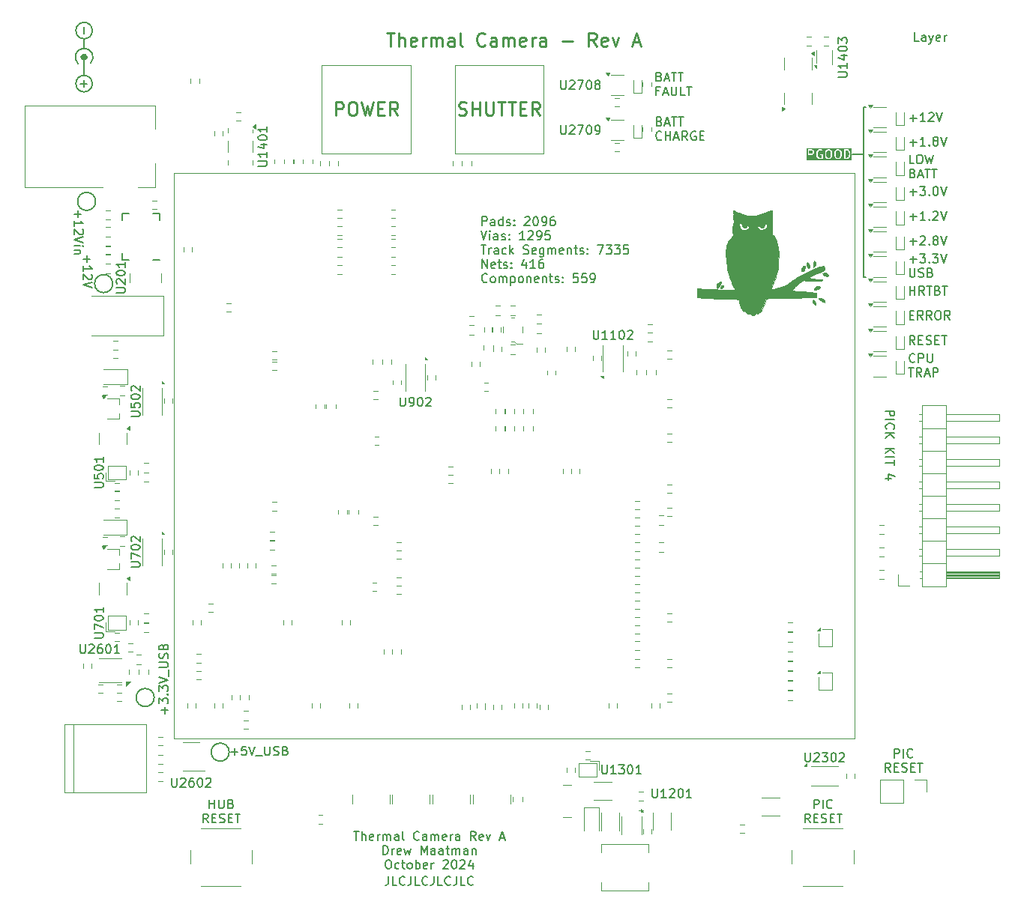
<source format=gbr>
%TF.GenerationSoftware,KiCad,Pcbnew,8.0.5*%
%TF.CreationDate,2024-10-11T17:01:53-05:00*%
%TF.ProjectId,Thermal_Camera,54686572-6d61-46c5-9f43-616d6572612e,rev?*%
%TF.SameCoordinates,Original*%
%TF.FileFunction,Legend,Top*%
%TF.FilePolarity,Positive*%
%FSLAX46Y46*%
G04 Gerber Fmt 4.6, Leading zero omitted, Abs format (unit mm)*
G04 Created by KiCad (PCBNEW 8.0.5) date 2024-10-11 17:01:53*
%MOMM*%
%LPD*%
G01*
G04 APERTURE LIST*
%ADD10C,0.150000*%
%ADD11C,0.250000*%
%ADD12C,0.120000*%
%ADD13C,0.500000*%
%ADD14C,0.010000*%
G04 APERTURE END LIST*
D10*
X258546600Y-71983600D02*
X258749800Y-71983600D01*
X258546600Y-52806600D02*
X258546600Y-71983600D01*
X258546600Y-58140600D02*
X257251200Y-58140600D01*
X258749800Y-52806600D02*
X258546600Y-52806600D01*
X187079333Y-125676066D02*
X187841238Y-125676066D01*
X187460285Y-126057019D02*
X187460285Y-125295114D01*
X188793618Y-125057019D02*
X188317428Y-125057019D01*
X188317428Y-125057019D02*
X188269809Y-125533209D01*
X188269809Y-125533209D02*
X188317428Y-125485590D01*
X188317428Y-125485590D02*
X188412666Y-125437971D01*
X188412666Y-125437971D02*
X188650761Y-125437971D01*
X188650761Y-125437971D02*
X188745999Y-125485590D01*
X188745999Y-125485590D02*
X188793618Y-125533209D01*
X188793618Y-125533209D02*
X188841237Y-125628447D01*
X188841237Y-125628447D02*
X188841237Y-125866542D01*
X188841237Y-125866542D02*
X188793618Y-125961780D01*
X188793618Y-125961780D02*
X188745999Y-126009400D01*
X188745999Y-126009400D02*
X188650761Y-126057019D01*
X188650761Y-126057019D02*
X188412666Y-126057019D01*
X188412666Y-126057019D02*
X188317428Y-126009400D01*
X188317428Y-126009400D02*
X188269809Y-125961780D01*
X189126952Y-125057019D02*
X189460285Y-126057019D01*
X189460285Y-126057019D02*
X189793618Y-125057019D01*
X189888857Y-126152257D02*
X190650761Y-126152257D01*
X190888857Y-125057019D02*
X190888857Y-125866542D01*
X190888857Y-125866542D02*
X190936476Y-125961780D01*
X190936476Y-125961780D02*
X190984095Y-126009400D01*
X190984095Y-126009400D02*
X191079333Y-126057019D01*
X191079333Y-126057019D02*
X191269809Y-126057019D01*
X191269809Y-126057019D02*
X191365047Y-126009400D01*
X191365047Y-126009400D02*
X191412666Y-125961780D01*
X191412666Y-125961780D02*
X191460285Y-125866542D01*
X191460285Y-125866542D02*
X191460285Y-125057019D01*
X191888857Y-126009400D02*
X192031714Y-126057019D01*
X192031714Y-126057019D02*
X192269809Y-126057019D01*
X192269809Y-126057019D02*
X192365047Y-126009400D01*
X192365047Y-126009400D02*
X192412666Y-125961780D01*
X192412666Y-125961780D02*
X192460285Y-125866542D01*
X192460285Y-125866542D02*
X192460285Y-125771304D01*
X192460285Y-125771304D02*
X192412666Y-125676066D01*
X192412666Y-125676066D02*
X192365047Y-125628447D01*
X192365047Y-125628447D02*
X192269809Y-125580828D01*
X192269809Y-125580828D02*
X192079333Y-125533209D01*
X192079333Y-125533209D02*
X191984095Y-125485590D01*
X191984095Y-125485590D02*
X191936476Y-125437971D01*
X191936476Y-125437971D02*
X191888857Y-125342733D01*
X191888857Y-125342733D02*
X191888857Y-125247495D01*
X191888857Y-125247495D02*
X191936476Y-125152257D01*
X191936476Y-125152257D02*
X191984095Y-125104638D01*
X191984095Y-125104638D02*
X192079333Y-125057019D01*
X192079333Y-125057019D02*
X192317428Y-125057019D01*
X192317428Y-125057019D02*
X192460285Y-125104638D01*
X193222190Y-125533209D02*
X193365047Y-125580828D01*
X193365047Y-125580828D02*
X193412666Y-125628447D01*
X193412666Y-125628447D02*
X193460285Y-125723685D01*
X193460285Y-125723685D02*
X193460285Y-125866542D01*
X193460285Y-125866542D02*
X193412666Y-125961780D01*
X193412666Y-125961780D02*
X193365047Y-126009400D01*
X193365047Y-126009400D02*
X193269809Y-126057019D01*
X193269809Y-126057019D02*
X192888857Y-126057019D01*
X192888857Y-126057019D02*
X192888857Y-125057019D01*
X192888857Y-125057019D02*
X193222190Y-125057019D01*
X193222190Y-125057019D02*
X193317428Y-125104638D01*
X193317428Y-125104638D02*
X193365047Y-125152257D01*
X193365047Y-125152257D02*
X193412666Y-125247495D01*
X193412666Y-125247495D02*
X193412666Y-125342733D01*
X193412666Y-125342733D02*
X193365047Y-125437971D01*
X193365047Y-125437971D02*
X193317428Y-125485590D01*
X193317428Y-125485590D02*
X193222190Y-125533209D01*
X193222190Y-125533209D02*
X192888857Y-125533209D01*
X170461733Y-49761448D02*
X170461733Y-50523353D01*
X170080780Y-50142400D02*
X170842685Y-50142400D01*
X264316407Y-79633819D02*
X263983074Y-79157628D01*
X263744979Y-79633819D02*
X263744979Y-78633819D01*
X263744979Y-78633819D02*
X264125931Y-78633819D01*
X264125931Y-78633819D02*
X264221169Y-78681438D01*
X264221169Y-78681438D02*
X264268788Y-78729057D01*
X264268788Y-78729057D02*
X264316407Y-78824295D01*
X264316407Y-78824295D02*
X264316407Y-78967152D01*
X264316407Y-78967152D02*
X264268788Y-79062390D01*
X264268788Y-79062390D02*
X264221169Y-79110009D01*
X264221169Y-79110009D02*
X264125931Y-79157628D01*
X264125931Y-79157628D02*
X263744979Y-79157628D01*
X264744979Y-79110009D02*
X265078312Y-79110009D01*
X265221169Y-79633819D02*
X264744979Y-79633819D01*
X264744979Y-79633819D02*
X264744979Y-78633819D01*
X264744979Y-78633819D02*
X265221169Y-78633819D01*
X265602122Y-79586200D02*
X265744979Y-79633819D01*
X265744979Y-79633819D02*
X265983074Y-79633819D01*
X265983074Y-79633819D02*
X266078312Y-79586200D01*
X266078312Y-79586200D02*
X266125931Y-79538580D01*
X266125931Y-79538580D02*
X266173550Y-79443342D01*
X266173550Y-79443342D02*
X266173550Y-79348104D01*
X266173550Y-79348104D02*
X266125931Y-79252866D01*
X266125931Y-79252866D02*
X266078312Y-79205247D01*
X266078312Y-79205247D02*
X265983074Y-79157628D01*
X265983074Y-79157628D02*
X265792598Y-79110009D01*
X265792598Y-79110009D02*
X265697360Y-79062390D01*
X265697360Y-79062390D02*
X265649741Y-79014771D01*
X265649741Y-79014771D02*
X265602122Y-78919533D01*
X265602122Y-78919533D02*
X265602122Y-78824295D01*
X265602122Y-78824295D02*
X265649741Y-78729057D01*
X265649741Y-78729057D02*
X265697360Y-78681438D01*
X265697360Y-78681438D02*
X265792598Y-78633819D01*
X265792598Y-78633819D02*
X266030693Y-78633819D01*
X266030693Y-78633819D02*
X266173550Y-78681438D01*
X266602122Y-79110009D02*
X266935455Y-79110009D01*
X267078312Y-79633819D02*
X266602122Y-79633819D01*
X266602122Y-79633819D02*
X266602122Y-78633819D01*
X266602122Y-78633819D02*
X267078312Y-78633819D01*
X267364027Y-78633819D02*
X267935455Y-78633819D01*
X267649741Y-79633819D02*
X267649741Y-78633819D01*
X263744979Y-54030666D02*
X264506884Y-54030666D01*
X264125931Y-54411619D02*
X264125931Y-53649714D01*
X265506883Y-54411619D02*
X264935455Y-54411619D01*
X265221169Y-54411619D02*
X265221169Y-53411619D01*
X265221169Y-53411619D02*
X265125931Y-53554476D01*
X265125931Y-53554476D02*
X265030693Y-53649714D01*
X265030693Y-53649714D02*
X264935455Y-53697333D01*
X265887836Y-53506857D02*
X265935455Y-53459238D01*
X265935455Y-53459238D02*
X266030693Y-53411619D01*
X266030693Y-53411619D02*
X266268788Y-53411619D01*
X266268788Y-53411619D02*
X266364026Y-53459238D01*
X266364026Y-53459238D02*
X266411645Y-53506857D01*
X266411645Y-53506857D02*
X266459264Y-53602095D01*
X266459264Y-53602095D02*
X266459264Y-53697333D01*
X266459264Y-53697333D02*
X266411645Y-53840190D01*
X266411645Y-53840190D02*
X265840217Y-54411619D01*
X265840217Y-54411619D02*
X266459264Y-54411619D01*
X266744979Y-53411619D02*
X267078312Y-54411619D01*
X267078312Y-54411619D02*
X267411645Y-53411619D01*
D11*
X212790971Y-53644700D02*
X213005257Y-53716128D01*
X213005257Y-53716128D02*
X213362399Y-53716128D01*
X213362399Y-53716128D02*
X213505257Y-53644700D01*
X213505257Y-53644700D02*
X213576685Y-53573271D01*
X213576685Y-53573271D02*
X213648114Y-53430414D01*
X213648114Y-53430414D02*
X213648114Y-53287557D01*
X213648114Y-53287557D02*
X213576685Y-53144700D01*
X213576685Y-53144700D02*
X213505257Y-53073271D01*
X213505257Y-53073271D02*
X213362399Y-53001842D01*
X213362399Y-53001842D02*
X213076685Y-52930414D01*
X213076685Y-52930414D02*
X212933828Y-52858985D01*
X212933828Y-52858985D02*
X212862399Y-52787557D01*
X212862399Y-52787557D02*
X212790971Y-52644700D01*
X212790971Y-52644700D02*
X212790971Y-52501842D01*
X212790971Y-52501842D02*
X212862399Y-52358985D01*
X212862399Y-52358985D02*
X212933828Y-52287557D01*
X212933828Y-52287557D02*
X213076685Y-52216128D01*
X213076685Y-52216128D02*
X213433828Y-52216128D01*
X213433828Y-52216128D02*
X213648114Y-52287557D01*
X214290970Y-53716128D02*
X214290970Y-52216128D01*
X214290970Y-52930414D02*
X215148113Y-52930414D01*
X215148113Y-53716128D02*
X215148113Y-52216128D01*
X215862399Y-52216128D02*
X215862399Y-53430414D01*
X215862399Y-53430414D02*
X215933828Y-53573271D01*
X215933828Y-53573271D02*
X216005257Y-53644700D01*
X216005257Y-53644700D02*
X216148114Y-53716128D01*
X216148114Y-53716128D02*
X216433828Y-53716128D01*
X216433828Y-53716128D02*
X216576685Y-53644700D01*
X216576685Y-53644700D02*
X216648114Y-53573271D01*
X216648114Y-53573271D02*
X216719542Y-53430414D01*
X216719542Y-53430414D02*
X216719542Y-52216128D01*
X217219543Y-52216128D02*
X218076686Y-52216128D01*
X217648114Y-53716128D02*
X217648114Y-52216128D01*
X218362400Y-52216128D02*
X219219543Y-52216128D01*
X218790971Y-53716128D02*
X218790971Y-52216128D01*
X219719542Y-52930414D02*
X220219542Y-52930414D01*
X220433828Y-53716128D02*
X219719542Y-53716128D01*
X219719542Y-53716128D02*
X219719542Y-52216128D01*
X219719542Y-52216128D02*
X220433828Y-52216128D01*
X221933828Y-53716128D02*
X221433828Y-53001842D01*
X221076685Y-53716128D02*
X221076685Y-52216128D01*
X221076685Y-52216128D02*
X221648114Y-52216128D01*
X221648114Y-52216128D02*
X221790971Y-52287557D01*
X221790971Y-52287557D02*
X221862400Y-52358985D01*
X221862400Y-52358985D02*
X221933828Y-52501842D01*
X221933828Y-52501842D02*
X221933828Y-52716128D01*
X221933828Y-52716128D02*
X221862400Y-52858985D01*
X221862400Y-52858985D02*
X221790971Y-52930414D01*
X221790971Y-52930414D02*
X221648114Y-53001842D01*
X221648114Y-53001842D02*
X221076685Y-53001842D01*
D10*
X263744979Y-76290609D02*
X264078312Y-76290609D01*
X264221169Y-76814419D02*
X263744979Y-76814419D01*
X263744979Y-76814419D02*
X263744979Y-75814419D01*
X263744979Y-75814419D02*
X264221169Y-75814419D01*
X265221169Y-76814419D02*
X264887836Y-76338228D01*
X264649741Y-76814419D02*
X264649741Y-75814419D01*
X264649741Y-75814419D02*
X265030693Y-75814419D01*
X265030693Y-75814419D02*
X265125931Y-75862038D01*
X265125931Y-75862038D02*
X265173550Y-75909657D01*
X265173550Y-75909657D02*
X265221169Y-76004895D01*
X265221169Y-76004895D02*
X265221169Y-76147752D01*
X265221169Y-76147752D02*
X265173550Y-76242990D01*
X265173550Y-76242990D02*
X265125931Y-76290609D01*
X265125931Y-76290609D02*
X265030693Y-76338228D01*
X265030693Y-76338228D02*
X264649741Y-76338228D01*
X266221169Y-76814419D02*
X265887836Y-76338228D01*
X265649741Y-76814419D02*
X265649741Y-75814419D01*
X265649741Y-75814419D02*
X266030693Y-75814419D01*
X266030693Y-75814419D02*
X266125931Y-75862038D01*
X266125931Y-75862038D02*
X266173550Y-75909657D01*
X266173550Y-75909657D02*
X266221169Y-76004895D01*
X266221169Y-76004895D02*
X266221169Y-76147752D01*
X266221169Y-76147752D02*
X266173550Y-76242990D01*
X266173550Y-76242990D02*
X266125931Y-76290609D01*
X266125931Y-76290609D02*
X266030693Y-76338228D01*
X266030693Y-76338228D02*
X265649741Y-76338228D01*
X266840217Y-75814419D02*
X267030693Y-75814419D01*
X267030693Y-75814419D02*
X267125931Y-75862038D01*
X267125931Y-75862038D02*
X267221169Y-75957276D01*
X267221169Y-75957276D02*
X267268788Y-76147752D01*
X267268788Y-76147752D02*
X267268788Y-76481085D01*
X267268788Y-76481085D02*
X267221169Y-76671561D01*
X267221169Y-76671561D02*
X267125931Y-76766800D01*
X267125931Y-76766800D02*
X267030693Y-76814419D01*
X267030693Y-76814419D02*
X266840217Y-76814419D01*
X266840217Y-76814419D02*
X266744979Y-76766800D01*
X266744979Y-76766800D02*
X266649741Y-76671561D01*
X266649741Y-76671561D02*
X266602122Y-76481085D01*
X266602122Y-76481085D02*
X266602122Y-76147752D01*
X266602122Y-76147752D02*
X266649741Y-75957276D01*
X266649741Y-75957276D02*
X266744979Y-75862038D01*
X266744979Y-75862038D02*
X266840217Y-75814419D01*
X268268788Y-76814419D02*
X267935455Y-76338228D01*
X267697360Y-76814419D02*
X267697360Y-75814419D01*
X267697360Y-75814419D02*
X268078312Y-75814419D01*
X268078312Y-75814419D02*
X268173550Y-75862038D01*
X268173550Y-75862038D02*
X268221169Y-75909657D01*
X268221169Y-75909657D02*
X268268788Y-76004895D01*
X268268788Y-76004895D02*
X268268788Y-76147752D01*
X268268788Y-76147752D02*
X268221169Y-76242990D01*
X268221169Y-76242990D02*
X268173550Y-76290609D01*
X268173550Y-76290609D02*
X268078312Y-76338228D01*
X268078312Y-76338228D02*
X267697360Y-76338228D01*
G36*
X254727136Y-57704677D02*
G01*
X254799078Y-57776619D01*
X254839420Y-57937986D01*
X254839420Y-58252851D01*
X254799078Y-58414217D01*
X254727135Y-58486161D01*
X254658620Y-58520419D01*
X254503554Y-58520419D01*
X254435038Y-58486161D01*
X254363095Y-58414217D01*
X254322754Y-58252851D01*
X254322754Y-57937986D01*
X254363095Y-57776619D01*
X254435038Y-57704677D01*
X254503554Y-57670419D01*
X254658620Y-57670419D01*
X254727136Y-57704677D01*
G37*
G36*
X255774755Y-57704677D02*
G01*
X255846697Y-57776619D01*
X255887039Y-57937986D01*
X255887039Y-58252851D01*
X255846697Y-58414217D01*
X255774754Y-58486161D01*
X255706239Y-58520419D01*
X255551173Y-58520419D01*
X255482657Y-58486161D01*
X255410714Y-58414217D01*
X255370373Y-58252851D01*
X255370373Y-57937986D01*
X255410714Y-57776619D01*
X255482657Y-57704677D01*
X255551173Y-57670419D01*
X255706239Y-57670419D01*
X255774755Y-57704677D01*
G37*
G36*
X256731049Y-57708590D02*
G01*
X256805162Y-57782703D01*
X256843655Y-57859690D01*
X256887039Y-58033224D01*
X256887039Y-58157613D01*
X256843655Y-58331147D01*
X256805161Y-58408134D01*
X256731049Y-58482247D01*
X256616536Y-58520419D01*
X256465611Y-58520419D01*
X256465611Y-57670419D01*
X256616536Y-57670419D01*
X256731049Y-57708590D01*
G37*
G36*
X252727136Y-57704677D02*
G01*
X252757543Y-57735084D01*
X252791801Y-57803600D01*
X252791801Y-57911047D01*
X252757543Y-57979563D01*
X252727136Y-58009970D01*
X252658620Y-58044228D01*
X252370373Y-58044228D01*
X252370373Y-57670419D01*
X252658620Y-57670419D01*
X252727136Y-57704677D01*
G37*
G36*
X257148150Y-58781530D02*
G01*
X252109262Y-58781530D01*
X252109262Y-57595419D01*
X252220373Y-57595419D01*
X252220373Y-58595419D01*
X252221814Y-58610051D01*
X252233013Y-58637087D01*
X252253705Y-58657779D01*
X252280741Y-58668978D01*
X252310005Y-58668978D01*
X252337041Y-58657779D01*
X252357733Y-58637087D01*
X252368932Y-58610051D01*
X252370373Y-58595419D01*
X252370373Y-58194228D01*
X252676325Y-58194228D01*
X252690957Y-58192787D01*
X252693446Y-58191755D01*
X252696134Y-58191565D01*
X252709866Y-58186310D01*
X252805104Y-58138691D01*
X252811403Y-58134726D01*
X252813231Y-58133969D01*
X252815287Y-58132280D01*
X252817547Y-58130859D01*
X252818846Y-58129360D01*
X252824596Y-58124642D01*
X252872215Y-58077023D01*
X252876933Y-58071273D01*
X252878432Y-58069974D01*
X252879853Y-58067714D01*
X252881542Y-58065658D01*
X252882299Y-58063830D01*
X252886264Y-58057531D01*
X252903035Y-58023990D01*
X253172754Y-58023990D01*
X253172754Y-58166847D01*
X253173005Y-58169400D01*
X253172843Y-58170493D01*
X253173652Y-58175966D01*
X253174195Y-58181479D01*
X253174617Y-58182500D01*
X253174993Y-58185037D01*
X253222612Y-58375513D01*
X253222997Y-58376592D01*
X253223036Y-58377132D01*
X253225363Y-58383213D01*
X253227559Y-58389359D01*
X253227881Y-58389794D01*
X253228291Y-58390864D01*
X253275910Y-58486102D01*
X253279873Y-58492398D01*
X253280631Y-58494228D01*
X253282320Y-58496286D01*
X253283742Y-58498545D01*
X253285240Y-58499844D01*
X253289959Y-58505594D01*
X253385197Y-58600833D01*
X253396562Y-58610161D01*
X253399052Y-58611192D01*
X253401087Y-58612957D01*
X253414513Y-58618951D01*
X253557369Y-58666570D01*
X253564624Y-58668219D01*
X253566455Y-58668978D01*
X253569108Y-58669239D01*
X253571706Y-58669830D01*
X253573680Y-58669689D01*
X253581087Y-58670419D01*
X253676325Y-58670419D01*
X253683730Y-58669689D01*
X253685705Y-58669830D01*
X253688302Y-58669239D01*
X253690957Y-58668978D01*
X253692788Y-58668219D01*
X253700042Y-58666570D01*
X253842899Y-58618951D01*
X253856324Y-58612957D01*
X253858359Y-58611191D01*
X253860850Y-58610160D01*
X253872216Y-58600832D01*
X253919834Y-58553213D01*
X253929162Y-58541847D01*
X253936900Y-58523165D01*
X253940360Y-58514812D01*
X253941801Y-58500180D01*
X253941801Y-58166847D01*
X253940360Y-58152215D01*
X253929161Y-58125179D01*
X253908469Y-58104487D01*
X253881433Y-58093288D01*
X253866801Y-58091847D01*
X253676325Y-58091847D01*
X253661693Y-58093288D01*
X253634657Y-58104487D01*
X253613965Y-58125179D01*
X253602766Y-58152215D01*
X253602766Y-58181479D01*
X253613965Y-58208515D01*
X253634657Y-58229207D01*
X253661693Y-58240406D01*
X253676325Y-58241847D01*
X253791801Y-58241847D01*
X253791801Y-58469114D01*
X253778668Y-58482247D01*
X253664155Y-58520419D01*
X253593257Y-58520419D01*
X253478744Y-58482248D01*
X253404631Y-58408134D01*
X253366137Y-58331147D01*
X253322754Y-58157613D01*
X253322754Y-58033224D01*
X253348872Y-57928752D01*
X254172754Y-57928752D01*
X254172754Y-58262085D01*
X254173005Y-58264638D01*
X254172843Y-58265731D01*
X254173652Y-58271204D01*
X254174195Y-58276717D01*
X254174617Y-58277738D01*
X254174993Y-58280275D01*
X254222612Y-58470751D01*
X254227559Y-58484597D01*
X254230878Y-58489076D01*
X254233012Y-58494228D01*
X254242340Y-58505594D01*
X254337578Y-58600833D01*
X254343328Y-58605553D01*
X254344627Y-58607050D01*
X254346881Y-58608469D01*
X254348943Y-58610161D01*
X254350775Y-58610919D01*
X254357070Y-58614882D01*
X254452308Y-58662501D01*
X254466039Y-58667756D01*
X254468728Y-58667947D01*
X254471217Y-58668978D01*
X254485849Y-58670419D01*
X254676325Y-58670419D01*
X254690957Y-58668978D01*
X254693446Y-58667946D01*
X254696134Y-58667756D01*
X254709866Y-58662501D01*
X254805104Y-58614882D01*
X254811403Y-58610917D01*
X254813231Y-58610160D01*
X254815287Y-58608471D01*
X254817547Y-58607050D01*
X254818846Y-58605551D01*
X254824596Y-58600833D01*
X254919835Y-58505593D01*
X254929162Y-58494228D01*
X254931295Y-58489076D01*
X254934615Y-58484597D01*
X254939562Y-58470751D01*
X254987181Y-58280275D01*
X254987556Y-58277738D01*
X254987979Y-58276717D01*
X254988521Y-58271204D01*
X254989331Y-58265731D01*
X254989168Y-58264638D01*
X254989420Y-58262085D01*
X254989420Y-57928752D01*
X255220373Y-57928752D01*
X255220373Y-58262085D01*
X255220624Y-58264638D01*
X255220462Y-58265731D01*
X255221271Y-58271204D01*
X255221814Y-58276717D01*
X255222236Y-58277738D01*
X255222612Y-58280275D01*
X255270231Y-58470751D01*
X255275178Y-58484597D01*
X255278497Y-58489076D01*
X255280631Y-58494228D01*
X255289959Y-58505594D01*
X255385197Y-58600833D01*
X255390947Y-58605553D01*
X255392246Y-58607050D01*
X255394500Y-58608469D01*
X255396562Y-58610161D01*
X255398394Y-58610919D01*
X255404689Y-58614882D01*
X255499927Y-58662501D01*
X255513658Y-58667756D01*
X255516347Y-58667947D01*
X255518836Y-58668978D01*
X255533468Y-58670419D01*
X255723944Y-58670419D01*
X255738576Y-58668978D01*
X255741065Y-58667946D01*
X255743753Y-58667756D01*
X255757485Y-58662501D01*
X255852723Y-58614882D01*
X255859022Y-58610917D01*
X255860850Y-58610160D01*
X255862906Y-58608471D01*
X255865166Y-58607050D01*
X255866465Y-58605551D01*
X255872215Y-58600833D01*
X255967454Y-58505593D01*
X255976781Y-58494228D01*
X255978914Y-58489076D01*
X255982234Y-58484597D01*
X255987181Y-58470751D01*
X256034800Y-58280275D01*
X256035175Y-58277738D01*
X256035598Y-58276717D01*
X256036140Y-58271204D01*
X256036950Y-58265731D01*
X256036787Y-58264638D01*
X256037039Y-58262085D01*
X256037039Y-57928752D01*
X256036787Y-57926198D01*
X256036950Y-57925106D01*
X256036140Y-57919632D01*
X256035598Y-57914120D01*
X256035175Y-57913098D01*
X256034800Y-57910562D01*
X255987181Y-57720086D01*
X255982234Y-57706240D01*
X255978915Y-57701761D01*
X255976781Y-57696608D01*
X255967453Y-57685243D01*
X255877629Y-57595419D01*
X256315611Y-57595419D01*
X256315611Y-58595419D01*
X256317052Y-58610051D01*
X256328251Y-58637087D01*
X256348943Y-58657779D01*
X256375979Y-58668978D01*
X256390611Y-58670419D01*
X256628706Y-58670419D01*
X256636111Y-58669689D01*
X256638086Y-58669830D01*
X256640683Y-58669239D01*
X256643338Y-58668978D01*
X256645169Y-58668219D01*
X256652423Y-58666570D01*
X256795280Y-58618951D01*
X256808705Y-58612957D01*
X256810740Y-58611191D01*
X256813231Y-58610160D01*
X256824596Y-58600833D01*
X256919835Y-58505593D01*
X256924552Y-58499844D01*
X256926051Y-58498545D01*
X256927472Y-58496286D01*
X256929162Y-58494228D01*
X256929919Y-58492398D01*
X256933883Y-58486102D01*
X256981502Y-58390864D01*
X256981911Y-58389794D01*
X256982234Y-58389359D01*
X256984426Y-58383222D01*
X256986757Y-58377133D01*
X256986795Y-58376592D01*
X256987181Y-58375513D01*
X257034800Y-58185037D01*
X257035175Y-58182500D01*
X257035598Y-58181479D01*
X257036140Y-58175966D01*
X257036950Y-58170493D01*
X257036787Y-58169400D01*
X257037039Y-58166847D01*
X257037039Y-58023990D01*
X257036787Y-58021436D01*
X257036950Y-58020344D01*
X257036140Y-58014870D01*
X257035598Y-58009358D01*
X257035175Y-58008336D01*
X257034800Y-58005800D01*
X256987181Y-57815324D01*
X256986795Y-57814244D01*
X256986757Y-57813704D01*
X256984426Y-57807614D01*
X256982234Y-57801478D01*
X256981911Y-57801042D01*
X256981502Y-57799973D01*
X256933883Y-57704735D01*
X256929920Y-57698440D01*
X256929162Y-57696608D01*
X256927470Y-57694546D01*
X256926051Y-57692292D01*
X256924554Y-57690993D01*
X256919834Y-57685243D01*
X256824596Y-57590005D01*
X256813231Y-57580678D01*
X256810740Y-57579646D01*
X256808705Y-57577881D01*
X256795280Y-57571887D01*
X256652423Y-57524268D01*
X256645169Y-57522618D01*
X256643338Y-57521860D01*
X256640683Y-57521598D01*
X256638086Y-57521008D01*
X256636111Y-57521148D01*
X256628706Y-57520419D01*
X256390611Y-57520419D01*
X256375979Y-57521860D01*
X256348943Y-57533059D01*
X256328251Y-57553751D01*
X256317052Y-57580787D01*
X256315611Y-57595419D01*
X255877629Y-57595419D01*
X255872215Y-57590005D01*
X255866465Y-57585286D01*
X255865166Y-57583788D01*
X255862906Y-57582366D01*
X255860850Y-57580678D01*
X255859022Y-57579920D01*
X255852723Y-57575956D01*
X255757485Y-57528337D01*
X255743753Y-57523082D01*
X255741065Y-57522891D01*
X255738576Y-57521860D01*
X255723944Y-57520419D01*
X255533468Y-57520419D01*
X255518836Y-57521860D01*
X255516347Y-57522890D01*
X255513658Y-57523082D01*
X255499927Y-57528337D01*
X255404689Y-57575956D01*
X255398394Y-57579918D01*
X255396562Y-57580677D01*
X255394500Y-57582368D01*
X255392246Y-57583788D01*
X255390947Y-57585284D01*
X255385197Y-57590005D01*
X255289959Y-57685243D01*
X255280632Y-57696608D01*
X255278498Y-57701758D01*
X255275178Y-57706240D01*
X255270231Y-57720086D01*
X255222612Y-57910562D01*
X255222236Y-57913098D01*
X255221814Y-57914120D01*
X255221271Y-57919632D01*
X255220462Y-57925106D01*
X255220624Y-57926198D01*
X255220373Y-57928752D01*
X254989420Y-57928752D01*
X254989168Y-57926198D01*
X254989331Y-57925106D01*
X254988521Y-57919632D01*
X254987979Y-57914120D01*
X254987556Y-57913098D01*
X254987181Y-57910562D01*
X254939562Y-57720086D01*
X254934615Y-57706240D01*
X254931296Y-57701761D01*
X254929162Y-57696608D01*
X254919834Y-57685243D01*
X254824596Y-57590005D01*
X254818846Y-57585286D01*
X254817547Y-57583788D01*
X254815287Y-57582366D01*
X254813231Y-57580678D01*
X254811403Y-57579920D01*
X254805104Y-57575956D01*
X254709866Y-57528337D01*
X254696134Y-57523082D01*
X254693446Y-57522891D01*
X254690957Y-57521860D01*
X254676325Y-57520419D01*
X254485849Y-57520419D01*
X254471217Y-57521860D01*
X254468728Y-57522890D01*
X254466039Y-57523082D01*
X254452308Y-57528337D01*
X254357070Y-57575956D01*
X254350775Y-57579918D01*
X254348943Y-57580677D01*
X254346881Y-57582368D01*
X254344627Y-57583788D01*
X254343328Y-57585284D01*
X254337578Y-57590005D01*
X254242340Y-57685243D01*
X254233013Y-57696608D01*
X254230879Y-57701758D01*
X254227559Y-57706240D01*
X254222612Y-57720086D01*
X254174993Y-57910562D01*
X254174617Y-57913098D01*
X254174195Y-57914120D01*
X254173652Y-57919632D01*
X254172843Y-57925106D01*
X254173005Y-57926198D01*
X254172754Y-57928752D01*
X253348872Y-57928752D01*
X253366137Y-57859690D01*
X253404631Y-57782703D01*
X253478744Y-57708590D01*
X253593257Y-57670419D01*
X253706239Y-57670419D01*
X253785641Y-57710120D01*
X253799372Y-57715375D01*
X253828562Y-57717449D01*
X253856324Y-57708195D01*
X253878431Y-57689022D01*
X253891519Y-57662847D01*
X253893593Y-57633657D01*
X253884339Y-57605896D01*
X253865166Y-57583788D01*
X253852723Y-57575956D01*
X253757485Y-57528337D01*
X253743753Y-57523082D01*
X253741065Y-57522891D01*
X253738576Y-57521860D01*
X253723944Y-57520419D01*
X253581087Y-57520419D01*
X253573680Y-57521148D01*
X253571706Y-57521008D01*
X253569108Y-57521598D01*
X253566455Y-57521860D01*
X253564624Y-57522618D01*
X253557369Y-57524268D01*
X253414513Y-57571887D01*
X253401087Y-57577881D01*
X253399052Y-57579645D01*
X253396562Y-57580677D01*
X253385197Y-57590005D01*
X253289959Y-57685243D01*
X253285240Y-57690992D01*
X253283742Y-57692292D01*
X253282320Y-57694551D01*
X253280632Y-57696608D01*
X253279874Y-57698435D01*
X253275910Y-57704735D01*
X253228291Y-57799973D01*
X253227881Y-57801042D01*
X253227559Y-57801478D01*
X253225363Y-57807623D01*
X253223036Y-57813705D01*
X253222997Y-57814244D01*
X253222612Y-57815324D01*
X253174993Y-58005800D01*
X253174617Y-58008336D01*
X253174195Y-58009358D01*
X253173652Y-58014870D01*
X253172843Y-58020344D01*
X253173005Y-58021436D01*
X253172754Y-58023990D01*
X252903035Y-58023990D01*
X252933883Y-57962293D01*
X252939138Y-57948562D01*
X252939329Y-57945872D01*
X252940360Y-57943384D01*
X252941801Y-57928752D01*
X252941801Y-57785895D01*
X252940360Y-57771263D01*
X252939329Y-57768774D01*
X252939138Y-57766085D01*
X252933883Y-57752354D01*
X252886264Y-57657116D01*
X252882299Y-57650816D01*
X252881542Y-57648989D01*
X252879853Y-57646932D01*
X252878432Y-57644673D01*
X252876933Y-57643373D01*
X252872215Y-57637624D01*
X252824596Y-57590005D01*
X252818846Y-57585286D01*
X252817547Y-57583788D01*
X252815287Y-57582366D01*
X252813231Y-57580678D01*
X252811403Y-57579920D01*
X252805104Y-57575956D01*
X252709866Y-57528337D01*
X252696134Y-57523082D01*
X252693446Y-57522891D01*
X252690957Y-57521860D01*
X252676325Y-57520419D01*
X252295373Y-57520419D01*
X252280741Y-57521860D01*
X252253705Y-57533059D01*
X252233013Y-57553751D01*
X252221814Y-57580787D01*
X252220373Y-57595419D01*
X252109262Y-57595419D01*
X252109262Y-57409308D01*
X257148150Y-57409308D01*
X257148150Y-58781530D01*
G37*
X235442312Y-49341837D02*
X235585169Y-49389456D01*
X235585169Y-49389456D02*
X235632788Y-49437075D01*
X235632788Y-49437075D02*
X235680407Y-49532313D01*
X235680407Y-49532313D02*
X235680407Y-49675170D01*
X235680407Y-49675170D02*
X235632788Y-49770408D01*
X235632788Y-49770408D02*
X235585169Y-49818028D01*
X235585169Y-49818028D02*
X235489931Y-49865647D01*
X235489931Y-49865647D02*
X235108979Y-49865647D01*
X235108979Y-49865647D02*
X235108979Y-48865647D01*
X235108979Y-48865647D02*
X235442312Y-48865647D01*
X235442312Y-48865647D02*
X235537550Y-48913266D01*
X235537550Y-48913266D02*
X235585169Y-48960885D01*
X235585169Y-48960885D02*
X235632788Y-49056123D01*
X235632788Y-49056123D02*
X235632788Y-49151361D01*
X235632788Y-49151361D02*
X235585169Y-49246599D01*
X235585169Y-49246599D02*
X235537550Y-49294218D01*
X235537550Y-49294218D02*
X235442312Y-49341837D01*
X235442312Y-49341837D02*
X235108979Y-49341837D01*
X236061360Y-49579932D02*
X236537550Y-49579932D01*
X235966122Y-49865647D02*
X236299455Y-48865647D01*
X236299455Y-48865647D02*
X236632788Y-49865647D01*
X236823265Y-48865647D02*
X237394693Y-48865647D01*
X237108979Y-49865647D02*
X237108979Y-48865647D01*
X237585170Y-48865647D02*
X238156598Y-48865647D01*
X237870884Y-49865647D02*
X237870884Y-48865647D01*
X235442312Y-50951781D02*
X235108979Y-50951781D01*
X235108979Y-51475591D02*
X235108979Y-50475591D01*
X235108979Y-50475591D02*
X235585169Y-50475591D01*
X235918503Y-51189876D02*
X236394693Y-51189876D01*
X235823265Y-51475591D02*
X236156598Y-50475591D01*
X236156598Y-50475591D02*
X236489931Y-51475591D01*
X236823265Y-50475591D02*
X236823265Y-51285114D01*
X236823265Y-51285114D02*
X236870884Y-51380352D01*
X236870884Y-51380352D02*
X236918503Y-51427972D01*
X236918503Y-51427972D02*
X237013741Y-51475591D01*
X237013741Y-51475591D02*
X237204217Y-51475591D01*
X237204217Y-51475591D02*
X237299455Y-51427972D01*
X237299455Y-51427972D02*
X237347074Y-51380352D01*
X237347074Y-51380352D02*
X237394693Y-51285114D01*
X237394693Y-51285114D02*
X237394693Y-50475591D01*
X238347074Y-51475591D02*
X237870884Y-51475591D01*
X237870884Y-51475591D02*
X237870884Y-50475591D01*
X238537551Y-50475591D02*
X239108979Y-50475591D01*
X238823265Y-51475591D02*
X238823265Y-50475591D01*
X169776733Y-64476619D02*
X169776733Y-65238524D01*
X169395780Y-64857571D02*
X170157685Y-64857571D01*
X169395780Y-66238523D02*
X169395780Y-65667095D01*
X169395780Y-65952809D02*
X170395780Y-65952809D01*
X170395780Y-65952809D02*
X170252923Y-65857571D01*
X170252923Y-65857571D02*
X170157685Y-65762333D01*
X170157685Y-65762333D02*
X170110066Y-65667095D01*
X170300542Y-66619476D02*
X170348161Y-66667095D01*
X170348161Y-66667095D02*
X170395780Y-66762333D01*
X170395780Y-66762333D02*
X170395780Y-67000428D01*
X170395780Y-67000428D02*
X170348161Y-67095666D01*
X170348161Y-67095666D02*
X170300542Y-67143285D01*
X170300542Y-67143285D02*
X170205304Y-67190904D01*
X170205304Y-67190904D02*
X170110066Y-67190904D01*
X170110066Y-67190904D02*
X169967209Y-67143285D01*
X169967209Y-67143285D02*
X169395780Y-66571857D01*
X169395780Y-66571857D02*
X169395780Y-67190904D01*
X170395780Y-67476619D02*
X169395780Y-67809952D01*
X169395780Y-67809952D02*
X170395780Y-68143285D01*
X169395780Y-68476619D02*
X170062447Y-68476619D01*
X170395780Y-68476619D02*
X170348161Y-68429000D01*
X170348161Y-68429000D02*
X170300542Y-68476619D01*
X170300542Y-68476619D02*
X170348161Y-68524238D01*
X170348161Y-68524238D02*
X170395780Y-68476619D01*
X170395780Y-68476619D02*
X170300542Y-68476619D01*
X170062447Y-68952809D02*
X169395780Y-68952809D01*
X169967209Y-68952809D02*
X170014828Y-69000428D01*
X170014828Y-69000428D02*
X170062447Y-69095666D01*
X170062447Y-69095666D02*
X170062447Y-69238523D01*
X170062447Y-69238523D02*
X170014828Y-69333761D01*
X170014828Y-69333761D02*
X169919590Y-69381380D01*
X169919590Y-69381380D02*
X169395780Y-69381380D01*
X264221169Y-59169247D02*
X263744979Y-59169247D01*
X263744979Y-59169247D02*
X263744979Y-58169247D01*
X264744979Y-58169247D02*
X264935455Y-58169247D01*
X264935455Y-58169247D02*
X265030693Y-58216866D01*
X265030693Y-58216866D02*
X265125931Y-58312104D01*
X265125931Y-58312104D02*
X265173550Y-58502580D01*
X265173550Y-58502580D02*
X265173550Y-58835913D01*
X265173550Y-58835913D02*
X265125931Y-59026389D01*
X265125931Y-59026389D02*
X265030693Y-59121628D01*
X265030693Y-59121628D02*
X264935455Y-59169247D01*
X264935455Y-59169247D02*
X264744979Y-59169247D01*
X264744979Y-59169247D02*
X264649741Y-59121628D01*
X264649741Y-59121628D02*
X264554503Y-59026389D01*
X264554503Y-59026389D02*
X264506884Y-58835913D01*
X264506884Y-58835913D02*
X264506884Y-58502580D01*
X264506884Y-58502580D02*
X264554503Y-58312104D01*
X264554503Y-58312104D02*
X264649741Y-58216866D01*
X264649741Y-58216866D02*
X264744979Y-58169247D01*
X265506884Y-58169247D02*
X265744979Y-59169247D01*
X265744979Y-59169247D02*
X265935455Y-58454961D01*
X265935455Y-58454961D02*
X266125931Y-59169247D01*
X266125931Y-59169247D02*
X266364027Y-58169247D01*
X264078312Y-60255381D02*
X264221169Y-60303000D01*
X264221169Y-60303000D02*
X264268788Y-60350619D01*
X264268788Y-60350619D02*
X264316407Y-60445857D01*
X264316407Y-60445857D02*
X264316407Y-60588714D01*
X264316407Y-60588714D02*
X264268788Y-60683952D01*
X264268788Y-60683952D02*
X264221169Y-60731572D01*
X264221169Y-60731572D02*
X264125931Y-60779191D01*
X264125931Y-60779191D02*
X263744979Y-60779191D01*
X263744979Y-60779191D02*
X263744979Y-59779191D01*
X263744979Y-59779191D02*
X264078312Y-59779191D01*
X264078312Y-59779191D02*
X264173550Y-59826810D01*
X264173550Y-59826810D02*
X264221169Y-59874429D01*
X264221169Y-59874429D02*
X264268788Y-59969667D01*
X264268788Y-59969667D02*
X264268788Y-60064905D01*
X264268788Y-60064905D02*
X264221169Y-60160143D01*
X264221169Y-60160143D02*
X264173550Y-60207762D01*
X264173550Y-60207762D02*
X264078312Y-60255381D01*
X264078312Y-60255381D02*
X263744979Y-60255381D01*
X264697360Y-60493476D02*
X265173550Y-60493476D01*
X264602122Y-60779191D02*
X264935455Y-59779191D01*
X264935455Y-59779191D02*
X265268788Y-60779191D01*
X265459265Y-59779191D02*
X266030693Y-59779191D01*
X265744979Y-60779191D02*
X265744979Y-59779191D01*
X266221170Y-59779191D02*
X266792598Y-59779191D01*
X266506884Y-60779191D02*
X266506884Y-59779191D01*
X170767333Y-69561295D02*
X170767333Y-70323200D01*
X170386380Y-69942247D02*
X171148285Y-69942247D01*
X170386380Y-71323199D02*
X170386380Y-70751771D01*
X170386380Y-71037485D02*
X171386380Y-71037485D01*
X171386380Y-71037485D02*
X171243523Y-70942247D01*
X171243523Y-70942247D02*
X171148285Y-70847009D01*
X171148285Y-70847009D02*
X171100666Y-70751771D01*
X171291142Y-71704152D02*
X171338761Y-71751771D01*
X171338761Y-71751771D02*
X171386380Y-71847009D01*
X171386380Y-71847009D02*
X171386380Y-72085104D01*
X171386380Y-72085104D02*
X171338761Y-72180342D01*
X171338761Y-72180342D02*
X171291142Y-72227961D01*
X171291142Y-72227961D02*
X171195904Y-72275580D01*
X171195904Y-72275580D02*
X171100666Y-72275580D01*
X171100666Y-72275580D02*
X170957809Y-72227961D01*
X170957809Y-72227961D02*
X170386380Y-71656533D01*
X170386380Y-71656533D02*
X170386380Y-72275580D01*
X171386380Y-72561295D02*
X170386380Y-72894628D01*
X170386380Y-72894628D02*
X171386380Y-73227961D01*
X262017000Y-126326675D02*
X262017000Y-125326675D01*
X262017000Y-125326675D02*
X262397952Y-125326675D01*
X262397952Y-125326675D02*
X262493190Y-125374294D01*
X262493190Y-125374294D02*
X262540809Y-125421913D01*
X262540809Y-125421913D02*
X262588428Y-125517151D01*
X262588428Y-125517151D02*
X262588428Y-125660008D01*
X262588428Y-125660008D02*
X262540809Y-125755246D01*
X262540809Y-125755246D02*
X262493190Y-125802865D01*
X262493190Y-125802865D02*
X262397952Y-125850484D01*
X262397952Y-125850484D02*
X262017000Y-125850484D01*
X263017000Y-126326675D02*
X263017000Y-125326675D01*
X264064618Y-126231436D02*
X264016999Y-126279056D01*
X264016999Y-126279056D02*
X263874142Y-126326675D01*
X263874142Y-126326675D02*
X263778904Y-126326675D01*
X263778904Y-126326675D02*
X263636047Y-126279056D01*
X263636047Y-126279056D02*
X263540809Y-126183817D01*
X263540809Y-126183817D02*
X263493190Y-126088579D01*
X263493190Y-126088579D02*
X263445571Y-125898103D01*
X263445571Y-125898103D02*
X263445571Y-125755246D01*
X263445571Y-125755246D02*
X263493190Y-125564770D01*
X263493190Y-125564770D02*
X263540809Y-125469532D01*
X263540809Y-125469532D02*
X263636047Y-125374294D01*
X263636047Y-125374294D02*
X263778904Y-125326675D01*
X263778904Y-125326675D02*
X263874142Y-125326675D01*
X263874142Y-125326675D02*
X264016999Y-125374294D01*
X264016999Y-125374294D02*
X264064618Y-125421913D01*
X261564618Y-127936619D02*
X261231285Y-127460428D01*
X260993190Y-127936619D02*
X260993190Y-126936619D01*
X260993190Y-126936619D02*
X261374142Y-126936619D01*
X261374142Y-126936619D02*
X261469380Y-126984238D01*
X261469380Y-126984238D02*
X261516999Y-127031857D01*
X261516999Y-127031857D02*
X261564618Y-127127095D01*
X261564618Y-127127095D02*
X261564618Y-127269952D01*
X261564618Y-127269952D02*
X261516999Y-127365190D01*
X261516999Y-127365190D02*
X261469380Y-127412809D01*
X261469380Y-127412809D02*
X261374142Y-127460428D01*
X261374142Y-127460428D02*
X260993190Y-127460428D01*
X261993190Y-127412809D02*
X262326523Y-127412809D01*
X262469380Y-127936619D02*
X261993190Y-127936619D01*
X261993190Y-127936619D02*
X261993190Y-126936619D01*
X261993190Y-126936619D02*
X262469380Y-126936619D01*
X262850333Y-127889000D02*
X262993190Y-127936619D01*
X262993190Y-127936619D02*
X263231285Y-127936619D01*
X263231285Y-127936619D02*
X263326523Y-127889000D01*
X263326523Y-127889000D02*
X263374142Y-127841380D01*
X263374142Y-127841380D02*
X263421761Y-127746142D01*
X263421761Y-127746142D02*
X263421761Y-127650904D01*
X263421761Y-127650904D02*
X263374142Y-127555666D01*
X263374142Y-127555666D02*
X263326523Y-127508047D01*
X263326523Y-127508047D02*
X263231285Y-127460428D01*
X263231285Y-127460428D02*
X263040809Y-127412809D01*
X263040809Y-127412809D02*
X262945571Y-127365190D01*
X262945571Y-127365190D02*
X262897952Y-127317571D01*
X262897952Y-127317571D02*
X262850333Y-127222333D01*
X262850333Y-127222333D02*
X262850333Y-127127095D01*
X262850333Y-127127095D02*
X262897952Y-127031857D01*
X262897952Y-127031857D02*
X262945571Y-126984238D01*
X262945571Y-126984238D02*
X263040809Y-126936619D01*
X263040809Y-126936619D02*
X263278904Y-126936619D01*
X263278904Y-126936619D02*
X263421761Y-126984238D01*
X263850333Y-127412809D02*
X264183666Y-127412809D01*
X264326523Y-127936619D02*
X263850333Y-127936619D01*
X263850333Y-127936619D02*
X263850333Y-126936619D01*
X263850333Y-126936619D02*
X264326523Y-126936619D01*
X264612238Y-126936619D02*
X265183666Y-126936619D01*
X264897952Y-127936619D02*
X264897952Y-126936619D01*
D11*
X198898113Y-53716128D02*
X198898113Y-52216128D01*
X198898113Y-52216128D02*
X199469542Y-52216128D01*
X199469542Y-52216128D02*
X199612399Y-52287557D01*
X199612399Y-52287557D02*
X199683828Y-52358985D01*
X199683828Y-52358985D02*
X199755256Y-52501842D01*
X199755256Y-52501842D02*
X199755256Y-52716128D01*
X199755256Y-52716128D02*
X199683828Y-52858985D01*
X199683828Y-52858985D02*
X199612399Y-52930414D01*
X199612399Y-52930414D02*
X199469542Y-53001842D01*
X199469542Y-53001842D02*
X198898113Y-53001842D01*
X200683828Y-52216128D02*
X200969542Y-52216128D01*
X200969542Y-52216128D02*
X201112399Y-52287557D01*
X201112399Y-52287557D02*
X201255256Y-52430414D01*
X201255256Y-52430414D02*
X201326685Y-52716128D01*
X201326685Y-52716128D02*
X201326685Y-53216128D01*
X201326685Y-53216128D02*
X201255256Y-53501842D01*
X201255256Y-53501842D02*
X201112399Y-53644700D01*
X201112399Y-53644700D02*
X200969542Y-53716128D01*
X200969542Y-53716128D02*
X200683828Y-53716128D01*
X200683828Y-53716128D02*
X200540971Y-53644700D01*
X200540971Y-53644700D02*
X200398113Y-53501842D01*
X200398113Y-53501842D02*
X200326685Y-53216128D01*
X200326685Y-53216128D02*
X200326685Y-52716128D01*
X200326685Y-52716128D02*
X200398113Y-52430414D01*
X200398113Y-52430414D02*
X200540971Y-52287557D01*
X200540971Y-52287557D02*
X200683828Y-52216128D01*
X201826685Y-52216128D02*
X202183828Y-53716128D01*
X202183828Y-53716128D02*
X202469542Y-52644700D01*
X202469542Y-52644700D02*
X202755257Y-53716128D01*
X202755257Y-53716128D02*
X203112400Y-52216128D01*
X203683828Y-52930414D02*
X204183828Y-52930414D01*
X204398114Y-53716128D02*
X203683828Y-53716128D01*
X203683828Y-53716128D02*
X203683828Y-52216128D01*
X203683828Y-52216128D02*
X204398114Y-52216128D01*
X205898114Y-53716128D02*
X205398114Y-53001842D01*
X205040971Y-53716128D02*
X205040971Y-52216128D01*
X205040971Y-52216128D02*
X205612400Y-52216128D01*
X205612400Y-52216128D02*
X205755257Y-52287557D01*
X205755257Y-52287557D02*
X205826686Y-52358985D01*
X205826686Y-52358985D02*
X205898114Y-52501842D01*
X205898114Y-52501842D02*
X205898114Y-52716128D01*
X205898114Y-52716128D02*
X205826686Y-52858985D01*
X205826686Y-52858985D02*
X205755257Y-52930414D01*
X205755257Y-52930414D02*
X205612400Y-53001842D01*
X205612400Y-53001842D02*
X205040971Y-53001842D01*
D10*
X263744979Y-56773866D02*
X264506884Y-56773866D01*
X264125931Y-57154819D02*
X264125931Y-56392914D01*
X265506883Y-57154819D02*
X264935455Y-57154819D01*
X265221169Y-57154819D02*
X265221169Y-56154819D01*
X265221169Y-56154819D02*
X265125931Y-56297676D01*
X265125931Y-56297676D02*
X265030693Y-56392914D01*
X265030693Y-56392914D02*
X264935455Y-56440533D01*
X265935455Y-57059580D02*
X265983074Y-57107200D01*
X265983074Y-57107200D02*
X265935455Y-57154819D01*
X265935455Y-57154819D02*
X265887836Y-57107200D01*
X265887836Y-57107200D02*
X265935455Y-57059580D01*
X265935455Y-57059580D02*
X265935455Y-57154819D01*
X266554502Y-56583390D02*
X266459264Y-56535771D01*
X266459264Y-56535771D02*
X266411645Y-56488152D01*
X266411645Y-56488152D02*
X266364026Y-56392914D01*
X266364026Y-56392914D02*
X266364026Y-56345295D01*
X266364026Y-56345295D02*
X266411645Y-56250057D01*
X266411645Y-56250057D02*
X266459264Y-56202438D01*
X266459264Y-56202438D02*
X266554502Y-56154819D01*
X266554502Y-56154819D02*
X266744978Y-56154819D01*
X266744978Y-56154819D02*
X266840216Y-56202438D01*
X266840216Y-56202438D02*
X266887835Y-56250057D01*
X266887835Y-56250057D02*
X266935454Y-56345295D01*
X266935454Y-56345295D02*
X266935454Y-56392914D01*
X266935454Y-56392914D02*
X266887835Y-56488152D01*
X266887835Y-56488152D02*
X266840216Y-56535771D01*
X266840216Y-56535771D02*
X266744978Y-56583390D01*
X266744978Y-56583390D02*
X266554502Y-56583390D01*
X266554502Y-56583390D02*
X266459264Y-56631009D01*
X266459264Y-56631009D02*
X266411645Y-56678628D01*
X266411645Y-56678628D02*
X266364026Y-56773866D01*
X266364026Y-56773866D02*
X266364026Y-56964342D01*
X266364026Y-56964342D02*
X266411645Y-57059580D01*
X266411645Y-57059580D02*
X266459264Y-57107200D01*
X266459264Y-57107200D02*
X266554502Y-57154819D01*
X266554502Y-57154819D02*
X266744978Y-57154819D01*
X266744978Y-57154819D02*
X266840216Y-57107200D01*
X266840216Y-57107200D02*
X266887835Y-57059580D01*
X266887835Y-57059580D02*
X266935454Y-56964342D01*
X266935454Y-56964342D02*
X266935454Y-56773866D01*
X266935454Y-56773866D02*
X266887835Y-56678628D01*
X266887835Y-56678628D02*
X266840216Y-56631009D01*
X266840216Y-56631009D02*
X266744978Y-56583390D01*
X267221169Y-56154819D02*
X267554502Y-57154819D01*
X267554502Y-57154819D02*
X267887835Y-56154819D01*
X263744979Y-65181266D02*
X264506884Y-65181266D01*
X264125931Y-65562219D02*
X264125931Y-64800314D01*
X265506883Y-65562219D02*
X264935455Y-65562219D01*
X265221169Y-65562219D02*
X265221169Y-64562219D01*
X265221169Y-64562219D02*
X265125931Y-64705076D01*
X265125931Y-64705076D02*
X265030693Y-64800314D01*
X265030693Y-64800314D02*
X264935455Y-64847933D01*
X265935455Y-65466980D02*
X265983074Y-65514600D01*
X265983074Y-65514600D02*
X265935455Y-65562219D01*
X265935455Y-65562219D02*
X265887836Y-65514600D01*
X265887836Y-65514600D02*
X265935455Y-65466980D01*
X265935455Y-65466980D02*
X265935455Y-65562219D01*
X266364026Y-64657457D02*
X266411645Y-64609838D01*
X266411645Y-64609838D02*
X266506883Y-64562219D01*
X266506883Y-64562219D02*
X266744978Y-64562219D01*
X266744978Y-64562219D02*
X266840216Y-64609838D01*
X266840216Y-64609838D02*
X266887835Y-64657457D01*
X266887835Y-64657457D02*
X266935454Y-64752695D01*
X266935454Y-64752695D02*
X266935454Y-64847933D01*
X266935454Y-64847933D02*
X266887835Y-64990790D01*
X266887835Y-64990790D02*
X266316407Y-65562219D01*
X266316407Y-65562219D02*
X266935454Y-65562219D01*
X267221169Y-64562219D02*
X267554502Y-65562219D01*
X267554502Y-65562219D02*
X267887835Y-64562219D01*
X204854751Y-139739019D02*
X204854751Y-140453304D01*
X204854751Y-140453304D02*
X204807132Y-140596161D01*
X204807132Y-140596161D02*
X204711894Y-140691400D01*
X204711894Y-140691400D02*
X204569037Y-140739019D01*
X204569037Y-140739019D02*
X204473799Y-140739019D01*
X205807132Y-140739019D02*
X205330942Y-140739019D01*
X205330942Y-140739019D02*
X205330942Y-139739019D01*
X206711894Y-140643780D02*
X206664275Y-140691400D01*
X206664275Y-140691400D02*
X206521418Y-140739019D01*
X206521418Y-140739019D02*
X206426180Y-140739019D01*
X206426180Y-140739019D02*
X206283323Y-140691400D01*
X206283323Y-140691400D02*
X206188085Y-140596161D01*
X206188085Y-140596161D02*
X206140466Y-140500923D01*
X206140466Y-140500923D02*
X206092847Y-140310447D01*
X206092847Y-140310447D02*
X206092847Y-140167590D01*
X206092847Y-140167590D02*
X206140466Y-139977114D01*
X206140466Y-139977114D02*
X206188085Y-139881876D01*
X206188085Y-139881876D02*
X206283323Y-139786638D01*
X206283323Y-139786638D02*
X206426180Y-139739019D01*
X206426180Y-139739019D02*
X206521418Y-139739019D01*
X206521418Y-139739019D02*
X206664275Y-139786638D01*
X206664275Y-139786638D02*
X206711894Y-139834257D01*
X207426180Y-139739019D02*
X207426180Y-140453304D01*
X207426180Y-140453304D02*
X207378561Y-140596161D01*
X207378561Y-140596161D02*
X207283323Y-140691400D01*
X207283323Y-140691400D02*
X207140466Y-140739019D01*
X207140466Y-140739019D02*
X207045228Y-140739019D01*
X208378561Y-140739019D02*
X207902371Y-140739019D01*
X207902371Y-140739019D02*
X207902371Y-139739019D01*
X209283323Y-140643780D02*
X209235704Y-140691400D01*
X209235704Y-140691400D02*
X209092847Y-140739019D01*
X209092847Y-140739019D02*
X208997609Y-140739019D01*
X208997609Y-140739019D02*
X208854752Y-140691400D01*
X208854752Y-140691400D02*
X208759514Y-140596161D01*
X208759514Y-140596161D02*
X208711895Y-140500923D01*
X208711895Y-140500923D02*
X208664276Y-140310447D01*
X208664276Y-140310447D02*
X208664276Y-140167590D01*
X208664276Y-140167590D02*
X208711895Y-139977114D01*
X208711895Y-139977114D02*
X208759514Y-139881876D01*
X208759514Y-139881876D02*
X208854752Y-139786638D01*
X208854752Y-139786638D02*
X208997609Y-139739019D01*
X208997609Y-139739019D02*
X209092847Y-139739019D01*
X209092847Y-139739019D02*
X209235704Y-139786638D01*
X209235704Y-139786638D02*
X209283323Y-139834257D01*
X209997609Y-139739019D02*
X209997609Y-140453304D01*
X209997609Y-140453304D02*
X209949990Y-140596161D01*
X209949990Y-140596161D02*
X209854752Y-140691400D01*
X209854752Y-140691400D02*
X209711895Y-140739019D01*
X209711895Y-140739019D02*
X209616657Y-140739019D01*
X210949990Y-140739019D02*
X210473800Y-140739019D01*
X210473800Y-140739019D02*
X210473800Y-139739019D01*
X211854752Y-140643780D02*
X211807133Y-140691400D01*
X211807133Y-140691400D02*
X211664276Y-140739019D01*
X211664276Y-140739019D02*
X211569038Y-140739019D01*
X211569038Y-140739019D02*
X211426181Y-140691400D01*
X211426181Y-140691400D02*
X211330943Y-140596161D01*
X211330943Y-140596161D02*
X211283324Y-140500923D01*
X211283324Y-140500923D02*
X211235705Y-140310447D01*
X211235705Y-140310447D02*
X211235705Y-140167590D01*
X211235705Y-140167590D02*
X211283324Y-139977114D01*
X211283324Y-139977114D02*
X211330943Y-139881876D01*
X211330943Y-139881876D02*
X211426181Y-139786638D01*
X211426181Y-139786638D02*
X211569038Y-139739019D01*
X211569038Y-139739019D02*
X211664276Y-139739019D01*
X211664276Y-139739019D02*
X211807133Y-139786638D01*
X211807133Y-139786638D02*
X211854752Y-139834257D01*
X212569038Y-139739019D02*
X212569038Y-140453304D01*
X212569038Y-140453304D02*
X212521419Y-140596161D01*
X212521419Y-140596161D02*
X212426181Y-140691400D01*
X212426181Y-140691400D02*
X212283324Y-140739019D01*
X212283324Y-140739019D02*
X212188086Y-140739019D01*
X213521419Y-140739019D02*
X213045229Y-140739019D01*
X213045229Y-140739019D02*
X213045229Y-139739019D01*
X214426181Y-140643780D02*
X214378562Y-140691400D01*
X214378562Y-140691400D02*
X214235705Y-140739019D01*
X214235705Y-140739019D02*
X214140467Y-140739019D01*
X214140467Y-140739019D02*
X213997610Y-140691400D01*
X213997610Y-140691400D02*
X213902372Y-140596161D01*
X213902372Y-140596161D02*
X213854753Y-140500923D01*
X213854753Y-140500923D02*
X213807134Y-140310447D01*
X213807134Y-140310447D02*
X213807134Y-140167590D01*
X213807134Y-140167590D02*
X213854753Y-139977114D01*
X213854753Y-139977114D02*
X213902372Y-139881876D01*
X213902372Y-139881876D02*
X213997610Y-139786638D01*
X213997610Y-139786638D02*
X214140467Y-139739019D01*
X214140467Y-139739019D02*
X214235705Y-139739019D01*
X214235705Y-139739019D02*
X214378562Y-139786638D01*
X214378562Y-139786638D02*
X214426181Y-139834257D01*
X170462933Y-43761448D02*
X170462933Y-44523353D01*
X263744979Y-74020419D02*
X263744979Y-73020419D01*
X263744979Y-73496609D02*
X264316407Y-73496609D01*
X264316407Y-74020419D02*
X264316407Y-73020419D01*
X265364026Y-74020419D02*
X265030693Y-73544228D01*
X264792598Y-74020419D02*
X264792598Y-73020419D01*
X264792598Y-73020419D02*
X265173550Y-73020419D01*
X265173550Y-73020419D02*
X265268788Y-73068038D01*
X265268788Y-73068038D02*
X265316407Y-73115657D01*
X265316407Y-73115657D02*
X265364026Y-73210895D01*
X265364026Y-73210895D02*
X265364026Y-73353752D01*
X265364026Y-73353752D02*
X265316407Y-73448990D01*
X265316407Y-73448990D02*
X265268788Y-73496609D01*
X265268788Y-73496609D02*
X265173550Y-73544228D01*
X265173550Y-73544228D02*
X264792598Y-73544228D01*
X265649741Y-73020419D02*
X266221169Y-73020419D01*
X265935455Y-74020419D02*
X265935455Y-73020419D01*
X266887836Y-73496609D02*
X267030693Y-73544228D01*
X267030693Y-73544228D02*
X267078312Y-73591847D01*
X267078312Y-73591847D02*
X267125931Y-73687085D01*
X267125931Y-73687085D02*
X267125931Y-73829942D01*
X267125931Y-73829942D02*
X267078312Y-73925180D01*
X267078312Y-73925180D02*
X267030693Y-73972800D01*
X267030693Y-73972800D02*
X266935455Y-74020419D01*
X266935455Y-74020419D02*
X266554503Y-74020419D01*
X266554503Y-74020419D02*
X266554503Y-73020419D01*
X266554503Y-73020419D02*
X266887836Y-73020419D01*
X266887836Y-73020419D02*
X266983074Y-73068038D01*
X266983074Y-73068038D02*
X267030693Y-73115657D01*
X267030693Y-73115657D02*
X267078312Y-73210895D01*
X267078312Y-73210895D02*
X267078312Y-73306133D01*
X267078312Y-73306133D02*
X267030693Y-73401371D01*
X267030693Y-73401371D02*
X266983074Y-73448990D01*
X266983074Y-73448990D02*
X266887836Y-73496609D01*
X266887836Y-73496609D02*
X266554503Y-73496609D01*
X267411646Y-73020419D02*
X267983074Y-73020419D01*
X267697360Y-74020419D02*
X267697360Y-73020419D01*
X264769769Y-45336619D02*
X264293579Y-45336619D01*
X264293579Y-45336619D02*
X264293579Y-44336619D01*
X265531674Y-45336619D02*
X265531674Y-44812809D01*
X265531674Y-44812809D02*
X265484055Y-44717571D01*
X265484055Y-44717571D02*
X265388817Y-44669952D01*
X265388817Y-44669952D02*
X265198341Y-44669952D01*
X265198341Y-44669952D02*
X265103103Y-44717571D01*
X265531674Y-45289000D02*
X265436436Y-45336619D01*
X265436436Y-45336619D02*
X265198341Y-45336619D01*
X265198341Y-45336619D02*
X265103103Y-45289000D01*
X265103103Y-45289000D02*
X265055484Y-45193761D01*
X265055484Y-45193761D02*
X265055484Y-45098523D01*
X265055484Y-45098523D02*
X265103103Y-45003285D01*
X265103103Y-45003285D02*
X265198341Y-44955666D01*
X265198341Y-44955666D02*
X265436436Y-44955666D01*
X265436436Y-44955666D02*
X265531674Y-44908047D01*
X265912627Y-44669952D02*
X266150722Y-45336619D01*
X266388817Y-44669952D02*
X266150722Y-45336619D01*
X266150722Y-45336619D02*
X266055484Y-45574714D01*
X266055484Y-45574714D02*
X266007865Y-45622333D01*
X266007865Y-45622333D02*
X265912627Y-45669952D01*
X267150722Y-45289000D02*
X267055484Y-45336619D01*
X267055484Y-45336619D02*
X266865008Y-45336619D01*
X266865008Y-45336619D02*
X266769770Y-45289000D01*
X266769770Y-45289000D02*
X266722151Y-45193761D01*
X266722151Y-45193761D02*
X266722151Y-44812809D01*
X266722151Y-44812809D02*
X266769770Y-44717571D01*
X266769770Y-44717571D02*
X266865008Y-44669952D01*
X266865008Y-44669952D02*
X267055484Y-44669952D01*
X267055484Y-44669952D02*
X267150722Y-44717571D01*
X267150722Y-44717571D02*
X267198341Y-44812809D01*
X267198341Y-44812809D02*
X267198341Y-44908047D01*
X267198341Y-44908047D02*
X266722151Y-45003285D01*
X267626913Y-45336619D02*
X267626913Y-44669952D01*
X267626913Y-44860428D02*
X267674532Y-44765190D01*
X267674532Y-44765190D02*
X267722151Y-44717571D01*
X267722151Y-44717571D02*
X267817389Y-44669952D01*
X267817389Y-44669952D02*
X267912627Y-44669952D01*
X215449379Y-66175643D02*
X215449379Y-65175643D01*
X215449379Y-65175643D02*
X215830331Y-65175643D01*
X215830331Y-65175643D02*
X215925569Y-65223262D01*
X215925569Y-65223262D02*
X215973188Y-65270881D01*
X215973188Y-65270881D02*
X216020807Y-65366119D01*
X216020807Y-65366119D02*
X216020807Y-65508976D01*
X216020807Y-65508976D02*
X215973188Y-65604214D01*
X215973188Y-65604214D02*
X215925569Y-65651833D01*
X215925569Y-65651833D02*
X215830331Y-65699452D01*
X215830331Y-65699452D02*
X215449379Y-65699452D01*
X216877950Y-66175643D02*
X216877950Y-65651833D01*
X216877950Y-65651833D02*
X216830331Y-65556595D01*
X216830331Y-65556595D02*
X216735093Y-65508976D01*
X216735093Y-65508976D02*
X216544617Y-65508976D01*
X216544617Y-65508976D02*
X216449379Y-65556595D01*
X216877950Y-66128024D02*
X216782712Y-66175643D01*
X216782712Y-66175643D02*
X216544617Y-66175643D01*
X216544617Y-66175643D02*
X216449379Y-66128024D01*
X216449379Y-66128024D02*
X216401760Y-66032785D01*
X216401760Y-66032785D02*
X216401760Y-65937547D01*
X216401760Y-65937547D02*
X216449379Y-65842309D01*
X216449379Y-65842309D02*
X216544617Y-65794690D01*
X216544617Y-65794690D02*
X216782712Y-65794690D01*
X216782712Y-65794690D02*
X216877950Y-65747071D01*
X217782712Y-66175643D02*
X217782712Y-65175643D01*
X217782712Y-66128024D02*
X217687474Y-66175643D01*
X217687474Y-66175643D02*
X217496998Y-66175643D01*
X217496998Y-66175643D02*
X217401760Y-66128024D01*
X217401760Y-66128024D02*
X217354141Y-66080404D01*
X217354141Y-66080404D02*
X217306522Y-65985166D01*
X217306522Y-65985166D02*
X217306522Y-65699452D01*
X217306522Y-65699452D02*
X217354141Y-65604214D01*
X217354141Y-65604214D02*
X217401760Y-65556595D01*
X217401760Y-65556595D02*
X217496998Y-65508976D01*
X217496998Y-65508976D02*
X217687474Y-65508976D01*
X217687474Y-65508976D02*
X217782712Y-65556595D01*
X218211284Y-66128024D02*
X218306522Y-66175643D01*
X218306522Y-66175643D02*
X218496998Y-66175643D01*
X218496998Y-66175643D02*
X218592236Y-66128024D01*
X218592236Y-66128024D02*
X218639855Y-66032785D01*
X218639855Y-66032785D02*
X218639855Y-65985166D01*
X218639855Y-65985166D02*
X218592236Y-65889928D01*
X218592236Y-65889928D02*
X218496998Y-65842309D01*
X218496998Y-65842309D02*
X218354141Y-65842309D01*
X218354141Y-65842309D02*
X218258903Y-65794690D01*
X218258903Y-65794690D02*
X218211284Y-65699452D01*
X218211284Y-65699452D02*
X218211284Y-65651833D01*
X218211284Y-65651833D02*
X218258903Y-65556595D01*
X218258903Y-65556595D02*
X218354141Y-65508976D01*
X218354141Y-65508976D02*
X218496998Y-65508976D01*
X218496998Y-65508976D02*
X218592236Y-65556595D01*
X219068427Y-66080404D02*
X219116046Y-66128024D01*
X219116046Y-66128024D02*
X219068427Y-66175643D01*
X219068427Y-66175643D02*
X219020808Y-66128024D01*
X219020808Y-66128024D02*
X219068427Y-66080404D01*
X219068427Y-66080404D02*
X219068427Y-66175643D01*
X219068427Y-65556595D02*
X219116046Y-65604214D01*
X219116046Y-65604214D02*
X219068427Y-65651833D01*
X219068427Y-65651833D02*
X219020808Y-65604214D01*
X219020808Y-65604214D02*
X219068427Y-65556595D01*
X219068427Y-65556595D02*
X219068427Y-65651833D01*
X220258903Y-65270881D02*
X220306522Y-65223262D01*
X220306522Y-65223262D02*
X220401760Y-65175643D01*
X220401760Y-65175643D02*
X220639855Y-65175643D01*
X220639855Y-65175643D02*
X220735093Y-65223262D01*
X220735093Y-65223262D02*
X220782712Y-65270881D01*
X220782712Y-65270881D02*
X220830331Y-65366119D01*
X220830331Y-65366119D02*
X220830331Y-65461357D01*
X220830331Y-65461357D02*
X220782712Y-65604214D01*
X220782712Y-65604214D02*
X220211284Y-66175643D01*
X220211284Y-66175643D02*
X220830331Y-66175643D01*
X221449379Y-65175643D02*
X221544617Y-65175643D01*
X221544617Y-65175643D02*
X221639855Y-65223262D01*
X221639855Y-65223262D02*
X221687474Y-65270881D01*
X221687474Y-65270881D02*
X221735093Y-65366119D01*
X221735093Y-65366119D02*
X221782712Y-65556595D01*
X221782712Y-65556595D02*
X221782712Y-65794690D01*
X221782712Y-65794690D02*
X221735093Y-65985166D01*
X221735093Y-65985166D02*
X221687474Y-66080404D01*
X221687474Y-66080404D02*
X221639855Y-66128024D01*
X221639855Y-66128024D02*
X221544617Y-66175643D01*
X221544617Y-66175643D02*
X221449379Y-66175643D01*
X221449379Y-66175643D02*
X221354141Y-66128024D01*
X221354141Y-66128024D02*
X221306522Y-66080404D01*
X221306522Y-66080404D02*
X221258903Y-65985166D01*
X221258903Y-65985166D02*
X221211284Y-65794690D01*
X221211284Y-65794690D02*
X221211284Y-65556595D01*
X221211284Y-65556595D02*
X221258903Y-65366119D01*
X221258903Y-65366119D02*
X221306522Y-65270881D01*
X221306522Y-65270881D02*
X221354141Y-65223262D01*
X221354141Y-65223262D02*
X221449379Y-65175643D01*
X222258903Y-66175643D02*
X222449379Y-66175643D01*
X222449379Y-66175643D02*
X222544617Y-66128024D01*
X222544617Y-66128024D02*
X222592236Y-66080404D01*
X222592236Y-66080404D02*
X222687474Y-65937547D01*
X222687474Y-65937547D02*
X222735093Y-65747071D01*
X222735093Y-65747071D02*
X222735093Y-65366119D01*
X222735093Y-65366119D02*
X222687474Y-65270881D01*
X222687474Y-65270881D02*
X222639855Y-65223262D01*
X222639855Y-65223262D02*
X222544617Y-65175643D01*
X222544617Y-65175643D02*
X222354141Y-65175643D01*
X222354141Y-65175643D02*
X222258903Y-65223262D01*
X222258903Y-65223262D02*
X222211284Y-65270881D01*
X222211284Y-65270881D02*
X222163665Y-65366119D01*
X222163665Y-65366119D02*
X222163665Y-65604214D01*
X222163665Y-65604214D02*
X222211284Y-65699452D01*
X222211284Y-65699452D02*
X222258903Y-65747071D01*
X222258903Y-65747071D02*
X222354141Y-65794690D01*
X222354141Y-65794690D02*
X222544617Y-65794690D01*
X222544617Y-65794690D02*
X222639855Y-65747071D01*
X222639855Y-65747071D02*
X222687474Y-65699452D01*
X222687474Y-65699452D02*
X222735093Y-65604214D01*
X223592236Y-65175643D02*
X223401760Y-65175643D01*
X223401760Y-65175643D02*
X223306522Y-65223262D01*
X223306522Y-65223262D02*
X223258903Y-65270881D01*
X223258903Y-65270881D02*
X223163665Y-65413738D01*
X223163665Y-65413738D02*
X223116046Y-65604214D01*
X223116046Y-65604214D02*
X223116046Y-65985166D01*
X223116046Y-65985166D02*
X223163665Y-66080404D01*
X223163665Y-66080404D02*
X223211284Y-66128024D01*
X223211284Y-66128024D02*
X223306522Y-66175643D01*
X223306522Y-66175643D02*
X223496998Y-66175643D01*
X223496998Y-66175643D02*
X223592236Y-66128024D01*
X223592236Y-66128024D02*
X223639855Y-66080404D01*
X223639855Y-66080404D02*
X223687474Y-65985166D01*
X223687474Y-65985166D02*
X223687474Y-65747071D01*
X223687474Y-65747071D02*
X223639855Y-65651833D01*
X223639855Y-65651833D02*
X223592236Y-65604214D01*
X223592236Y-65604214D02*
X223496998Y-65556595D01*
X223496998Y-65556595D02*
X223306522Y-65556595D01*
X223306522Y-65556595D02*
X223211284Y-65604214D01*
X223211284Y-65604214D02*
X223163665Y-65651833D01*
X223163665Y-65651833D02*
X223116046Y-65747071D01*
X215306522Y-66785587D02*
X215639855Y-67785587D01*
X215639855Y-67785587D02*
X215973188Y-66785587D01*
X216306522Y-67785587D02*
X216306522Y-67118920D01*
X216306522Y-66785587D02*
X216258903Y-66833206D01*
X216258903Y-66833206D02*
X216306522Y-66880825D01*
X216306522Y-66880825D02*
X216354141Y-66833206D01*
X216354141Y-66833206D02*
X216306522Y-66785587D01*
X216306522Y-66785587D02*
X216306522Y-66880825D01*
X217211283Y-67785587D02*
X217211283Y-67261777D01*
X217211283Y-67261777D02*
X217163664Y-67166539D01*
X217163664Y-67166539D02*
X217068426Y-67118920D01*
X217068426Y-67118920D02*
X216877950Y-67118920D01*
X216877950Y-67118920D02*
X216782712Y-67166539D01*
X217211283Y-67737968D02*
X217116045Y-67785587D01*
X217116045Y-67785587D02*
X216877950Y-67785587D01*
X216877950Y-67785587D02*
X216782712Y-67737968D01*
X216782712Y-67737968D02*
X216735093Y-67642729D01*
X216735093Y-67642729D02*
X216735093Y-67547491D01*
X216735093Y-67547491D02*
X216782712Y-67452253D01*
X216782712Y-67452253D02*
X216877950Y-67404634D01*
X216877950Y-67404634D02*
X217116045Y-67404634D01*
X217116045Y-67404634D02*
X217211283Y-67357015D01*
X217639855Y-67737968D02*
X217735093Y-67785587D01*
X217735093Y-67785587D02*
X217925569Y-67785587D01*
X217925569Y-67785587D02*
X218020807Y-67737968D01*
X218020807Y-67737968D02*
X218068426Y-67642729D01*
X218068426Y-67642729D02*
X218068426Y-67595110D01*
X218068426Y-67595110D02*
X218020807Y-67499872D01*
X218020807Y-67499872D02*
X217925569Y-67452253D01*
X217925569Y-67452253D02*
X217782712Y-67452253D01*
X217782712Y-67452253D02*
X217687474Y-67404634D01*
X217687474Y-67404634D02*
X217639855Y-67309396D01*
X217639855Y-67309396D02*
X217639855Y-67261777D01*
X217639855Y-67261777D02*
X217687474Y-67166539D01*
X217687474Y-67166539D02*
X217782712Y-67118920D01*
X217782712Y-67118920D02*
X217925569Y-67118920D01*
X217925569Y-67118920D02*
X218020807Y-67166539D01*
X218496998Y-67690348D02*
X218544617Y-67737968D01*
X218544617Y-67737968D02*
X218496998Y-67785587D01*
X218496998Y-67785587D02*
X218449379Y-67737968D01*
X218449379Y-67737968D02*
X218496998Y-67690348D01*
X218496998Y-67690348D02*
X218496998Y-67785587D01*
X218496998Y-67166539D02*
X218544617Y-67214158D01*
X218544617Y-67214158D02*
X218496998Y-67261777D01*
X218496998Y-67261777D02*
X218449379Y-67214158D01*
X218449379Y-67214158D02*
X218496998Y-67166539D01*
X218496998Y-67166539D02*
X218496998Y-67261777D01*
X220258902Y-67785587D02*
X219687474Y-67785587D01*
X219973188Y-67785587D02*
X219973188Y-66785587D01*
X219973188Y-66785587D02*
X219877950Y-66928444D01*
X219877950Y-66928444D02*
X219782712Y-67023682D01*
X219782712Y-67023682D02*
X219687474Y-67071301D01*
X220639855Y-66880825D02*
X220687474Y-66833206D01*
X220687474Y-66833206D02*
X220782712Y-66785587D01*
X220782712Y-66785587D02*
X221020807Y-66785587D01*
X221020807Y-66785587D02*
X221116045Y-66833206D01*
X221116045Y-66833206D02*
X221163664Y-66880825D01*
X221163664Y-66880825D02*
X221211283Y-66976063D01*
X221211283Y-66976063D02*
X221211283Y-67071301D01*
X221211283Y-67071301D02*
X221163664Y-67214158D01*
X221163664Y-67214158D02*
X220592236Y-67785587D01*
X220592236Y-67785587D02*
X221211283Y-67785587D01*
X221687474Y-67785587D02*
X221877950Y-67785587D01*
X221877950Y-67785587D02*
X221973188Y-67737968D01*
X221973188Y-67737968D02*
X222020807Y-67690348D01*
X222020807Y-67690348D02*
X222116045Y-67547491D01*
X222116045Y-67547491D02*
X222163664Y-67357015D01*
X222163664Y-67357015D02*
X222163664Y-66976063D01*
X222163664Y-66976063D02*
X222116045Y-66880825D01*
X222116045Y-66880825D02*
X222068426Y-66833206D01*
X222068426Y-66833206D02*
X221973188Y-66785587D01*
X221973188Y-66785587D02*
X221782712Y-66785587D01*
X221782712Y-66785587D02*
X221687474Y-66833206D01*
X221687474Y-66833206D02*
X221639855Y-66880825D01*
X221639855Y-66880825D02*
X221592236Y-66976063D01*
X221592236Y-66976063D02*
X221592236Y-67214158D01*
X221592236Y-67214158D02*
X221639855Y-67309396D01*
X221639855Y-67309396D02*
X221687474Y-67357015D01*
X221687474Y-67357015D02*
X221782712Y-67404634D01*
X221782712Y-67404634D02*
X221973188Y-67404634D01*
X221973188Y-67404634D02*
X222068426Y-67357015D01*
X222068426Y-67357015D02*
X222116045Y-67309396D01*
X222116045Y-67309396D02*
X222163664Y-67214158D01*
X223068426Y-66785587D02*
X222592236Y-66785587D01*
X222592236Y-66785587D02*
X222544617Y-67261777D01*
X222544617Y-67261777D02*
X222592236Y-67214158D01*
X222592236Y-67214158D02*
X222687474Y-67166539D01*
X222687474Y-67166539D02*
X222925569Y-67166539D01*
X222925569Y-67166539D02*
X223020807Y-67214158D01*
X223020807Y-67214158D02*
X223068426Y-67261777D01*
X223068426Y-67261777D02*
X223116045Y-67357015D01*
X223116045Y-67357015D02*
X223116045Y-67595110D01*
X223116045Y-67595110D02*
X223068426Y-67690348D01*
X223068426Y-67690348D02*
X223020807Y-67737968D01*
X223020807Y-67737968D02*
X222925569Y-67785587D01*
X222925569Y-67785587D02*
X222687474Y-67785587D01*
X222687474Y-67785587D02*
X222592236Y-67737968D01*
X222592236Y-67737968D02*
X222544617Y-67690348D01*
X215306522Y-68395531D02*
X215877950Y-68395531D01*
X215592236Y-69395531D02*
X215592236Y-68395531D01*
X216211284Y-69395531D02*
X216211284Y-68728864D01*
X216211284Y-68919340D02*
X216258903Y-68824102D01*
X216258903Y-68824102D02*
X216306522Y-68776483D01*
X216306522Y-68776483D02*
X216401760Y-68728864D01*
X216401760Y-68728864D02*
X216496998Y-68728864D01*
X217258903Y-69395531D02*
X217258903Y-68871721D01*
X217258903Y-68871721D02*
X217211284Y-68776483D01*
X217211284Y-68776483D02*
X217116046Y-68728864D01*
X217116046Y-68728864D02*
X216925570Y-68728864D01*
X216925570Y-68728864D02*
X216830332Y-68776483D01*
X217258903Y-69347912D02*
X217163665Y-69395531D01*
X217163665Y-69395531D02*
X216925570Y-69395531D01*
X216925570Y-69395531D02*
X216830332Y-69347912D01*
X216830332Y-69347912D02*
X216782713Y-69252673D01*
X216782713Y-69252673D02*
X216782713Y-69157435D01*
X216782713Y-69157435D02*
X216830332Y-69062197D01*
X216830332Y-69062197D02*
X216925570Y-69014578D01*
X216925570Y-69014578D02*
X217163665Y-69014578D01*
X217163665Y-69014578D02*
X217258903Y-68966959D01*
X218163665Y-69347912D02*
X218068427Y-69395531D01*
X218068427Y-69395531D02*
X217877951Y-69395531D01*
X217877951Y-69395531D02*
X217782713Y-69347912D01*
X217782713Y-69347912D02*
X217735094Y-69300292D01*
X217735094Y-69300292D02*
X217687475Y-69205054D01*
X217687475Y-69205054D02*
X217687475Y-68919340D01*
X217687475Y-68919340D02*
X217735094Y-68824102D01*
X217735094Y-68824102D02*
X217782713Y-68776483D01*
X217782713Y-68776483D02*
X217877951Y-68728864D01*
X217877951Y-68728864D02*
X218068427Y-68728864D01*
X218068427Y-68728864D02*
X218163665Y-68776483D01*
X218592237Y-69395531D02*
X218592237Y-68395531D01*
X218687475Y-69014578D02*
X218973189Y-69395531D01*
X218973189Y-68728864D02*
X218592237Y-69109816D01*
X220116047Y-69347912D02*
X220258904Y-69395531D01*
X220258904Y-69395531D02*
X220496999Y-69395531D01*
X220496999Y-69395531D02*
X220592237Y-69347912D01*
X220592237Y-69347912D02*
X220639856Y-69300292D01*
X220639856Y-69300292D02*
X220687475Y-69205054D01*
X220687475Y-69205054D02*
X220687475Y-69109816D01*
X220687475Y-69109816D02*
X220639856Y-69014578D01*
X220639856Y-69014578D02*
X220592237Y-68966959D01*
X220592237Y-68966959D02*
X220496999Y-68919340D01*
X220496999Y-68919340D02*
X220306523Y-68871721D01*
X220306523Y-68871721D02*
X220211285Y-68824102D01*
X220211285Y-68824102D02*
X220163666Y-68776483D01*
X220163666Y-68776483D02*
X220116047Y-68681245D01*
X220116047Y-68681245D02*
X220116047Y-68586007D01*
X220116047Y-68586007D02*
X220163666Y-68490769D01*
X220163666Y-68490769D02*
X220211285Y-68443150D01*
X220211285Y-68443150D02*
X220306523Y-68395531D01*
X220306523Y-68395531D02*
X220544618Y-68395531D01*
X220544618Y-68395531D02*
X220687475Y-68443150D01*
X221496999Y-69347912D02*
X221401761Y-69395531D01*
X221401761Y-69395531D02*
X221211285Y-69395531D01*
X221211285Y-69395531D02*
X221116047Y-69347912D01*
X221116047Y-69347912D02*
X221068428Y-69252673D01*
X221068428Y-69252673D02*
X221068428Y-68871721D01*
X221068428Y-68871721D02*
X221116047Y-68776483D01*
X221116047Y-68776483D02*
X221211285Y-68728864D01*
X221211285Y-68728864D02*
X221401761Y-68728864D01*
X221401761Y-68728864D02*
X221496999Y-68776483D01*
X221496999Y-68776483D02*
X221544618Y-68871721D01*
X221544618Y-68871721D02*
X221544618Y-68966959D01*
X221544618Y-68966959D02*
X221068428Y-69062197D01*
X222401761Y-68728864D02*
X222401761Y-69538388D01*
X222401761Y-69538388D02*
X222354142Y-69633626D01*
X222354142Y-69633626D02*
X222306523Y-69681245D01*
X222306523Y-69681245D02*
X222211285Y-69728864D01*
X222211285Y-69728864D02*
X222068428Y-69728864D01*
X222068428Y-69728864D02*
X221973190Y-69681245D01*
X222401761Y-69347912D02*
X222306523Y-69395531D01*
X222306523Y-69395531D02*
X222116047Y-69395531D01*
X222116047Y-69395531D02*
X222020809Y-69347912D01*
X222020809Y-69347912D02*
X221973190Y-69300292D01*
X221973190Y-69300292D02*
X221925571Y-69205054D01*
X221925571Y-69205054D02*
X221925571Y-68919340D01*
X221925571Y-68919340D02*
X221973190Y-68824102D01*
X221973190Y-68824102D02*
X222020809Y-68776483D01*
X222020809Y-68776483D02*
X222116047Y-68728864D01*
X222116047Y-68728864D02*
X222306523Y-68728864D01*
X222306523Y-68728864D02*
X222401761Y-68776483D01*
X222877952Y-69395531D02*
X222877952Y-68728864D01*
X222877952Y-68824102D02*
X222925571Y-68776483D01*
X222925571Y-68776483D02*
X223020809Y-68728864D01*
X223020809Y-68728864D02*
X223163666Y-68728864D01*
X223163666Y-68728864D02*
X223258904Y-68776483D01*
X223258904Y-68776483D02*
X223306523Y-68871721D01*
X223306523Y-68871721D02*
X223306523Y-69395531D01*
X223306523Y-68871721D02*
X223354142Y-68776483D01*
X223354142Y-68776483D02*
X223449380Y-68728864D01*
X223449380Y-68728864D02*
X223592237Y-68728864D01*
X223592237Y-68728864D02*
X223687476Y-68776483D01*
X223687476Y-68776483D02*
X223735095Y-68871721D01*
X223735095Y-68871721D02*
X223735095Y-69395531D01*
X224592237Y-69347912D02*
X224496999Y-69395531D01*
X224496999Y-69395531D02*
X224306523Y-69395531D01*
X224306523Y-69395531D02*
X224211285Y-69347912D01*
X224211285Y-69347912D02*
X224163666Y-69252673D01*
X224163666Y-69252673D02*
X224163666Y-68871721D01*
X224163666Y-68871721D02*
X224211285Y-68776483D01*
X224211285Y-68776483D02*
X224306523Y-68728864D01*
X224306523Y-68728864D02*
X224496999Y-68728864D01*
X224496999Y-68728864D02*
X224592237Y-68776483D01*
X224592237Y-68776483D02*
X224639856Y-68871721D01*
X224639856Y-68871721D02*
X224639856Y-68966959D01*
X224639856Y-68966959D02*
X224163666Y-69062197D01*
X225068428Y-68728864D02*
X225068428Y-69395531D01*
X225068428Y-68824102D02*
X225116047Y-68776483D01*
X225116047Y-68776483D02*
X225211285Y-68728864D01*
X225211285Y-68728864D02*
X225354142Y-68728864D01*
X225354142Y-68728864D02*
X225449380Y-68776483D01*
X225449380Y-68776483D02*
X225496999Y-68871721D01*
X225496999Y-68871721D02*
X225496999Y-69395531D01*
X225830333Y-68728864D02*
X226211285Y-68728864D01*
X225973190Y-68395531D02*
X225973190Y-69252673D01*
X225973190Y-69252673D02*
X226020809Y-69347912D01*
X226020809Y-69347912D02*
X226116047Y-69395531D01*
X226116047Y-69395531D02*
X226211285Y-69395531D01*
X226497000Y-69347912D02*
X226592238Y-69395531D01*
X226592238Y-69395531D02*
X226782714Y-69395531D01*
X226782714Y-69395531D02*
X226877952Y-69347912D01*
X226877952Y-69347912D02*
X226925571Y-69252673D01*
X226925571Y-69252673D02*
X226925571Y-69205054D01*
X226925571Y-69205054D02*
X226877952Y-69109816D01*
X226877952Y-69109816D02*
X226782714Y-69062197D01*
X226782714Y-69062197D02*
X226639857Y-69062197D01*
X226639857Y-69062197D02*
X226544619Y-69014578D01*
X226544619Y-69014578D02*
X226497000Y-68919340D01*
X226497000Y-68919340D02*
X226497000Y-68871721D01*
X226497000Y-68871721D02*
X226544619Y-68776483D01*
X226544619Y-68776483D02*
X226639857Y-68728864D01*
X226639857Y-68728864D02*
X226782714Y-68728864D01*
X226782714Y-68728864D02*
X226877952Y-68776483D01*
X227354143Y-69300292D02*
X227401762Y-69347912D01*
X227401762Y-69347912D02*
X227354143Y-69395531D01*
X227354143Y-69395531D02*
X227306524Y-69347912D01*
X227306524Y-69347912D02*
X227354143Y-69300292D01*
X227354143Y-69300292D02*
X227354143Y-69395531D01*
X227354143Y-68776483D02*
X227401762Y-68824102D01*
X227401762Y-68824102D02*
X227354143Y-68871721D01*
X227354143Y-68871721D02*
X227306524Y-68824102D01*
X227306524Y-68824102D02*
X227354143Y-68776483D01*
X227354143Y-68776483D02*
X227354143Y-68871721D01*
X228497000Y-68395531D02*
X229163666Y-68395531D01*
X229163666Y-68395531D02*
X228735095Y-69395531D01*
X229449381Y-68395531D02*
X230068428Y-68395531D01*
X230068428Y-68395531D02*
X229735095Y-68776483D01*
X229735095Y-68776483D02*
X229877952Y-68776483D01*
X229877952Y-68776483D02*
X229973190Y-68824102D01*
X229973190Y-68824102D02*
X230020809Y-68871721D01*
X230020809Y-68871721D02*
X230068428Y-68966959D01*
X230068428Y-68966959D02*
X230068428Y-69205054D01*
X230068428Y-69205054D02*
X230020809Y-69300292D01*
X230020809Y-69300292D02*
X229973190Y-69347912D01*
X229973190Y-69347912D02*
X229877952Y-69395531D01*
X229877952Y-69395531D02*
X229592238Y-69395531D01*
X229592238Y-69395531D02*
X229497000Y-69347912D01*
X229497000Y-69347912D02*
X229449381Y-69300292D01*
X230401762Y-68395531D02*
X231020809Y-68395531D01*
X231020809Y-68395531D02*
X230687476Y-68776483D01*
X230687476Y-68776483D02*
X230830333Y-68776483D01*
X230830333Y-68776483D02*
X230925571Y-68824102D01*
X230925571Y-68824102D02*
X230973190Y-68871721D01*
X230973190Y-68871721D02*
X231020809Y-68966959D01*
X231020809Y-68966959D02*
X231020809Y-69205054D01*
X231020809Y-69205054D02*
X230973190Y-69300292D01*
X230973190Y-69300292D02*
X230925571Y-69347912D01*
X230925571Y-69347912D02*
X230830333Y-69395531D01*
X230830333Y-69395531D02*
X230544619Y-69395531D01*
X230544619Y-69395531D02*
X230449381Y-69347912D01*
X230449381Y-69347912D02*
X230401762Y-69300292D01*
X231925571Y-68395531D02*
X231449381Y-68395531D01*
X231449381Y-68395531D02*
X231401762Y-68871721D01*
X231401762Y-68871721D02*
X231449381Y-68824102D01*
X231449381Y-68824102D02*
X231544619Y-68776483D01*
X231544619Y-68776483D02*
X231782714Y-68776483D01*
X231782714Y-68776483D02*
X231877952Y-68824102D01*
X231877952Y-68824102D02*
X231925571Y-68871721D01*
X231925571Y-68871721D02*
X231973190Y-68966959D01*
X231973190Y-68966959D02*
X231973190Y-69205054D01*
X231973190Y-69205054D02*
X231925571Y-69300292D01*
X231925571Y-69300292D02*
X231877952Y-69347912D01*
X231877952Y-69347912D02*
X231782714Y-69395531D01*
X231782714Y-69395531D02*
X231544619Y-69395531D01*
X231544619Y-69395531D02*
X231449381Y-69347912D01*
X231449381Y-69347912D02*
X231401762Y-69300292D01*
X215449379Y-71005475D02*
X215449379Y-70005475D01*
X215449379Y-70005475D02*
X216020807Y-71005475D01*
X216020807Y-71005475D02*
X216020807Y-70005475D01*
X216877950Y-70957856D02*
X216782712Y-71005475D01*
X216782712Y-71005475D02*
X216592236Y-71005475D01*
X216592236Y-71005475D02*
X216496998Y-70957856D01*
X216496998Y-70957856D02*
X216449379Y-70862617D01*
X216449379Y-70862617D02*
X216449379Y-70481665D01*
X216449379Y-70481665D02*
X216496998Y-70386427D01*
X216496998Y-70386427D02*
X216592236Y-70338808D01*
X216592236Y-70338808D02*
X216782712Y-70338808D01*
X216782712Y-70338808D02*
X216877950Y-70386427D01*
X216877950Y-70386427D02*
X216925569Y-70481665D01*
X216925569Y-70481665D02*
X216925569Y-70576903D01*
X216925569Y-70576903D02*
X216449379Y-70672141D01*
X217211284Y-70338808D02*
X217592236Y-70338808D01*
X217354141Y-70005475D02*
X217354141Y-70862617D01*
X217354141Y-70862617D02*
X217401760Y-70957856D01*
X217401760Y-70957856D02*
X217496998Y-71005475D01*
X217496998Y-71005475D02*
X217592236Y-71005475D01*
X217877951Y-70957856D02*
X217973189Y-71005475D01*
X217973189Y-71005475D02*
X218163665Y-71005475D01*
X218163665Y-71005475D02*
X218258903Y-70957856D01*
X218258903Y-70957856D02*
X218306522Y-70862617D01*
X218306522Y-70862617D02*
X218306522Y-70814998D01*
X218306522Y-70814998D02*
X218258903Y-70719760D01*
X218258903Y-70719760D02*
X218163665Y-70672141D01*
X218163665Y-70672141D02*
X218020808Y-70672141D01*
X218020808Y-70672141D02*
X217925570Y-70624522D01*
X217925570Y-70624522D02*
X217877951Y-70529284D01*
X217877951Y-70529284D02*
X217877951Y-70481665D01*
X217877951Y-70481665D02*
X217925570Y-70386427D01*
X217925570Y-70386427D02*
X218020808Y-70338808D01*
X218020808Y-70338808D02*
X218163665Y-70338808D01*
X218163665Y-70338808D02*
X218258903Y-70386427D01*
X218735094Y-70910236D02*
X218782713Y-70957856D01*
X218782713Y-70957856D02*
X218735094Y-71005475D01*
X218735094Y-71005475D02*
X218687475Y-70957856D01*
X218687475Y-70957856D02*
X218735094Y-70910236D01*
X218735094Y-70910236D02*
X218735094Y-71005475D01*
X218735094Y-70386427D02*
X218782713Y-70434046D01*
X218782713Y-70434046D02*
X218735094Y-70481665D01*
X218735094Y-70481665D02*
X218687475Y-70434046D01*
X218687475Y-70434046D02*
X218735094Y-70386427D01*
X218735094Y-70386427D02*
X218735094Y-70481665D01*
X220401760Y-70338808D02*
X220401760Y-71005475D01*
X220163665Y-69957856D02*
X219925570Y-70672141D01*
X219925570Y-70672141D02*
X220544617Y-70672141D01*
X221449379Y-71005475D02*
X220877951Y-71005475D01*
X221163665Y-71005475D02*
X221163665Y-70005475D01*
X221163665Y-70005475D02*
X221068427Y-70148332D01*
X221068427Y-70148332D02*
X220973189Y-70243570D01*
X220973189Y-70243570D02*
X220877951Y-70291189D01*
X222306522Y-70005475D02*
X222116046Y-70005475D01*
X222116046Y-70005475D02*
X222020808Y-70053094D01*
X222020808Y-70053094D02*
X221973189Y-70100713D01*
X221973189Y-70100713D02*
X221877951Y-70243570D01*
X221877951Y-70243570D02*
X221830332Y-70434046D01*
X221830332Y-70434046D02*
X221830332Y-70814998D01*
X221830332Y-70814998D02*
X221877951Y-70910236D01*
X221877951Y-70910236D02*
X221925570Y-70957856D01*
X221925570Y-70957856D02*
X222020808Y-71005475D01*
X222020808Y-71005475D02*
X222211284Y-71005475D01*
X222211284Y-71005475D02*
X222306522Y-70957856D01*
X222306522Y-70957856D02*
X222354141Y-70910236D01*
X222354141Y-70910236D02*
X222401760Y-70814998D01*
X222401760Y-70814998D02*
X222401760Y-70576903D01*
X222401760Y-70576903D02*
X222354141Y-70481665D01*
X222354141Y-70481665D02*
X222306522Y-70434046D01*
X222306522Y-70434046D02*
X222211284Y-70386427D01*
X222211284Y-70386427D02*
X222020808Y-70386427D01*
X222020808Y-70386427D02*
X221925570Y-70434046D01*
X221925570Y-70434046D02*
X221877951Y-70481665D01*
X221877951Y-70481665D02*
X221830332Y-70576903D01*
X216020807Y-72520180D02*
X215973188Y-72567800D01*
X215973188Y-72567800D02*
X215830331Y-72615419D01*
X215830331Y-72615419D02*
X215735093Y-72615419D01*
X215735093Y-72615419D02*
X215592236Y-72567800D01*
X215592236Y-72567800D02*
X215496998Y-72472561D01*
X215496998Y-72472561D02*
X215449379Y-72377323D01*
X215449379Y-72377323D02*
X215401760Y-72186847D01*
X215401760Y-72186847D02*
X215401760Y-72043990D01*
X215401760Y-72043990D02*
X215449379Y-71853514D01*
X215449379Y-71853514D02*
X215496998Y-71758276D01*
X215496998Y-71758276D02*
X215592236Y-71663038D01*
X215592236Y-71663038D02*
X215735093Y-71615419D01*
X215735093Y-71615419D02*
X215830331Y-71615419D01*
X215830331Y-71615419D02*
X215973188Y-71663038D01*
X215973188Y-71663038D02*
X216020807Y-71710657D01*
X216592236Y-72615419D02*
X216496998Y-72567800D01*
X216496998Y-72567800D02*
X216449379Y-72520180D01*
X216449379Y-72520180D02*
X216401760Y-72424942D01*
X216401760Y-72424942D02*
X216401760Y-72139228D01*
X216401760Y-72139228D02*
X216449379Y-72043990D01*
X216449379Y-72043990D02*
X216496998Y-71996371D01*
X216496998Y-71996371D02*
X216592236Y-71948752D01*
X216592236Y-71948752D02*
X216735093Y-71948752D01*
X216735093Y-71948752D02*
X216830331Y-71996371D01*
X216830331Y-71996371D02*
X216877950Y-72043990D01*
X216877950Y-72043990D02*
X216925569Y-72139228D01*
X216925569Y-72139228D02*
X216925569Y-72424942D01*
X216925569Y-72424942D02*
X216877950Y-72520180D01*
X216877950Y-72520180D02*
X216830331Y-72567800D01*
X216830331Y-72567800D02*
X216735093Y-72615419D01*
X216735093Y-72615419D02*
X216592236Y-72615419D01*
X217354141Y-72615419D02*
X217354141Y-71948752D01*
X217354141Y-72043990D02*
X217401760Y-71996371D01*
X217401760Y-71996371D02*
X217496998Y-71948752D01*
X217496998Y-71948752D02*
X217639855Y-71948752D01*
X217639855Y-71948752D02*
X217735093Y-71996371D01*
X217735093Y-71996371D02*
X217782712Y-72091609D01*
X217782712Y-72091609D02*
X217782712Y-72615419D01*
X217782712Y-72091609D02*
X217830331Y-71996371D01*
X217830331Y-71996371D02*
X217925569Y-71948752D01*
X217925569Y-71948752D02*
X218068426Y-71948752D01*
X218068426Y-71948752D02*
X218163665Y-71996371D01*
X218163665Y-71996371D02*
X218211284Y-72091609D01*
X218211284Y-72091609D02*
X218211284Y-72615419D01*
X218687474Y-71948752D02*
X218687474Y-72948752D01*
X218687474Y-71996371D02*
X218782712Y-71948752D01*
X218782712Y-71948752D02*
X218973188Y-71948752D01*
X218973188Y-71948752D02*
X219068426Y-71996371D01*
X219068426Y-71996371D02*
X219116045Y-72043990D01*
X219116045Y-72043990D02*
X219163664Y-72139228D01*
X219163664Y-72139228D02*
X219163664Y-72424942D01*
X219163664Y-72424942D02*
X219116045Y-72520180D01*
X219116045Y-72520180D02*
X219068426Y-72567800D01*
X219068426Y-72567800D02*
X218973188Y-72615419D01*
X218973188Y-72615419D02*
X218782712Y-72615419D01*
X218782712Y-72615419D02*
X218687474Y-72567800D01*
X219735093Y-72615419D02*
X219639855Y-72567800D01*
X219639855Y-72567800D02*
X219592236Y-72520180D01*
X219592236Y-72520180D02*
X219544617Y-72424942D01*
X219544617Y-72424942D02*
X219544617Y-72139228D01*
X219544617Y-72139228D02*
X219592236Y-72043990D01*
X219592236Y-72043990D02*
X219639855Y-71996371D01*
X219639855Y-71996371D02*
X219735093Y-71948752D01*
X219735093Y-71948752D02*
X219877950Y-71948752D01*
X219877950Y-71948752D02*
X219973188Y-71996371D01*
X219973188Y-71996371D02*
X220020807Y-72043990D01*
X220020807Y-72043990D02*
X220068426Y-72139228D01*
X220068426Y-72139228D02*
X220068426Y-72424942D01*
X220068426Y-72424942D02*
X220020807Y-72520180D01*
X220020807Y-72520180D02*
X219973188Y-72567800D01*
X219973188Y-72567800D02*
X219877950Y-72615419D01*
X219877950Y-72615419D02*
X219735093Y-72615419D01*
X220496998Y-71948752D02*
X220496998Y-72615419D01*
X220496998Y-72043990D02*
X220544617Y-71996371D01*
X220544617Y-71996371D02*
X220639855Y-71948752D01*
X220639855Y-71948752D02*
X220782712Y-71948752D01*
X220782712Y-71948752D02*
X220877950Y-71996371D01*
X220877950Y-71996371D02*
X220925569Y-72091609D01*
X220925569Y-72091609D02*
X220925569Y-72615419D01*
X221782712Y-72567800D02*
X221687474Y-72615419D01*
X221687474Y-72615419D02*
X221496998Y-72615419D01*
X221496998Y-72615419D02*
X221401760Y-72567800D01*
X221401760Y-72567800D02*
X221354141Y-72472561D01*
X221354141Y-72472561D02*
X221354141Y-72091609D01*
X221354141Y-72091609D02*
X221401760Y-71996371D01*
X221401760Y-71996371D02*
X221496998Y-71948752D01*
X221496998Y-71948752D02*
X221687474Y-71948752D01*
X221687474Y-71948752D02*
X221782712Y-71996371D01*
X221782712Y-71996371D02*
X221830331Y-72091609D01*
X221830331Y-72091609D02*
X221830331Y-72186847D01*
X221830331Y-72186847D02*
X221354141Y-72282085D01*
X222258903Y-71948752D02*
X222258903Y-72615419D01*
X222258903Y-72043990D02*
X222306522Y-71996371D01*
X222306522Y-71996371D02*
X222401760Y-71948752D01*
X222401760Y-71948752D02*
X222544617Y-71948752D01*
X222544617Y-71948752D02*
X222639855Y-71996371D01*
X222639855Y-71996371D02*
X222687474Y-72091609D01*
X222687474Y-72091609D02*
X222687474Y-72615419D01*
X223020808Y-71948752D02*
X223401760Y-71948752D01*
X223163665Y-71615419D02*
X223163665Y-72472561D01*
X223163665Y-72472561D02*
X223211284Y-72567800D01*
X223211284Y-72567800D02*
X223306522Y-72615419D01*
X223306522Y-72615419D02*
X223401760Y-72615419D01*
X223687475Y-72567800D02*
X223782713Y-72615419D01*
X223782713Y-72615419D02*
X223973189Y-72615419D01*
X223973189Y-72615419D02*
X224068427Y-72567800D01*
X224068427Y-72567800D02*
X224116046Y-72472561D01*
X224116046Y-72472561D02*
X224116046Y-72424942D01*
X224116046Y-72424942D02*
X224068427Y-72329704D01*
X224068427Y-72329704D02*
X223973189Y-72282085D01*
X223973189Y-72282085D02*
X223830332Y-72282085D01*
X223830332Y-72282085D02*
X223735094Y-72234466D01*
X223735094Y-72234466D02*
X223687475Y-72139228D01*
X223687475Y-72139228D02*
X223687475Y-72091609D01*
X223687475Y-72091609D02*
X223735094Y-71996371D01*
X223735094Y-71996371D02*
X223830332Y-71948752D01*
X223830332Y-71948752D02*
X223973189Y-71948752D01*
X223973189Y-71948752D02*
X224068427Y-71996371D01*
X224544618Y-72520180D02*
X224592237Y-72567800D01*
X224592237Y-72567800D02*
X224544618Y-72615419D01*
X224544618Y-72615419D02*
X224496999Y-72567800D01*
X224496999Y-72567800D02*
X224544618Y-72520180D01*
X224544618Y-72520180D02*
X224544618Y-72615419D01*
X224544618Y-71996371D02*
X224592237Y-72043990D01*
X224592237Y-72043990D02*
X224544618Y-72091609D01*
X224544618Y-72091609D02*
X224496999Y-72043990D01*
X224496999Y-72043990D02*
X224544618Y-71996371D01*
X224544618Y-71996371D02*
X224544618Y-72091609D01*
X226258903Y-71615419D02*
X225782713Y-71615419D01*
X225782713Y-71615419D02*
X225735094Y-72091609D01*
X225735094Y-72091609D02*
X225782713Y-72043990D01*
X225782713Y-72043990D02*
X225877951Y-71996371D01*
X225877951Y-71996371D02*
X226116046Y-71996371D01*
X226116046Y-71996371D02*
X226211284Y-72043990D01*
X226211284Y-72043990D02*
X226258903Y-72091609D01*
X226258903Y-72091609D02*
X226306522Y-72186847D01*
X226306522Y-72186847D02*
X226306522Y-72424942D01*
X226306522Y-72424942D02*
X226258903Y-72520180D01*
X226258903Y-72520180D02*
X226211284Y-72567800D01*
X226211284Y-72567800D02*
X226116046Y-72615419D01*
X226116046Y-72615419D02*
X225877951Y-72615419D01*
X225877951Y-72615419D02*
X225782713Y-72567800D01*
X225782713Y-72567800D02*
X225735094Y-72520180D01*
X227211284Y-71615419D02*
X226735094Y-71615419D01*
X226735094Y-71615419D02*
X226687475Y-72091609D01*
X226687475Y-72091609D02*
X226735094Y-72043990D01*
X226735094Y-72043990D02*
X226830332Y-71996371D01*
X226830332Y-71996371D02*
X227068427Y-71996371D01*
X227068427Y-71996371D02*
X227163665Y-72043990D01*
X227163665Y-72043990D02*
X227211284Y-72091609D01*
X227211284Y-72091609D02*
X227258903Y-72186847D01*
X227258903Y-72186847D02*
X227258903Y-72424942D01*
X227258903Y-72424942D02*
X227211284Y-72520180D01*
X227211284Y-72520180D02*
X227163665Y-72567800D01*
X227163665Y-72567800D02*
X227068427Y-72615419D01*
X227068427Y-72615419D02*
X226830332Y-72615419D01*
X226830332Y-72615419D02*
X226735094Y-72567800D01*
X226735094Y-72567800D02*
X226687475Y-72520180D01*
X227735094Y-72615419D02*
X227925570Y-72615419D01*
X227925570Y-72615419D02*
X228020808Y-72567800D01*
X228020808Y-72567800D02*
X228068427Y-72520180D01*
X228068427Y-72520180D02*
X228163665Y-72377323D01*
X228163665Y-72377323D02*
X228211284Y-72186847D01*
X228211284Y-72186847D02*
X228211284Y-71805895D01*
X228211284Y-71805895D02*
X228163665Y-71710657D01*
X228163665Y-71710657D02*
X228116046Y-71663038D01*
X228116046Y-71663038D02*
X228020808Y-71615419D01*
X228020808Y-71615419D02*
X227830332Y-71615419D01*
X227830332Y-71615419D02*
X227735094Y-71663038D01*
X227735094Y-71663038D02*
X227687475Y-71710657D01*
X227687475Y-71710657D02*
X227639856Y-71805895D01*
X227639856Y-71805895D02*
X227639856Y-72043990D01*
X227639856Y-72043990D02*
X227687475Y-72139228D01*
X227687475Y-72139228D02*
X227735094Y-72186847D01*
X227735094Y-72186847D02*
X227830332Y-72234466D01*
X227830332Y-72234466D02*
X228020808Y-72234466D01*
X228020808Y-72234466D02*
X228116046Y-72186847D01*
X228116046Y-72186847D02*
X228163665Y-72139228D01*
X228163665Y-72139228D02*
X228211284Y-72043990D01*
X179592416Y-121363801D02*
X179592416Y-120601897D01*
X179973369Y-120982849D02*
X179211464Y-120982849D01*
X178973369Y-120220944D02*
X178973369Y-119601897D01*
X178973369Y-119601897D02*
X179354321Y-119935230D01*
X179354321Y-119935230D02*
X179354321Y-119792373D01*
X179354321Y-119792373D02*
X179401940Y-119697135D01*
X179401940Y-119697135D02*
X179449559Y-119649516D01*
X179449559Y-119649516D02*
X179544797Y-119601897D01*
X179544797Y-119601897D02*
X179782892Y-119601897D01*
X179782892Y-119601897D02*
X179878130Y-119649516D01*
X179878130Y-119649516D02*
X179925750Y-119697135D01*
X179925750Y-119697135D02*
X179973369Y-119792373D01*
X179973369Y-119792373D02*
X179973369Y-120078087D01*
X179973369Y-120078087D02*
X179925750Y-120173325D01*
X179925750Y-120173325D02*
X179878130Y-120220944D01*
X179878130Y-119173325D02*
X179925750Y-119125706D01*
X179925750Y-119125706D02*
X179973369Y-119173325D01*
X179973369Y-119173325D02*
X179925750Y-119220944D01*
X179925750Y-119220944D02*
X179878130Y-119173325D01*
X179878130Y-119173325D02*
X179973369Y-119173325D01*
X178973369Y-118792373D02*
X178973369Y-118173326D01*
X178973369Y-118173326D02*
X179354321Y-118506659D01*
X179354321Y-118506659D02*
X179354321Y-118363802D01*
X179354321Y-118363802D02*
X179401940Y-118268564D01*
X179401940Y-118268564D02*
X179449559Y-118220945D01*
X179449559Y-118220945D02*
X179544797Y-118173326D01*
X179544797Y-118173326D02*
X179782892Y-118173326D01*
X179782892Y-118173326D02*
X179878130Y-118220945D01*
X179878130Y-118220945D02*
X179925750Y-118268564D01*
X179925750Y-118268564D02*
X179973369Y-118363802D01*
X179973369Y-118363802D02*
X179973369Y-118649516D01*
X179973369Y-118649516D02*
X179925750Y-118744754D01*
X179925750Y-118744754D02*
X179878130Y-118792373D01*
X178973369Y-117887611D02*
X179973369Y-117554278D01*
X179973369Y-117554278D02*
X178973369Y-117220945D01*
X180068607Y-117125707D02*
X180068607Y-116363802D01*
X178973369Y-116125706D02*
X179782892Y-116125706D01*
X179782892Y-116125706D02*
X179878130Y-116078087D01*
X179878130Y-116078087D02*
X179925750Y-116030468D01*
X179925750Y-116030468D02*
X179973369Y-115935230D01*
X179973369Y-115935230D02*
X179973369Y-115744754D01*
X179973369Y-115744754D02*
X179925750Y-115649516D01*
X179925750Y-115649516D02*
X179878130Y-115601897D01*
X179878130Y-115601897D02*
X179782892Y-115554278D01*
X179782892Y-115554278D02*
X178973369Y-115554278D01*
X179925750Y-115125706D02*
X179973369Y-114982849D01*
X179973369Y-114982849D02*
X179973369Y-114744754D01*
X179973369Y-114744754D02*
X179925750Y-114649516D01*
X179925750Y-114649516D02*
X179878130Y-114601897D01*
X179878130Y-114601897D02*
X179782892Y-114554278D01*
X179782892Y-114554278D02*
X179687654Y-114554278D01*
X179687654Y-114554278D02*
X179592416Y-114601897D01*
X179592416Y-114601897D02*
X179544797Y-114649516D01*
X179544797Y-114649516D02*
X179497178Y-114744754D01*
X179497178Y-114744754D02*
X179449559Y-114935230D01*
X179449559Y-114935230D02*
X179401940Y-115030468D01*
X179401940Y-115030468D02*
X179354321Y-115078087D01*
X179354321Y-115078087D02*
X179259083Y-115125706D01*
X179259083Y-115125706D02*
X179163845Y-115125706D01*
X179163845Y-115125706D02*
X179068607Y-115078087D01*
X179068607Y-115078087D02*
X179020988Y-115030468D01*
X179020988Y-115030468D02*
X178973369Y-114935230D01*
X178973369Y-114935230D02*
X178973369Y-114697135D01*
X178973369Y-114697135D02*
X179020988Y-114554278D01*
X179449559Y-113792373D02*
X179497178Y-113649516D01*
X179497178Y-113649516D02*
X179544797Y-113601897D01*
X179544797Y-113601897D02*
X179640035Y-113554278D01*
X179640035Y-113554278D02*
X179782892Y-113554278D01*
X179782892Y-113554278D02*
X179878130Y-113601897D01*
X179878130Y-113601897D02*
X179925750Y-113649516D01*
X179925750Y-113649516D02*
X179973369Y-113744754D01*
X179973369Y-113744754D02*
X179973369Y-114125706D01*
X179973369Y-114125706D02*
X178973369Y-114125706D01*
X178973369Y-114125706D02*
X178973369Y-113792373D01*
X178973369Y-113792373D02*
X179020988Y-113697135D01*
X179020988Y-113697135D02*
X179068607Y-113649516D01*
X179068607Y-113649516D02*
X179163845Y-113601897D01*
X179163845Y-113601897D02*
X179259083Y-113601897D01*
X179259083Y-113601897D02*
X179354321Y-113649516D01*
X179354321Y-113649516D02*
X179401940Y-113697135D01*
X179401940Y-113697135D02*
X179449559Y-113792373D01*
X179449559Y-113792373D02*
X179449559Y-114125706D01*
D11*
X204702773Y-44392928D02*
X205559916Y-44392928D01*
X205131344Y-45892928D02*
X205131344Y-44392928D01*
X206059915Y-45892928D02*
X206059915Y-44392928D01*
X206702773Y-45892928D02*
X206702773Y-45107214D01*
X206702773Y-45107214D02*
X206631344Y-44964357D01*
X206631344Y-44964357D02*
X206488487Y-44892928D01*
X206488487Y-44892928D02*
X206274201Y-44892928D01*
X206274201Y-44892928D02*
X206131344Y-44964357D01*
X206131344Y-44964357D02*
X206059915Y-45035785D01*
X207988487Y-45821500D02*
X207845630Y-45892928D01*
X207845630Y-45892928D02*
X207559916Y-45892928D01*
X207559916Y-45892928D02*
X207417058Y-45821500D01*
X207417058Y-45821500D02*
X207345630Y-45678642D01*
X207345630Y-45678642D02*
X207345630Y-45107214D01*
X207345630Y-45107214D02*
X207417058Y-44964357D01*
X207417058Y-44964357D02*
X207559916Y-44892928D01*
X207559916Y-44892928D02*
X207845630Y-44892928D01*
X207845630Y-44892928D02*
X207988487Y-44964357D01*
X207988487Y-44964357D02*
X208059916Y-45107214D01*
X208059916Y-45107214D02*
X208059916Y-45250071D01*
X208059916Y-45250071D02*
X207345630Y-45392928D01*
X208702772Y-45892928D02*
X208702772Y-44892928D01*
X208702772Y-45178642D02*
X208774201Y-45035785D01*
X208774201Y-45035785D02*
X208845630Y-44964357D01*
X208845630Y-44964357D02*
X208988487Y-44892928D01*
X208988487Y-44892928D02*
X209131344Y-44892928D01*
X209631343Y-45892928D02*
X209631343Y-44892928D01*
X209631343Y-45035785D02*
X209702772Y-44964357D01*
X209702772Y-44964357D02*
X209845629Y-44892928D01*
X209845629Y-44892928D02*
X210059915Y-44892928D01*
X210059915Y-44892928D02*
X210202772Y-44964357D01*
X210202772Y-44964357D02*
X210274201Y-45107214D01*
X210274201Y-45107214D02*
X210274201Y-45892928D01*
X210274201Y-45107214D02*
X210345629Y-44964357D01*
X210345629Y-44964357D02*
X210488486Y-44892928D01*
X210488486Y-44892928D02*
X210702772Y-44892928D01*
X210702772Y-44892928D02*
X210845629Y-44964357D01*
X210845629Y-44964357D02*
X210917058Y-45107214D01*
X210917058Y-45107214D02*
X210917058Y-45892928D01*
X212274201Y-45892928D02*
X212274201Y-45107214D01*
X212274201Y-45107214D02*
X212202772Y-44964357D01*
X212202772Y-44964357D02*
X212059915Y-44892928D01*
X212059915Y-44892928D02*
X211774201Y-44892928D01*
X211774201Y-44892928D02*
X211631343Y-44964357D01*
X212274201Y-45821500D02*
X212131343Y-45892928D01*
X212131343Y-45892928D02*
X211774201Y-45892928D01*
X211774201Y-45892928D02*
X211631343Y-45821500D01*
X211631343Y-45821500D02*
X211559915Y-45678642D01*
X211559915Y-45678642D02*
X211559915Y-45535785D01*
X211559915Y-45535785D02*
X211631343Y-45392928D01*
X211631343Y-45392928D02*
X211774201Y-45321500D01*
X211774201Y-45321500D02*
X212131343Y-45321500D01*
X212131343Y-45321500D02*
X212274201Y-45250071D01*
X213202772Y-45892928D02*
X213059915Y-45821500D01*
X213059915Y-45821500D02*
X212988486Y-45678642D01*
X212988486Y-45678642D02*
X212988486Y-44392928D01*
X215774200Y-45750071D02*
X215702772Y-45821500D01*
X215702772Y-45821500D02*
X215488486Y-45892928D01*
X215488486Y-45892928D02*
X215345629Y-45892928D01*
X215345629Y-45892928D02*
X215131343Y-45821500D01*
X215131343Y-45821500D02*
X214988486Y-45678642D01*
X214988486Y-45678642D02*
X214917057Y-45535785D01*
X214917057Y-45535785D02*
X214845629Y-45250071D01*
X214845629Y-45250071D02*
X214845629Y-45035785D01*
X214845629Y-45035785D02*
X214917057Y-44750071D01*
X214917057Y-44750071D02*
X214988486Y-44607214D01*
X214988486Y-44607214D02*
X215131343Y-44464357D01*
X215131343Y-44464357D02*
X215345629Y-44392928D01*
X215345629Y-44392928D02*
X215488486Y-44392928D01*
X215488486Y-44392928D02*
X215702772Y-44464357D01*
X215702772Y-44464357D02*
X215774200Y-44535785D01*
X217059915Y-45892928D02*
X217059915Y-45107214D01*
X217059915Y-45107214D02*
X216988486Y-44964357D01*
X216988486Y-44964357D02*
X216845629Y-44892928D01*
X216845629Y-44892928D02*
X216559915Y-44892928D01*
X216559915Y-44892928D02*
X216417057Y-44964357D01*
X217059915Y-45821500D02*
X216917057Y-45892928D01*
X216917057Y-45892928D02*
X216559915Y-45892928D01*
X216559915Y-45892928D02*
X216417057Y-45821500D01*
X216417057Y-45821500D02*
X216345629Y-45678642D01*
X216345629Y-45678642D02*
X216345629Y-45535785D01*
X216345629Y-45535785D02*
X216417057Y-45392928D01*
X216417057Y-45392928D02*
X216559915Y-45321500D01*
X216559915Y-45321500D02*
X216917057Y-45321500D01*
X216917057Y-45321500D02*
X217059915Y-45250071D01*
X217774200Y-45892928D02*
X217774200Y-44892928D01*
X217774200Y-45035785D02*
X217845629Y-44964357D01*
X217845629Y-44964357D02*
X217988486Y-44892928D01*
X217988486Y-44892928D02*
X218202772Y-44892928D01*
X218202772Y-44892928D02*
X218345629Y-44964357D01*
X218345629Y-44964357D02*
X218417058Y-45107214D01*
X218417058Y-45107214D02*
X218417058Y-45892928D01*
X218417058Y-45107214D02*
X218488486Y-44964357D01*
X218488486Y-44964357D02*
X218631343Y-44892928D01*
X218631343Y-44892928D02*
X218845629Y-44892928D01*
X218845629Y-44892928D02*
X218988486Y-44964357D01*
X218988486Y-44964357D02*
X219059915Y-45107214D01*
X219059915Y-45107214D02*
X219059915Y-45892928D01*
X220345629Y-45821500D02*
X220202772Y-45892928D01*
X220202772Y-45892928D02*
X219917058Y-45892928D01*
X219917058Y-45892928D02*
X219774200Y-45821500D01*
X219774200Y-45821500D02*
X219702772Y-45678642D01*
X219702772Y-45678642D02*
X219702772Y-45107214D01*
X219702772Y-45107214D02*
X219774200Y-44964357D01*
X219774200Y-44964357D02*
X219917058Y-44892928D01*
X219917058Y-44892928D02*
X220202772Y-44892928D01*
X220202772Y-44892928D02*
X220345629Y-44964357D01*
X220345629Y-44964357D02*
X220417058Y-45107214D01*
X220417058Y-45107214D02*
X220417058Y-45250071D01*
X220417058Y-45250071D02*
X219702772Y-45392928D01*
X221059914Y-45892928D02*
X221059914Y-44892928D01*
X221059914Y-45178642D02*
X221131343Y-45035785D01*
X221131343Y-45035785D02*
X221202772Y-44964357D01*
X221202772Y-44964357D02*
X221345629Y-44892928D01*
X221345629Y-44892928D02*
X221488486Y-44892928D01*
X222631343Y-45892928D02*
X222631343Y-45107214D01*
X222631343Y-45107214D02*
X222559914Y-44964357D01*
X222559914Y-44964357D02*
X222417057Y-44892928D01*
X222417057Y-44892928D02*
X222131343Y-44892928D01*
X222131343Y-44892928D02*
X221988485Y-44964357D01*
X222631343Y-45821500D02*
X222488485Y-45892928D01*
X222488485Y-45892928D02*
X222131343Y-45892928D01*
X222131343Y-45892928D02*
X221988485Y-45821500D01*
X221988485Y-45821500D02*
X221917057Y-45678642D01*
X221917057Y-45678642D02*
X221917057Y-45535785D01*
X221917057Y-45535785D02*
X221988485Y-45392928D01*
X221988485Y-45392928D02*
X222131343Y-45321500D01*
X222131343Y-45321500D02*
X222488485Y-45321500D01*
X222488485Y-45321500D02*
X222631343Y-45250071D01*
X224488485Y-45321500D02*
X225631343Y-45321500D01*
X228345628Y-45892928D02*
X227845628Y-45178642D01*
X227488485Y-45892928D02*
X227488485Y-44392928D01*
X227488485Y-44392928D02*
X228059914Y-44392928D01*
X228059914Y-44392928D02*
X228202771Y-44464357D01*
X228202771Y-44464357D02*
X228274200Y-44535785D01*
X228274200Y-44535785D02*
X228345628Y-44678642D01*
X228345628Y-44678642D02*
X228345628Y-44892928D01*
X228345628Y-44892928D02*
X228274200Y-45035785D01*
X228274200Y-45035785D02*
X228202771Y-45107214D01*
X228202771Y-45107214D02*
X228059914Y-45178642D01*
X228059914Y-45178642D02*
X227488485Y-45178642D01*
X229559914Y-45821500D02*
X229417057Y-45892928D01*
X229417057Y-45892928D02*
X229131343Y-45892928D01*
X229131343Y-45892928D02*
X228988485Y-45821500D01*
X228988485Y-45821500D02*
X228917057Y-45678642D01*
X228917057Y-45678642D02*
X228917057Y-45107214D01*
X228917057Y-45107214D02*
X228988485Y-44964357D01*
X228988485Y-44964357D02*
X229131343Y-44892928D01*
X229131343Y-44892928D02*
X229417057Y-44892928D01*
X229417057Y-44892928D02*
X229559914Y-44964357D01*
X229559914Y-44964357D02*
X229631343Y-45107214D01*
X229631343Y-45107214D02*
X229631343Y-45250071D01*
X229631343Y-45250071D02*
X228917057Y-45392928D01*
X230131342Y-44892928D02*
X230488485Y-45892928D01*
X230488485Y-45892928D02*
X230845628Y-44892928D01*
X232488485Y-45464357D02*
X233202771Y-45464357D01*
X232345628Y-45892928D02*
X232845628Y-44392928D01*
X232845628Y-44392928D02*
X233345628Y-45892928D01*
D10*
X261013580Y-87125657D02*
X262013580Y-87125657D01*
X262013580Y-87125657D02*
X262013580Y-87506609D01*
X262013580Y-87506609D02*
X261965961Y-87601847D01*
X261965961Y-87601847D02*
X261918342Y-87649466D01*
X261918342Y-87649466D02*
X261823104Y-87697085D01*
X261823104Y-87697085D02*
X261680247Y-87697085D01*
X261680247Y-87697085D02*
X261585009Y-87649466D01*
X261585009Y-87649466D02*
X261537390Y-87601847D01*
X261537390Y-87601847D02*
X261489771Y-87506609D01*
X261489771Y-87506609D02*
X261489771Y-87125657D01*
X261013580Y-88125657D02*
X262013580Y-88125657D01*
X261108819Y-89173275D02*
X261061200Y-89125656D01*
X261061200Y-89125656D02*
X261013580Y-88982799D01*
X261013580Y-88982799D02*
X261013580Y-88887561D01*
X261013580Y-88887561D02*
X261061200Y-88744704D01*
X261061200Y-88744704D02*
X261156438Y-88649466D01*
X261156438Y-88649466D02*
X261251676Y-88601847D01*
X261251676Y-88601847D02*
X261442152Y-88554228D01*
X261442152Y-88554228D02*
X261585009Y-88554228D01*
X261585009Y-88554228D02*
X261775485Y-88601847D01*
X261775485Y-88601847D02*
X261870723Y-88649466D01*
X261870723Y-88649466D02*
X261965961Y-88744704D01*
X261965961Y-88744704D02*
X262013580Y-88887561D01*
X262013580Y-88887561D02*
X262013580Y-88982799D01*
X262013580Y-88982799D02*
X261965961Y-89125656D01*
X261965961Y-89125656D02*
X261918342Y-89173275D01*
X261013580Y-89601847D02*
X262013580Y-89601847D01*
X261013580Y-90173275D02*
X261585009Y-89744704D01*
X262013580Y-90173275D02*
X261442152Y-89601847D01*
X261013580Y-91363752D02*
X262013580Y-91363752D01*
X261013580Y-91935180D02*
X261585009Y-91506609D01*
X262013580Y-91935180D02*
X261442152Y-91363752D01*
X261013580Y-92363752D02*
X262013580Y-92363752D01*
X262013580Y-92697085D02*
X262013580Y-93268513D01*
X261013580Y-92982799D02*
X262013580Y-92982799D01*
X261680247Y-94792323D02*
X261013580Y-94792323D01*
X262061200Y-94554228D02*
X261346914Y-94316133D01*
X261346914Y-94316133D02*
X261346914Y-94935180D01*
X184643876Y-132067075D02*
X184643876Y-131067075D01*
X184643876Y-131543265D02*
X185215304Y-131543265D01*
X185215304Y-132067075D02*
X185215304Y-131067075D01*
X185691495Y-131067075D02*
X185691495Y-131876598D01*
X185691495Y-131876598D02*
X185739114Y-131971836D01*
X185739114Y-131971836D02*
X185786733Y-132019456D01*
X185786733Y-132019456D02*
X185881971Y-132067075D01*
X185881971Y-132067075D02*
X186072447Y-132067075D01*
X186072447Y-132067075D02*
X186167685Y-132019456D01*
X186167685Y-132019456D02*
X186215304Y-131971836D01*
X186215304Y-131971836D02*
X186262923Y-131876598D01*
X186262923Y-131876598D02*
X186262923Y-131067075D01*
X187072447Y-131543265D02*
X187215304Y-131590884D01*
X187215304Y-131590884D02*
X187262923Y-131638503D01*
X187262923Y-131638503D02*
X187310542Y-131733741D01*
X187310542Y-131733741D02*
X187310542Y-131876598D01*
X187310542Y-131876598D02*
X187262923Y-131971836D01*
X187262923Y-131971836D02*
X187215304Y-132019456D01*
X187215304Y-132019456D02*
X187120066Y-132067075D01*
X187120066Y-132067075D02*
X186739114Y-132067075D01*
X186739114Y-132067075D02*
X186739114Y-131067075D01*
X186739114Y-131067075D02*
X187072447Y-131067075D01*
X187072447Y-131067075D02*
X187167685Y-131114694D01*
X187167685Y-131114694D02*
X187215304Y-131162313D01*
X187215304Y-131162313D02*
X187262923Y-131257551D01*
X187262923Y-131257551D02*
X187262923Y-131352789D01*
X187262923Y-131352789D02*
X187215304Y-131448027D01*
X187215304Y-131448027D02*
X187167685Y-131495646D01*
X187167685Y-131495646D02*
X187072447Y-131543265D01*
X187072447Y-131543265D02*
X186739114Y-131543265D01*
X184501018Y-133677019D02*
X184167685Y-133200828D01*
X183929590Y-133677019D02*
X183929590Y-132677019D01*
X183929590Y-132677019D02*
X184310542Y-132677019D01*
X184310542Y-132677019D02*
X184405780Y-132724638D01*
X184405780Y-132724638D02*
X184453399Y-132772257D01*
X184453399Y-132772257D02*
X184501018Y-132867495D01*
X184501018Y-132867495D02*
X184501018Y-133010352D01*
X184501018Y-133010352D02*
X184453399Y-133105590D01*
X184453399Y-133105590D02*
X184405780Y-133153209D01*
X184405780Y-133153209D02*
X184310542Y-133200828D01*
X184310542Y-133200828D02*
X183929590Y-133200828D01*
X184929590Y-133153209D02*
X185262923Y-133153209D01*
X185405780Y-133677019D02*
X184929590Y-133677019D01*
X184929590Y-133677019D02*
X184929590Y-132677019D01*
X184929590Y-132677019D02*
X185405780Y-132677019D01*
X185786733Y-133629400D02*
X185929590Y-133677019D01*
X185929590Y-133677019D02*
X186167685Y-133677019D01*
X186167685Y-133677019D02*
X186262923Y-133629400D01*
X186262923Y-133629400D02*
X186310542Y-133581780D01*
X186310542Y-133581780D02*
X186358161Y-133486542D01*
X186358161Y-133486542D02*
X186358161Y-133391304D01*
X186358161Y-133391304D02*
X186310542Y-133296066D01*
X186310542Y-133296066D02*
X186262923Y-133248447D01*
X186262923Y-133248447D02*
X186167685Y-133200828D01*
X186167685Y-133200828D02*
X185977209Y-133153209D01*
X185977209Y-133153209D02*
X185881971Y-133105590D01*
X185881971Y-133105590D02*
X185834352Y-133057971D01*
X185834352Y-133057971D02*
X185786733Y-132962733D01*
X185786733Y-132962733D02*
X185786733Y-132867495D01*
X185786733Y-132867495D02*
X185834352Y-132772257D01*
X185834352Y-132772257D02*
X185881971Y-132724638D01*
X185881971Y-132724638D02*
X185977209Y-132677019D01*
X185977209Y-132677019D02*
X186215304Y-132677019D01*
X186215304Y-132677019D02*
X186358161Y-132724638D01*
X186786733Y-133153209D02*
X187120066Y-133153209D01*
X187262923Y-133677019D02*
X186786733Y-133677019D01*
X186786733Y-133677019D02*
X186786733Y-132677019D01*
X186786733Y-132677019D02*
X187262923Y-132677019D01*
X187548638Y-132677019D02*
X188120066Y-132677019D01*
X187834352Y-133677019D02*
X187834352Y-132677019D01*
X200951580Y-134674675D02*
X201523008Y-134674675D01*
X201237294Y-135674675D02*
X201237294Y-134674675D01*
X201856342Y-135674675D02*
X201856342Y-134674675D01*
X202284913Y-135674675D02*
X202284913Y-135150865D01*
X202284913Y-135150865D02*
X202237294Y-135055627D01*
X202237294Y-135055627D02*
X202142056Y-135008008D01*
X202142056Y-135008008D02*
X201999199Y-135008008D01*
X201999199Y-135008008D02*
X201903961Y-135055627D01*
X201903961Y-135055627D02*
X201856342Y-135103246D01*
X203142056Y-135627056D02*
X203046818Y-135674675D01*
X203046818Y-135674675D02*
X202856342Y-135674675D01*
X202856342Y-135674675D02*
X202761104Y-135627056D01*
X202761104Y-135627056D02*
X202713485Y-135531817D01*
X202713485Y-135531817D02*
X202713485Y-135150865D01*
X202713485Y-135150865D02*
X202761104Y-135055627D01*
X202761104Y-135055627D02*
X202856342Y-135008008D01*
X202856342Y-135008008D02*
X203046818Y-135008008D01*
X203046818Y-135008008D02*
X203142056Y-135055627D01*
X203142056Y-135055627D02*
X203189675Y-135150865D01*
X203189675Y-135150865D02*
X203189675Y-135246103D01*
X203189675Y-135246103D02*
X202713485Y-135341341D01*
X203618247Y-135674675D02*
X203618247Y-135008008D01*
X203618247Y-135198484D02*
X203665866Y-135103246D01*
X203665866Y-135103246D02*
X203713485Y-135055627D01*
X203713485Y-135055627D02*
X203808723Y-135008008D01*
X203808723Y-135008008D02*
X203903961Y-135008008D01*
X204237295Y-135674675D02*
X204237295Y-135008008D01*
X204237295Y-135103246D02*
X204284914Y-135055627D01*
X204284914Y-135055627D02*
X204380152Y-135008008D01*
X204380152Y-135008008D02*
X204523009Y-135008008D01*
X204523009Y-135008008D02*
X204618247Y-135055627D01*
X204618247Y-135055627D02*
X204665866Y-135150865D01*
X204665866Y-135150865D02*
X204665866Y-135674675D01*
X204665866Y-135150865D02*
X204713485Y-135055627D01*
X204713485Y-135055627D02*
X204808723Y-135008008D01*
X204808723Y-135008008D02*
X204951580Y-135008008D01*
X204951580Y-135008008D02*
X205046819Y-135055627D01*
X205046819Y-135055627D02*
X205094438Y-135150865D01*
X205094438Y-135150865D02*
X205094438Y-135674675D01*
X205999199Y-135674675D02*
X205999199Y-135150865D01*
X205999199Y-135150865D02*
X205951580Y-135055627D01*
X205951580Y-135055627D02*
X205856342Y-135008008D01*
X205856342Y-135008008D02*
X205665866Y-135008008D01*
X205665866Y-135008008D02*
X205570628Y-135055627D01*
X205999199Y-135627056D02*
X205903961Y-135674675D01*
X205903961Y-135674675D02*
X205665866Y-135674675D01*
X205665866Y-135674675D02*
X205570628Y-135627056D01*
X205570628Y-135627056D02*
X205523009Y-135531817D01*
X205523009Y-135531817D02*
X205523009Y-135436579D01*
X205523009Y-135436579D02*
X205570628Y-135341341D01*
X205570628Y-135341341D02*
X205665866Y-135293722D01*
X205665866Y-135293722D02*
X205903961Y-135293722D01*
X205903961Y-135293722D02*
X205999199Y-135246103D01*
X206618247Y-135674675D02*
X206523009Y-135627056D01*
X206523009Y-135627056D02*
X206475390Y-135531817D01*
X206475390Y-135531817D02*
X206475390Y-134674675D01*
X208332533Y-135579436D02*
X208284914Y-135627056D01*
X208284914Y-135627056D02*
X208142057Y-135674675D01*
X208142057Y-135674675D02*
X208046819Y-135674675D01*
X208046819Y-135674675D02*
X207903962Y-135627056D01*
X207903962Y-135627056D02*
X207808724Y-135531817D01*
X207808724Y-135531817D02*
X207761105Y-135436579D01*
X207761105Y-135436579D02*
X207713486Y-135246103D01*
X207713486Y-135246103D02*
X207713486Y-135103246D01*
X207713486Y-135103246D02*
X207761105Y-134912770D01*
X207761105Y-134912770D02*
X207808724Y-134817532D01*
X207808724Y-134817532D02*
X207903962Y-134722294D01*
X207903962Y-134722294D02*
X208046819Y-134674675D01*
X208046819Y-134674675D02*
X208142057Y-134674675D01*
X208142057Y-134674675D02*
X208284914Y-134722294D01*
X208284914Y-134722294D02*
X208332533Y-134769913D01*
X209189676Y-135674675D02*
X209189676Y-135150865D01*
X209189676Y-135150865D02*
X209142057Y-135055627D01*
X209142057Y-135055627D02*
X209046819Y-135008008D01*
X209046819Y-135008008D02*
X208856343Y-135008008D01*
X208856343Y-135008008D02*
X208761105Y-135055627D01*
X209189676Y-135627056D02*
X209094438Y-135674675D01*
X209094438Y-135674675D02*
X208856343Y-135674675D01*
X208856343Y-135674675D02*
X208761105Y-135627056D01*
X208761105Y-135627056D02*
X208713486Y-135531817D01*
X208713486Y-135531817D02*
X208713486Y-135436579D01*
X208713486Y-135436579D02*
X208761105Y-135341341D01*
X208761105Y-135341341D02*
X208856343Y-135293722D01*
X208856343Y-135293722D02*
X209094438Y-135293722D01*
X209094438Y-135293722D02*
X209189676Y-135246103D01*
X209665867Y-135674675D02*
X209665867Y-135008008D01*
X209665867Y-135103246D02*
X209713486Y-135055627D01*
X209713486Y-135055627D02*
X209808724Y-135008008D01*
X209808724Y-135008008D02*
X209951581Y-135008008D01*
X209951581Y-135008008D02*
X210046819Y-135055627D01*
X210046819Y-135055627D02*
X210094438Y-135150865D01*
X210094438Y-135150865D02*
X210094438Y-135674675D01*
X210094438Y-135150865D02*
X210142057Y-135055627D01*
X210142057Y-135055627D02*
X210237295Y-135008008D01*
X210237295Y-135008008D02*
X210380152Y-135008008D01*
X210380152Y-135008008D02*
X210475391Y-135055627D01*
X210475391Y-135055627D02*
X210523010Y-135150865D01*
X210523010Y-135150865D02*
X210523010Y-135674675D01*
X211380152Y-135627056D02*
X211284914Y-135674675D01*
X211284914Y-135674675D02*
X211094438Y-135674675D01*
X211094438Y-135674675D02*
X210999200Y-135627056D01*
X210999200Y-135627056D02*
X210951581Y-135531817D01*
X210951581Y-135531817D02*
X210951581Y-135150865D01*
X210951581Y-135150865D02*
X210999200Y-135055627D01*
X210999200Y-135055627D02*
X211094438Y-135008008D01*
X211094438Y-135008008D02*
X211284914Y-135008008D01*
X211284914Y-135008008D02*
X211380152Y-135055627D01*
X211380152Y-135055627D02*
X211427771Y-135150865D01*
X211427771Y-135150865D02*
X211427771Y-135246103D01*
X211427771Y-135246103D02*
X210951581Y-135341341D01*
X211856343Y-135674675D02*
X211856343Y-135008008D01*
X211856343Y-135198484D02*
X211903962Y-135103246D01*
X211903962Y-135103246D02*
X211951581Y-135055627D01*
X211951581Y-135055627D02*
X212046819Y-135008008D01*
X212046819Y-135008008D02*
X212142057Y-135008008D01*
X212903962Y-135674675D02*
X212903962Y-135150865D01*
X212903962Y-135150865D02*
X212856343Y-135055627D01*
X212856343Y-135055627D02*
X212761105Y-135008008D01*
X212761105Y-135008008D02*
X212570629Y-135008008D01*
X212570629Y-135008008D02*
X212475391Y-135055627D01*
X212903962Y-135627056D02*
X212808724Y-135674675D01*
X212808724Y-135674675D02*
X212570629Y-135674675D01*
X212570629Y-135674675D02*
X212475391Y-135627056D01*
X212475391Y-135627056D02*
X212427772Y-135531817D01*
X212427772Y-135531817D02*
X212427772Y-135436579D01*
X212427772Y-135436579D02*
X212475391Y-135341341D01*
X212475391Y-135341341D02*
X212570629Y-135293722D01*
X212570629Y-135293722D02*
X212808724Y-135293722D01*
X212808724Y-135293722D02*
X212903962Y-135246103D01*
X214713486Y-135674675D02*
X214380153Y-135198484D01*
X214142058Y-135674675D02*
X214142058Y-134674675D01*
X214142058Y-134674675D02*
X214523010Y-134674675D01*
X214523010Y-134674675D02*
X214618248Y-134722294D01*
X214618248Y-134722294D02*
X214665867Y-134769913D01*
X214665867Y-134769913D02*
X214713486Y-134865151D01*
X214713486Y-134865151D02*
X214713486Y-135008008D01*
X214713486Y-135008008D02*
X214665867Y-135103246D01*
X214665867Y-135103246D02*
X214618248Y-135150865D01*
X214618248Y-135150865D02*
X214523010Y-135198484D01*
X214523010Y-135198484D02*
X214142058Y-135198484D01*
X215523010Y-135627056D02*
X215427772Y-135674675D01*
X215427772Y-135674675D02*
X215237296Y-135674675D01*
X215237296Y-135674675D02*
X215142058Y-135627056D01*
X215142058Y-135627056D02*
X215094439Y-135531817D01*
X215094439Y-135531817D02*
X215094439Y-135150865D01*
X215094439Y-135150865D02*
X215142058Y-135055627D01*
X215142058Y-135055627D02*
X215237296Y-135008008D01*
X215237296Y-135008008D02*
X215427772Y-135008008D01*
X215427772Y-135008008D02*
X215523010Y-135055627D01*
X215523010Y-135055627D02*
X215570629Y-135150865D01*
X215570629Y-135150865D02*
X215570629Y-135246103D01*
X215570629Y-135246103D02*
X215094439Y-135341341D01*
X215903963Y-135008008D02*
X216142058Y-135674675D01*
X216142058Y-135674675D02*
X216380153Y-135008008D01*
X217475392Y-135388960D02*
X217951582Y-135388960D01*
X217380154Y-135674675D02*
X217713487Y-134674675D01*
X217713487Y-134674675D02*
X218046820Y-135674675D01*
X204261104Y-137284619D02*
X204261104Y-136284619D01*
X204261104Y-136284619D02*
X204499199Y-136284619D01*
X204499199Y-136284619D02*
X204642056Y-136332238D01*
X204642056Y-136332238D02*
X204737294Y-136427476D01*
X204737294Y-136427476D02*
X204784913Y-136522714D01*
X204784913Y-136522714D02*
X204832532Y-136713190D01*
X204832532Y-136713190D02*
X204832532Y-136856047D01*
X204832532Y-136856047D02*
X204784913Y-137046523D01*
X204784913Y-137046523D02*
X204737294Y-137141761D01*
X204737294Y-137141761D02*
X204642056Y-137237000D01*
X204642056Y-137237000D02*
X204499199Y-137284619D01*
X204499199Y-137284619D02*
X204261104Y-137284619D01*
X205261104Y-137284619D02*
X205261104Y-136617952D01*
X205261104Y-136808428D02*
X205308723Y-136713190D01*
X205308723Y-136713190D02*
X205356342Y-136665571D01*
X205356342Y-136665571D02*
X205451580Y-136617952D01*
X205451580Y-136617952D02*
X205546818Y-136617952D01*
X206261104Y-137237000D02*
X206165866Y-137284619D01*
X206165866Y-137284619D02*
X205975390Y-137284619D01*
X205975390Y-137284619D02*
X205880152Y-137237000D01*
X205880152Y-137237000D02*
X205832533Y-137141761D01*
X205832533Y-137141761D02*
X205832533Y-136760809D01*
X205832533Y-136760809D02*
X205880152Y-136665571D01*
X205880152Y-136665571D02*
X205975390Y-136617952D01*
X205975390Y-136617952D02*
X206165866Y-136617952D01*
X206165866Y-136617952D02*
X206261104Y-136665571D01*
X206261104Y-136665571D02*
X206308723Y-136760809D01*
X206308723Y-136760809D02*
X206308723Y-136856047D01*
X206308723Y-136856047D02*
X205832533Y-136951285D01*
X206642057Y-136617952D02*
X206832533Y-137284619D01*
X206832533Y-137284619D02*
X207023009Y-136808428D01*
X207023009Y-136808428D02*
X207213485Y-137284619D01*
X207213485Y-137284619D02*
X207403961Y-136617952D01*
X208546819Y-137284619D02*
X208546819Y-136284619D01*
X208546819Y-136284619D02*
X208880152Y-136998904D01*
X208880152Y-136998904D02*
X209213485Y-136284619D01*
X209213485Y-136284619D02*
X209213485Y-137284619D01*
X210118247Y-137284619D02*
X210118247Y-136760809D01*
X210118247Y-136760809D02*
X210070628Y-136665571D01*
X210070628Y-136665571D02*
X209975390Y-136617952D01*
X209975390Y-136617952D02*
X209784914Y-136617952D01*
X209784914Y-136617952D02*
X209689676Y-136665571D01*
X210118247Y-137237000D02*
X210023009Y-137284619D01*
X210023009Y-137284619D02*
X209784914Y-137284619D01*
X209784914Y-137284619D02*
X209689676Y-137237000D01*
X209689676Y-137237000D02*
X209642057Y-137141761D01*
X209642057Y-137141761D02*
X209642057Y-137046523D01*
X209642057Y-137046523D02*
X209689676Y-136951285D01*
X209689676Y-136951285D02*
X209784914Y-136903666D01*
X209784914Y-136903666D02*
X210023009Y-136903666D01*
X210023009Y-136903666D02*
X210118247Y-136856047D01*
X211023009Y-137284619D02*
X211023009Y-136760809D01*
X211023009Y-136760809D02*
X210975390Y-136665571D01*
X210975390Y-136665571D02*
X210880152Y-136617952D01*
X210880152Y-136617952D02*
X210689676Y-136617952D01*
X210689676Y-136617952D02*
X210594438Y-136665571D01*
X211023009Y-137237000D02*
X210927771Y-137284619D01*
X210927771Y-137284619D02*
X210689676Y-137284619D01*
X210689676Y-137284619D02*
X210594438Y-137237000D01*
X210594438Y-137237000D02*
X210546819Y-137141761D01*
X210546819Y-137141761D02*
X210546819Y-137046523D01*
X210546819Y-137046523D02*
X210594438Y-136951285D01*
X210594438Y-136951285D02*
X210689676Y-136903666D01*
X210689676Y-136903666D02*
X210927771Y-136903666D01*
X210927771Y-136903666D02*
X211023009Y-136856047D01*
X211356343Y-136617952D02*
X211737295Y-136617952D01*
X211499200Y-136284619D02*
X211499200Y-137141761D01*
X211499200Y-137141761D02*
X211546819Y-137237000D01*
X211546819Y-137237000D02*
X211642057Y-137284619D01*
X211642057Y-137284619D02*
X211737295Y-137284619D01*
X212070629Y-137284619D02*
X212070629Y-136617952D01*
X212070629Y-136713190D02*
X212118248Y-136665571D01*
X212118248Y-136665571D02*
X212213486Y-136617952D01*
X212213486Y-136617952D02*
X212356343Y-136617952D01*
X212356343Y-136617952D02*
X212451581Y-136665571D01*
X212451581Y-136665571D02*
X212499200Y-136760809D01*
X212499200Y-136760809D02*
X212499200Y-137284619D01*
X212499200Y-136760809D02*
X212546819Y-136665571D01*
X212546819Y-136665571D02*
X212642057Y-136617952D01*
X212642057Y-136617952D02*
X212784914Y-136617952D01*
X212784914Y-136617952D02*
X212880153Y-136665571D01*
X212880153Y-136665571D02*
X212927772Y-136760809D01*
X212927772Y-136760809D02*
X212927772Y-137284619D01*
X213832533Y-137284619D02*
X213832533Y-136760809D01*
X213832533Y-136760809D02*
X213784914Y-136665571D01*
X213784914Y-136665571D02*
X213689676Y-136617952D01*
X213689676Y-136617952D02*
X213499200Y-136617952D01*
X213499200Y-136617952D02*
X213403962Y-136665571D01*
X213832533Y-137237000D02*
X213737295Y-137284619D01*
X213737295Y-137284619D02*
X213499200Y-137284619D01*
X213499200Y-137284619D02*
X213403962Y-137237000D01*
X213403962Y-137237000D02*
X213356343Y-137141761D01*
X213356343Y-137141761D02*
X213356343Y-137046523D01*
X213356343Y-137046523D02*
X213403962Y-136951285D01*
X213403962Y-136951285D02*
X213499200Y-136903666D01*
X213499200Y-136903666D02*
X213737295Y-136903666D01*
X213737295Y-136903666D02*
X213832533Y-136856047D01*
X214308724Y-136617952D02*
X214308724Y-137284619D01*
X214308724Y-136713190D02*
X214356343Y-136665571D01*
X214356343Y-136665571D02*
X214451581Y-136617952D01*
X214451581Y-136617952D02*
X214594438Y-136617952D01*
X214594438Y-136617952D02*
X214689676Y-136665571D01*
X214689676Y-136665571D02*
X214737295Y-136760809D01*
X214737295Y-136760809D02*
X214737295Y-137284619D01*
X204761104Y-137894563D02*
X204951580Y-137894563D01*
X204951580Y-137894563D02*
X205046818Y-137942182D01*
X205046818Y-137942182D02*
X205142056Y-138037420D01*
X205142056Y-138037420D02*
X205189675Y-138227896D01*
X205189675Y-138227896D02*
X205189675Y-138561229D01*
X205189675Y-138561229D02*
X205142056Y-138751705D01*
X205142056Y-138751705D02*
X205046818Y-138846944D01*
X205046818Y-138846944D02*
X204951580Y-138894563D01*
X204951580Y-138894563D02*
X204761104Y-138894563D01*
X204761104Y-138894563D02*
X204665866Y-138846944D01*
X204665866Y-138846944D02*
X204570628Y-138751705D01*
X204570628Y-138751705D02*
X204523009Y-138561229D01*
X204523009Y-138561229D02*
X204523009Y-138227896D01*
X204523009Y-138227896D02*
X204570628Y-138037420D01*
X204570628Y-138037420D02*
X204665866Y-137942182D01*
X204665866Y-137942182D02*
X204761104Y-137894563D01*
X206046818Y-138846944D02*
X205951580Y-138894563D01*
X205951580Y-138894563D02*
X205761104Y-138894563D01*
X205761104Y-138894563D02*
X205665866Y-138846944D01*
X205665866Y-138846944D02*
X205618247Y-138799324D01*
X205618247Y-138799324D02*
X205570628Y-138704086D01*
X205570628Y-138704086D02*
X205570628Y-138418372D01*
X205570628Y-138418372D02*
X205618247Y-138323134D01*
X205618247Y-138323134D02*
X205665866Y-138275515D01*
X205665866Y-138275515D02*
X205761104Y-138227896D01*
X205761104Y-138227896D02*
X205951580Y-138227896D01*
X205951580Y-138227896D02*
X206046818Y-138275515D01*
X206332533Y-138227896D02*
X206713485Y-138227896D01*
X206475390Y-137894563D02*
X206475390Y-138751705D01*
X206475390Y-138751705D02*
X206523009Y-138846944D01*
X206523009Y-138846944D02*
X206618247Y-138894563D01*
X206618247Y-138894563D02*
X206713485Y-138894563D01*
X207189676Y-138894563D02*
X207094438Y-138846944D01*
X207094438Y-138846944D02*
X207046819Y-138799324D01*
X207046819Y-138799324D02*
X206999200Y-138704086D01*
X206999200Y-138704086D02*
X206999200Y-138418372D01*
X206999200Y-138418372D02*
X207046819Y-138323134D01*
X207046819Y-138323134D02*
X207094438Y-138275515D01*
X207094438Y-138275515D02*
X207189676Y-138227896D01*
X207189676Y-138227896D02*
X207332533Y-138227896D01*
X207332533Y-138227896D02*
X207427771Y-138275515D01*
X207427771Y-138275515D02*
X207475390Y-138323134D01*
X207475390Y-138323134D02*
X207523009Y-138418372D01*
X207523009Y-138418372D02*
X207523009Y-138704086D01*
X207523009Y-138704086D02*
X207475390Y-138799324D01*
X207475390Y-138799324D02*
X207427771Y-138846944D01*
X207427771Y-138846944D02*
X207332533Y-138894563D01*
X207332533Y-138894563D02*
X207189676Y-138894563D01*
X207951581Y-138894563D02*
X207951581Y-137894563D01*
X207951581Y-138275515D02*
X208046819Y-138227896D01*
X208046819Y-138227896D02*
X208237295Y-138227896D01*
X208237295Y-138227896D02*
X208332533Y-138275515D01*
X208332533Y-138275515D02*
X208380152Y-138323134D01*
X208380152Y-138323134D02*
X208427771Y-138418372D01*
X208427771Y-138418372D02*
X208427771Y-138704086D01*
X208427771Y-138704086D02*
X208380152Y-138799324D01*
X208380152Y-138799324D02*
X208332533Y-138846944D01*
X208332533Y-138846944D02*
X208237295Y-138894563D01*
X208237295Y-138894563D02*
X208046819Y-138894563D01*
X208046819Y-138894563D02*
X207951581Y-138846944D01*
X209237295Y-138846944D02*
X209142057Y-138894563D01*
X209142057Y-138894563D02*
X208951581Y-138894563D01*
X208951581Y-138894563D02*
X208856343Y-138846944D01*
X208856343Y-138846944D02*
X208808724Y-138751705D01*
X208808724Y-138751705D02*
X208808724Y-138370753D01*
X208808724Y-138370753D02*
X208856343Y-138275515D01*
X208856343Y-138275515D02*
X208951581Y-138227896D01*
X208951581Y-138227896D02*
X209142057Y-138227896D01*
X209142057Y-138227896D02*
X209237295Y-138275515D01*
X209237295Y-138275515D02*
X209284914Y-138370753D01*
X209284914Y-138370753D02*
X209284914Y-138465991D01*
X209284914Y-138465991D02*
X208808724Y-138561229D01*
X209713486Y-138894563D02*
X209713486Y-138227896D01*
X209713486Y-138418372D02*
X209761105Y-138323134D01*
X209761105Y-138323134D02*
X209808724Y-138275515D01*
X209808724Y-138275515D02*
X209903962Y-138227896D01*
X209903962Y-138227896D02*
X209999200Y-138227896D01*
X211046820Y-137989801D02*
X211094439Y-137942182D01*
X211094439Y-137942182D02*
X211189677Y-137894563D01*
X211189677Y-137894563D02*
X211427772Y-137894563D01*
X211427772Y-137894563D02*
X211523010Y-137942182D01*
X211523010Y-137942182D02*
X211570629Y-137989801D01*
X211570629Y-137989801D02*
X211618248Y-138085039D01*
X211618248Y-138085039D02*
X211618248Y-138180277D01*
X211618248Y-138180277D02*
X211570629Y-138323134D01*
X211570629Y-138323134D02*
X210999201Y-138894563D01*
X210999201Y-138894563D02*
X211618248Y-138894563D01*
X212237296Y-137894563D02*
X212332534Y-137894563D01*
X212332534Y-137894563D02*
X212427772Y-137942182D01*
X212427772Y-137942182D02*
X212475391Y-137989801D01*
X212475391Y-137989801D02*
X212523010Y-138085039D01*
X212523010Y-138085039D02*
X212570629Y-138275515D01*
X212570629Y-138275515D02*
X212570629Y-138513610D01*
X212570629Y-138513610D02*
X212523010Y-138704086D01*
X212523010Y-138704086D02*
X212475391Y-138799324D01*
X212475391Y-138799324D02*
X212427772Y-138846944D01*
X212427772Y-138846944D02*
X212332534Y-138894563D01*
X212332534Y-138894563D02*
X212237296Y-138894563D01*
X212237296Y-138894563D02*
X212142058Y-138846944D01*
X212142058Y-138846944D02*
X212094439Y-138799324D01*
X212094439Y-138799324D02*
X212046820Y-138704086D01*
X212046820Y-138704086D02*
X211999201Y-138513610D01*
X211999201Y-138513610D02*
X211999201Y-138275515D01*
X211999201Y-138275515D02*
X212046820Y-138085039D01*
X212046820Y-138085039D02*
X212094439Y-137989801D01*
X212094439Y-137989801D02*
X212142058Y-137942182D01*
X212142058Y-137942182D02*
X212237296Y-137894563D01*
X212951582Y-137989801D02*
X212999201Y-137942182D01*
X212999201Y-137942182D02*
X213094439Y-137894563D01*
X213094439Y-137894563D02*
X213332534Y-137894563D01*
X213332534Y-137894563D02*
X213427772Y-137942182D01*
X213427772Y-137942182D02*
X213475391Y-137989801D01*
X213475391Y-137989801D02*
X213523010Y-138085039D01*
X213523010Y-138085039D02*
X213523010Y-138180277D01*
X213523010Y-138180277D02*
X213475391Y-138323134D01*
X213475391Y-138323134D02*
X212903963Y-138894563D01*
X212903963Y-138894563D02*
X213523010Y-138894563D01*
X214380153Y-138227896D02*
X214380153Y-138894563D01*
X214142058Y-137846944D02*
X213903963Y-138561229D01*
X213903963Y-138561229D02*
X214523010Y-138561229D01*
X263744979Y-62387266D02*
X264506884Y-62387266D01*
X264125931Y-62768219D02*
X264125931Y-62006314D01*
X264887836Y-61768219D02*
X265506883Y-61768219D01*
X265506883Y-61768219D02*
X265173550Y-62149171D01*
X265173550Y-62149171D02*
X265316407Y-62149171D01*
X265316407Y-62149171D02*
X265411645Y-62196790D01*
X265411645Y-62196790D02*
X265459264Y-62244409D01*
X265459264Y-62244409D02*
X265506883Y-62339647D01*
X265506883Y-62339647D02*
X265506883Y-62577742D01*
X265506883Y-62577742D02*
X265459264Y-62672980D01*
X265459264Y-62672980D02*
X265411645Y-62720600D01*
X265411645Y-62720600D02*
X265316407Y-62768219D01*
X265316407Y-62768219D02*
X265030693Y-62768219D01*
X265030693Y-62768219D02*
X264935455Y-62720600D01*
X264935455Y-62720600D02*
X264887836Y-62672980D01*
X265935455Y-62672980D02*
X265983074Y-62720600D01*
X265983074Y-62720600D02*
X265935455Y-62768219D01*
X265935455Y-62768219D02*
X265887836Y-62720600D01*
X265887836Y-62720600D02*
X265935455Y-62672980D01*
X265935455Y-62672980D02*
X265935455Y-62768219D01*
X266602121Y-61768219D02*
X266697359Y-61768219D01*
X266697359Y-61768219D02*
X266792597Y-61815838D01*
X266792597Y-61815838D02*
X266840216Y-61863457D01*
X266840216Y-61863457D02*
X266887835Y-61958695D01*
X266887835Y-61958695D02*
X266935454Y-62149171D01*
X266935454Y-62149171D02*
X266935454Y-62387266D01*
X266935454Y-62387266D02*
X266887835Y-62577742D01*
X266887835Y-62577742D02*
X266840216Y-62672980D01*
X266840216Y-62672980D02*
X266792597Y-62720600D01*
X266792597Y-62720600D02*
X266697359Y-62768219D01*
X266697359Y-62768219D02*
X266602121Y-62768219D01*
X266602121Y-62768219D02*
X266506883Y-62720600D01*
X266506883Y-62720600D02*
X266459264Y-62672980D01*
X266459264Y-62672980D02*
X266411645Y-62577742D01*
X266411645Y-62577742D02*
X266364026Y-62387266D01*
X266364026Y-62387266D02*
X266364026Y-62149171D01*
X266364026Y-62149171D02*
X266411645Y-61958695D01*
X266411645Y-61958695D02*
X266459264Y-61863457D01*
X266459264Y-61863457D02*
X266506883Y-61815838D01*
X266506883Y-61815838D02*
X266602121Y-61768219D01*
X267221169Y-61768219D02*
X267554502Y-62768219D01*
X267554502Y-62768219D02*
X267887835Y-61768219D01*
X263744979Y-67975266D02*
X264506884Y-67975266D01*
X264125931Y-68356219D02*
X264125931Y-67594314D01*
X264935455Y-67451457D02*
X264983074Y-67403838D01*
X264983074Y-67403838D02*
X265078312Y-67356219D01*
X265078312Y-67356219D02*
X265316407Y-67356219D01*
X265316407Y-67356219D02*
X265411645Y-67403838D01*
X265411645Y-67403838D02*
X265459264Y-67451457D01*
X265459264Y-67451457D02*
X265506883Y-67546695D01*
X265506883Y-67546695D02*
X265506883Y-67641933D01*
X265506883Y-67641933D02*
X265459264Y-67784790D01*
X265459264Y-67784790D02*
X264887836Y-68356219D01*
X264887836Y-68356219D02*
X265506883Y-68356219D01*
X265935455Y-68260980D02*
X265983074Y-68308600D01*
X265983074Y-68308600D02*
X265935455Y-68356219D01*
X265935455Y-68356219D02*
X265887836Y-68308600D01*
X265887836Y-68308600D02*
X265935455Y-68260980D01*
X265935455Y-68260980D02*
X265935455Y-68356219D01*
X266554502Y-67784790D02*
X266459264Y-67737171D01*
X266459264Y-67737171D02*
X266411645Y-67689552D01*
X266411645Y-67689552D02*
X266364026Y-67594314D01*
X266364026Y-67594314D02*
X266364026Y-67546695D01*
X266364026Y-67546695D02*
X266411645Y-67451457D01*
X266411645Y-67451457D02*
X266459264Y-67403838D01*
X266459264Y-67403838D02*
X266554502Y-67356219D01*
X266554502Y-67356219D02*
X266744978Y-67356219D01*
X266744978Y-67356219D02*
X266840216Y-67403838D01*
X266840216Y-67403838D02*
X266887835Y-67451457D01*
X266887835Y-67451457D02*
X266935454Y-67546695D01*
X266935454Y-67546695D02*
X266935454Y-67594314D01*
X266935454Y-67594314D02*
X266887835Y-67689552D01*
X266887835Y-67689552D02*
X266840216Y-67737171D01*
X266840216Y-67737171D02*
X266744978Y-67784790D01*
X266744978Y-67784790D02*
X266554502Y-67784790D01*
X266554502Y-67784790D02*
X266459264Y-67832409D01*
X266459264Y-67832409D02*
X266411645Y-67880028D01*
X266411645Y-67880028D02*
X266364026Y-67975266D01*
X266364026Y-67975266D02*
X266364026Y-68165742D01*
X266364026Y-68165742D02*
X266411645Y-68260980D01*
X266411645Y-68260980D02*
X266459264Y-68308600D01*
X266459264Y-68308600D02*
X266554502Y-68356219D01*
X266554502Y-68356219D02*
X266744978Y-68356219D01*
X266744978Y-68356219D02*
X266840216Y-68308600D01*
X266840216Y-68308600D02*
X266887835Y-68260980D01*
X266887835Y-68260980D02*
X266935454Y-68165742D01*
X266935454Y-68165742D02*
X266935454Y-67975266D01*
X266935454Y-67975266D02*
X266887835Y-67880028D01*
X266887835Y-67880028D02*
X266840216Y-67832409D01*
X266840216Y-67832409D02*
X266744978Y-67784790D01*
X267221169Y-67356219D02*
X267554502Y-68356219D01*
X267554502Y-68356219D02*
X267887835Y-67356219D01*
X235467712Y-54396437D02*
X235610569Y-54444056D01*
X235610569Y-54444056D02*
X235658188Y-54491675D01*
X235658188Y-54491675D02*
X235705807Y-54586913D01*
X235705807Y-54586913D02*
X235705807Y-54729770D01*
X235705807Y-54729770D02*
X235658188Y-54825008D01*
X235658188Y-54825008D02*
X235610569Y-54872628D01*
X235610569Y-54872628D02*
X235515331Y-54920247D01*
X235515331Y-54920247D02*
X235134379Y-54920247D01*
X235134379Y-54920247D02*
X235134379Y-53920247D01*
X235134379Y-53920247D02*
X235467712Y-53920247D01*
X235467712Y-53920247D02*
X235562950Y-53967866D01*
X235562950Y-53967866D02*
X235610569Y-54015485D01*
X235610569Y-54015485D02*
X235658188Y-54110723D01*
X235658188Y-54110723D02*
X235658188Y-54205961D01*
X235658188Y-54205961D02*
X235610569Y-54301199D01*
X235610569Y-54301199D02*
X235562950Y-54348818D01*
X235562950Y-54348818D02*
X235467712Y-54396437D01*
X235467712Y-54396437D02*
X235134379Y-54396437D01*
X236086760Y-54634532D02*
X236562950Y-54634532D01*
X235991522Y-54920247D02*
X236324855Y-53920247D01*
X236324855Y-53920247D02*
X236658188Y-54920247D01*
X236848665Y-53920247D02*
X237420093Y-53920247D01*
X237134379Y-54920247D02*
X237134379Y-53920247D01*
X237610570Y-53920247D02*
X238181998Y-53920247D01*
X237896284Y-54920247D02*
X237896284Y-53920247D01*
X235705807Y-56434952D02*
X235658188Y-56482572D01*
X235658188Y-56482572D02*
X235515331Y-56530191D01*
X235515331Y-56530191D02*
X235420093Y-56530191D01*
X235420093Y-56530191D02*
X235277236Y-56482572D01*
X235277236Y-56482572D02*
X235181998Y-56387333D01*
X235181998Y-56387333D02*
X235134379Y-56292095D01*
X235134379Y-56292095D02*
X235086760Y-56101619D01*
X235086760Y-56101619D02*
X235086760Y-55958762D01*
X235086760Y-55958762D02*
X235134379Y-55768286D01*
X235134379Y-55768286D02*
X235181998Y-55673048D01*
X235181998Y-55673048D02*
X235277236Y-55577810D01*
X235277236Y-55577810D02*
X235420093Y-55530191D01*
X235420093Y-55530191D02*
X235515331Y-55530191D01*
X235515331Y-55530191D02*
X235658188Y-55577810D01*
X235658188Y-55577810D02*
X235705807Y-55625429D01*
X236134379Y-56530191D02*
X236134379Y-55530191D01*
X236134379Y-56006381D02*
X236705807Y-56006381D01*
X236705807Y-56530191D02*
X236705807Y-55530191D01*
X237134379Y-56244476D02*
X237610569Y-56244476D01*
X237039141Y-56530191D02*
X237372474Y-55530191D01*
X237372474Y-55530191D02*
X237705807Y-56530191D01*
X238610569Y-56530191D02*
X238277236Y-56054000D01*
X238039141Y-56530191D02*
X238039141Y-55530191D01*
X238039141Y-55530191D02*
X238420093Y-55530191D01*
X238420093Y-55530191D02*
X238515331Y-55577810D01*
X238515331Y-55577810D02*
X238562950Y-55625429D01*
X238562950Y-55625429D02*
X238610569Y-55720667D01*
X238610569Y-55720667D02*
X238610569Y-55863524D01*
X238610569Y-55863524D02*
X238562950Y-55958762D01*
X238562950Y-55958762D02*
X238515331Y-56006381D01*
X238515331Y-56006381D02*
X238420093Y-56054000D01*
X238420093Y-56054000D02*
X238039141Y-56054000D01*
X239562950Y-55577810D02*
X239467712Y-55530191D01*
X239467712Y-55530191D02*
X239324855Y-55530191D01*
X239324855Y-55530191D02*
X239181998Y-55577810D01*
X239181998Y-55577810D02*
X239086760Y-55673048D01*
X239086760Y-55673048D02*
X239039141Y-55768286D01*
X239039141Y-55768286D02*
X238991522Y-55958762D01*
X238991522Y-55958762D02*
X238991522Y-56101619D01*
X238991522Y-56101619D02*
X239039141Y-56292095D01*
X239039141Y-56292095D02*
X239086760Y-56387333D01*
X239086760Y-56387333D02*
X239181998Y-56482572D01*
X239181998Y-56482572D02*
X239324855Y-56530191D01*
X239324855Y-56530191D02*
X239420093Y-56530191D01*
X239420093Y-56530191D02*
X239562950Y-56482572D01*
X239562950Y-56482572D02*
X239610569Y-56434952D01*
X239610569Y-56434952D02*
X239610569Y-56101619D01*
X239610569Y-56101619D02*
X239420093Y-56101619D01*
X240039141Y-56006381D02*
X240372474Y-56006381D01*
X240515331Y-56530191D02*
X240039141Y-56530191D01*
X240039141Y-56530191D02*
X240039141Y-55530191D01*
X240039141Y-55530191D02*
X240515331Y-55530191D01*
X264316407Y-81553008D02*
X264268788Y-81600628D01*
X264268788Y-81600628D02*
X264125931Y-81648247D01*
X264125931Y-81648247D02*
X264030693Y-81648247D01*
X264030693Y-81648247D02*
X263887836Y-81600628D01*
X263887836Y-81600628D02*
X263792598Y-81505389D01*
X263792598Y-81505389D02*
X263744979Y-81410151D01*
X263744979Y-81410151D02*
X263697360Y-81219675D01*
X263697360Y-81219675D02*
X263697360Y-81076818D01*
X263697360Y-81076818D02*
X263744979Y-80886342D01*
X263744979Y-80886342D02*
X263792598Y-80791104D01*
X263792598Y-80791104D02*
X263887836Y-80695866D01*
X263887836Y-80695866D02*
X264030693Y-80648247D01*
X264030693Y-80648247D02*
X264125931Y-80648247D01*
X264125931Y-80648247D02*
X264268788Y-80695866D01*
X264268788Y-80695866D02*
X264316407Y-80743485D01*
X264744979Y-81648247D02*
X264744979Y-80648247D01*
X264744979Y-80648247D02*
X265125931Y-80648247D01*
X265125931Y-80648247D02*
X265221169Y-80695866D01*
X265221169Y-80695866D02*
X265268788Y-80743485D01*
X265268788Y-80743485D02*
X265316407Y-80838723D01*
X265316407Y-80838723D02*
X265316407Y-80981580D01*
X265316407Y-80981580D02*
X265268788Y-81076818D01*
X265268788Y-81076818D02*
X265221169Y-81124437D01*
X265221169Y-81124437D02*
X265125931Y-81172056D01*
X265125931Y-81172056D02*
X264744979Y-81172056D01*
X265744979Y-80648247D02*
X265744979Y-81457770D01*
X265744979Y-81457770D02*
X265792598Y-81553008D01*
X265792598Y-81553008D02*
X265840217Y-81600628D01*
X265840217Y-81600628D02*
X265935455Y-81648247D01*
X265935455Y-81648247D02*
X266125931Y-81648247D01*
X266125931Y-81648247D02*
X266221169Y-81600628D01*
X266221169Y-81600628D02*
X266268788Y-81553008D01*
X266268788Y-81553008D02*
X266316407Y-81457770D01*
X266316407Y-81457770D02*
X266316407Y-80648247D01*
X263602122Y-82258191D02*
X264173550Y-82258191D01*
X263887836Y-83258191D02*
X263887836Y-82258191D01*
X265078312Y-83258191D02*
X264744979Y-82782000D01*
X264506884Y-83258191D02*
X264506884Y-82258191D01*
X264506884Y-82258191D02*
X264887836Y-82258191D01*
X264887836Y-82258191D02*
X264983074Y-82305810D01*
X264983074Y-82305810D02*
X265030693Y-82353429D01*
X265030693Y-82353429D02*
X265078312Y-82448667D01*
X265078312Y-82448667D02*
X265078312Y-82591524D01*
X265078312Y-82591524D02*
X265030693Y-82686762D01*
X265030693Y-82686762D02*
X264983074Y-82734381D01*
X264983074Y-82734381D02*
X264887836Y-82782000D01*
X264887836Y-82782000D02*
X264506884Y-82782000D01*
X265459265Y-82972476D02*
X265935455Y-82972476D01*
X265364027Y-83258191D02*
X265697360Y-82258191D01*
X265697360Y-82258191D02*
X266030693Y-83258191D01*
X266364027Y-83258191D02*
X266364027Y-82258191D01*
X266364027Y-82258191D02*
X266744979Y-82258191D01*
X266744979Y-82258191D02*
X266840217Y-82305810D01*
X266840217Y-82305810D02*
X266887836Y-82353429D01*
X266887836Y-82353429D02*
X266935455Y-82448667D01*
X266935455Y-82448667D02*
X266935455Y-82591524D01*
X266935455Y-82591524D02*
X266887836Y-82686762D01*
X266887836Y-82686762D02*
X266840217Y-82734381D01*
X266840217Y-82734381D02*
X266744979Y-82782000D01*
X266744979Y-82782000D02*
X266364027Y-82782000D01*
X263744979Y-70015094D02*
X264506884Y-70015094D01*
X264125931Y-70396047D02*
X264125931Y-69634142D01*
X264887836Y-69396047D02*
X265506883Y-69396047D01*
X265506883Y-69396047D02*
X265173550Y-69776999D01*
X265173550Y-69776999D02*
X265316407Y-69776999D01*
X265316407Y-69776999D02*
X265411645Y-69824618D01*
X265411645Y-69824618D02*
X265459264Y-69872237D01*
X265459264Y-69872237D02*
X265506883Y-69967475D01*
X265506883Y-69967475D02*
X265506883Y-70205570D01*
X265506883Y-70205570D02*
X265459264Y-70300808D01*
X265459264Y-70300808D02*
X265411645Y-70348428D01*
X265411645Y-70348428D02*
X265316407Y-70396047D01*
X265316407Y-70396047D02*
X265030693Y-70396047D01*
X265030693Y-70396047D02*
X264935455Y-70348428D01*
X264935455Y-70348428D02*
X264887836Y-70300808D01*
X265935455Y-70300808D02*
X265983074Y-70348428D01*
X265983074Y-70348428D02*
X265935455Y-70396047D01*
X265935455Y-70396047D02*
X265887836Y-70348428D01*
X265887836Y-70348428D02*
X265935455Y-70300808D01*
X265935455Y-70300808D02*
X265935455Y-70396047D01*
X266316407Y-69396047D02*
X266935454Y-69396047D01*
X266935454Y-69396047D02*
X266602121Y-69776999D01*
X266602121Y-69776999D02*
X266744978Y-69776999D01*
X266744978Y-69776999D02*
X266840216Y-69824618D01*
X266840216Y-69824618D02*
X266887835Y-69872237D01*
X266887835Y-69872237D02*
X266935454Y-69967475D01*
X266935454Y-69967475D02*
X266935454Y-70205570D01*
X266935454Y-70205570D02*
X266887835Y-70300808D01*
X266887835Y-70300808D02*
X266840216Y-70348428D01*
X266840216Y-70348428D02*
X266744978Y-70396047D01*
X266744978Y-70396047D02*
X266459264Y-70396047D01*
X266459264Y-70396047D02*
X266364026Y-70348428D01*
X266364026Y-70348428D02*
X266316407Y-70300808D01*
X267221169Y-69396047D02*
X267554502Y-70396047D01*
X267554502Y-70396047D02*
X267887835Y-69396047D01*
X263744979Y-71005991D02*
X263744979Y-71815514D01*
X263744979Y-71815514D02*
X263792598Y-71910752D01*
X263792598Y-71910752D02*
X263840217Y-71958372D01*
X263840217Y-71958372D02*
X263935455Y-72005991D01*
X263935455Y-72005991D02*
X264125931Y-72005991D01*
X264125931Y-72005991D02*
X264221169Y-71958372D01*
X264221169Y-71958372D02*
X264268788Y-71910752D01*
X264268788Y-71910752D02*
X264316407Y-71815514D01*
X264316407Y-71815514D02*
X264316407Y-71005991D01*
X264744979Y-71958372D02*
X264887836Y-72005991D01*
X264887836Y-72005991D02*
X265125931Y-72005991D01*
X265125931Y-72005991D02*
X265221169Y-71958372D01*
X265221169Y-71958372D02*
X265268788Y-71910752D01*
X265268788Y-71910752D02*
X265316407Y-71815514D01*
X265316407Y-71815514D02*
X265316407Y-71720276D01*
X265316407Y-71720276D02*
X265268788Y-71625038D01*
X265268788Y-71625038D02*
X265221169Y-71577419D01*
X265221169Y-71577419D02*
X265125931Y-71529800D01*
X265125931Y-71529800D02*
X264935455Y-71482181D01*
X264935455Y-71482181D02*
X264840217Y-71434562D01*
X264840217Y-71434562D02*
X264792598Y-71386943D01*
X264792598Y-71386943D02*
X264744979Y-71291705D01*
X264744979Y-71291705D02*
X264744979Y-71196467D01*
X264744979Y-71196467D02*
X264792598Y-71101229D01*
X264792598Y-71101229D02*
X264840217Y-71053610D01*
X264840217Y-71053610D02*
X264935455Y-71005991D01*
X264935455Y-71005991D02*
X265173550Y-71005991D01*
X265173550Y-71005991D02*
X265316407Y-71053610D01*
X266078312Y-71482181D02*
X266221169Y-71529800D01*
X266221169Y-71529800D02*
X266268788Y-71577419D01*
X266268788Y-71577419D02*
X266316407Y-71672657D01*
X266316407Y-71672657D02*
X266316407Y-71815514D01*
X266316407Y-71815514D02*
X266268788Y-71910752D01*
X266268788Y-71910752D02*
X266221169Y-71958372D01*
X266221169Y-71958372D02*
X266125931Y-72005991D01*
X266125931Y-72005991D02*
X265744979Y-72005991D01*
X265744979Y-72005991D02*
X265744979Y-71005991D01*
X265744979Y-71005991D02*
X266078312Y-71005991D01*
X266078312Y-71005991D02*
X266173550Y-71053610D01*
X266173550Y-71053610D02*
X266221169Y-71101229D01*
X266221169Y-71101229D02*
X266268788Y-71196467D01*
X266268788Y-71196467D02*
X266268788Y-71291705D01*
X266268788Y-71291705D02*
X266221169Y-71386943D01*
X266221169Y-71386943D02*
X266173550Y-71434562D01*
X266173550Y-71434562D02*
X266078312Y-71482181D01*
X266078312Y-71482181D02*
X265744979Y-71482181D01*
X252923800Y-132067075D02*
X252923800Y-131067075D01*
X252923800Y-131067075D02*
X253304752Y-131067075D01*
X253304752Y-131067075D02*
X253399990Y-131114694D01*
X253399990Y-131114694D02*
X253447609Y-131162313D01*
X253447609Y-131162313D02*
X253495228Y-131257551D01*
X253495228Y-131257551D02*
X253495228Y-131400408D01*
X253495228Y-131400408D02*
X253447609Y-131495646D01*
X253447609Y-131495646D02*
X253399990Y-131543265D01*
X253399990Y-131543265D02*
X253304752Y-131590884D01*
X253304752Y-131590884D02*
X252923800Y-131590884D01*
X253923800Y-132067075D02*
X253923800Y-131067075D01*
X254971418Y-131971836D02*
X254923799Y-132019456D01*
X254923799Y-132019456D02*
X254780942Y-132067075D01*
X254780942Y-132067075D02*
X254685704Y-132067075D01*
X254685704Y-132067075D02*
X254542847Y-132019456D01*
X254542847Y-132019456D02*
X254447609Y-131924217D01*
X254447609Y-131924217D02*
X254399990Y-131828979D01*
X254399990Y-131828979D02*
X254352371Y-131638503D01*
X254352371Y-131638503D02*
X254352371Y-131495646D01*
X254352371Y-131495646D02*
X254399990Y-131305170D01*
X254399990Y-131305170D02*
X254447609Y-131209932D01*
X254447609Y-131209932D02*
X254542847Y-131114694D01*
X254542847Y-131114694D02*
X254685704Y-131067075D01*
X254685704Y-131067075D02*
X254780942Y-131067075D01*
X254780942Y-131067075D02*
X254923799Y-131114694D01*
X254923799Y-131114694D02*
X254971418Y-131162313D01*
X252471418Y-133677019D02*
X252138085Y-133200828D01*
X251899990Y-133677019D02*
X251899990Y-132677019D01*
X251899990Y-132677019D02*
X252280942Y-132677019D01*
X252280942Y-132677019D02*
X252376180Y-132724638D01*
X252376180Y-132724638D02*
X252423799Y-132772257D01*
X252423799Y-132772257D02*
X252471418Y-132867495D01*
X252471418Y-132867495D02*
X252471418Y-133010352D01*
X252471418Y-133010352D02*
X252423799Y-133105590D01*
X252423799Y-133105590D02*
X252376180Y-133153209D01*
X252376180Y-133153209D02*
X252280942Y-133200828D01*
X252280942Y-133200828D02*
X251899990Y-133200828D01*
X252899990Y-133153209D02*
X253233323Y-133153209D01*
X253376180Y-133677019D02*
X252899990Y-133677019D01*
X252899990Y-133677019D02*
X252899990Y-132677019D01*
X252899990Y-132677019D02*
X253376180Y-132677019D01*
X253757133Y-133629400D02*
X253899990Y-133677019D01*
X253899990Y-133677019D02*
X254138085Y-133677019D01*
X254138085Y-133677019D02*
X254233323Y-133629400D01*
X254233323Y-133629400D02*
X254280942Y-133581780D01*
X254280942Y-133581780D02*
X254328561Y-133486542D01*
X254328561Y-133486542D02*
X254328561Y-133391304D01*
X254328561Y-133391304D02*
X254280942Y-133296066D01*
X254280942Y-133296066D02*
X254233323Y-133248447D01*
X254233323Y-133248447D02*
X254138085Y-133200828D01*
X254138085Y-133200828D02*
X253947609Y-133153209D01*
X253947609Y-133153209D02*
X253852371Y-133105590D01*
X253852371Y-133105590D02*
X253804752Y-133057971D01*
X253804752Y-133057971D02*
X253757133Y-132962733D01*
X253757133Y-132962733D02*
X253757133Y-132867495D01*
X253757133Y-132867495D02*
X253804752Y-132772257D01*
X253804752Y-132772257D02*
X253852371Y-132724638D01*
X253852371Y-132724638D02*
X253947609Y-132677019D01*
X253947609Y-132677019D02*
X254185704Y-132677019D01*
X254185704Y-132677019D02*
X254328561Y-132724638D01*
X254757133Y-133153209D02*
X255090466Y-133153209D01*
X255233323Y-133677019D02*
X254757133Y-133677019D01*
X254757133Y-133677019D02*
X254757133Y-132677019D01*
X254757133Y-132677019D02*
X255233323Y-132677019D01*
X255519038Y-132677019D02*
X256090466Y-132677019D01*
X255804752Y-133677019D02*
X255804752Y-132677019D01*
X180384724Y-128639219D02*
X180384724Y-129448742D01*
X180384724Y-129448742D02*
X180432343Y-129543980D01*
X180432343Y-129543980D02*
X180479962Y-129591600D01*
X180479962Y-129591600D02*
X180575200Y-129639219D01*
X180575200Y-129639219D02*
X180765676Y-129639219D01*
X180765676Y-129639219D02*
X180860914Y-129591600D01*
X180860914Y-129591600D02*
X180908533Y-129543980D01*
X180908533Y-129543980D02*
X180956152Y-129448742D01*
X180956152Y-129448742D02*
X180956152Y-128639219D01*
X181384724Y-128734457D02*
X181432343Y-128686838D01*
X181432343Y-128686838D02*
X181527581Y-128639219D01*
X181527581Y-128639219D02*
X181765676Y-128639219D01*
X181765676Y-128639219D02*
X181860914Y-128686838D01*
X181860914Y-128686838D02*
X181908533Y-128734457D01*
X181908533Y-128734457D02*
X181956152Y-128829695D01*
X181956152Y-128829695D02*
X181956152Y-128924933D01*
X181956152Y-128924933D02*
X181908533Y-129067790D01*
X181908533Y-129067790D02*
X181337105Y-129639219D01*
X181337105Y-129639219D02*
X181956152Y-129639219D01*
X182813295Y-128639219D02*
X182622819Y-128639219D01*
X182622819Y-128639219D02*
X182527581Y-128686838D01*
X182527581Y-128686838D02*
X182479962Y-128734457D01*
X182479962Y-128734457D02*
X182384724Y-128877314D01*
X182384724Y-128877314D02*
X182337105Y-129067790D01*
X182337105Y-129067790D02*
X182337105Y-129448742D01*
X182337105Y-129448742D02*
X182384724Y-129543980D01*
X182384724Y-129543980D02*
X182432343Y-129591600D01*
X182432343Y-129591600D02*
X182527581Y-129639219D01*
X182527581Y-129639219D02*
X182718057Y-129639219D01*
X182718057Y-129639219D02*
X182813295Y-129591600D01*
X182813295Y-129591600D02*
X182860914Y-129543980D01*
X182860914Y-129543980D02*
X182908533Y-129448742D01*
X182908533Y-129448742D02*
X182908533Y-129210647D01*
X182908533Y-129210647D02*
X182860914Y-129115409D01*
X182860914Y-129115409D02*
X182813295Y-129067790D01*
X182813295Y-129067790D02*
X182718057Y-129020171D01*
X182718057Y-129020171D02*
X182527581Y-129020171D01*
X182527581Y-129020171D02*
X182432343Y-129067790D01*
X182432343Y-129067790D02*
X182384724Y-129115409D01*
X182384724Y-129115409D02*
X182337105Y-129210647D01*
X183527581Y-128639219D02*
X183622819Y-128639219D01*
X183622819Y-128639219D02*
X183718057Y-128686838D01*
X183718057Y-128686838D02*
X183765676Y-128734457D01*
X183765676Y-128734457D02*
X183813295Y-128829695D01*
X183813295Y-128829695D02*
X183860914Y-129020171D01*
X183860914Y-129020171D02*
X183860914Y-129258266D01*
X183860914Y-129258266D02*
X183813295Y-129448742D01*
X183813295Y-129448742D02*
X183765676Y-129543980D01*
X183765676Y-129543980D02*
X183718057Y-129591600D01*
X183718057Y-129591600D02*
X183622819Y-129639219D01*
X183622819Y-129639219D02*
X183527581Y-129639219D01*
X183527581Y-129639219D02*
X183432343Y-129591600D01*
X183432343Y-129591600D02*
X183384724Y-129543980D01*
X183384724Y-129543980D02*
X183337105Y-129448742D01*
X183337105Y-129448742D02*
X183289486Y-129258266D01*
X183289486Y-129258266D02*
X183289486Y-129020171D01*
X183289486Y-129020171D02*
X183337105Y-128829695D01*
X183337105Y-128829695D02*
X183384724Y-128734457D01*
X183384724Y-128734457D02*
X183432343Y-128686838D01*
X183432343Y-128686838D02*
X183527581Y-128639219D01*
X184241867Y-128734457D02*
X184289486Y-128686838D01*
X184289486Y-128686838D02*
X184384724Y-128639219D01*
X184384724Y-128639219D02*
X184622819Y-128639219D01*
X184622819Y-128639219D02*
X184718057Y-128686838D01*
X184718057Y-128686838D02*
X184765676Y-128734457D01*
X184765676Y-128734457D02*
X184813295Y-128829695D01*
X184813295Y-128829695D02*
X184813295Y-128924933D01*
X184813295Y-128924933D02*
X184765676Y-129067790D01*
X184765676Y-129067790D02*
X184194248Y-129639219D01*
X184194248Y-129639219D02*
X184813295Y-129639219D01*
X255664619Y-49383675D02*
X256474142Y-49383675D01*
X256474142Y-49383675D02*
X256569380Y-49336056D01*
X256569380Y-49336056D02*
X256617000Y-49288437D01*
X256617000Y-49288437D02*
X256664619Y-49193199D01*
X256664619Y-49193199D02*
X256664619Y-49002723D01*
X256664619Y-49002723D02*
X256617000Y-48907485D01*
X256617000Y-48907485D02*
X256569380Y-48859866D01*
X256569380Y-48859866D02*
X256474142Y-48812247D01*
X256474142Y-48812247D02*
X255664619Y-48812247D01*
X256664619Y-47812247D02*
X256664619Y-48383675D01*
X256664619Y-48097961D02*
X255664619Y-48097961D01*
X255664619Y-48097961D02*
X255807476Y-48193199D01*
X255807476Y-48193199D02*
X255902714Y-48288437D01*
X255902714Y-48288437D02*
X255950333Y-48383675D01*
X255997952Y-46955104D02*
X256664619Y-46955104D01*
X255617000Y-47193199D02*
X256331285Y-47431294D01*
X256331285Y-47431294D02*
X256331285Y-46812247D01*
X255664619Y-46240818D02*
X255664619Y-46145580D01*
X255664619Y-46145580D02*
X255712238Y-46050342D01*
X255712238Y-46050342D02*
X255759857Y-46002723D01*
X255759857Y-46002723D02*
X255855095Y-45955104D01*
X255855095Y-45955104D02*
X256045571Y-45907485D01*
X256045571Y-45907485D02*
X256283666Y-45907485D01*
X256283666Y-45907485D02*
X256474142Y-45955104D01*
X256474142Y-45955104D02*
X256569380Y-46002723D01*
X256569380Y-46002723D02*
X256617000Y-46050342D01*
X256617000Y-46050342D02*
X256664619Y-46145580D01*
X256664619Y-46145580D02*
X256664619Y-46240818D01*
X256664619Y-46240818D02*
X256617000Y-46336056D01*
X256617000Y-46336056D02*
X256569380Y-46383675D01*
X256569380Y-46383675D02*
X256474142Y-46431294D01*
X256474142Y-46431294D02*
X256283666Y-46478913D01*
X256283666Y-46478913D02*
X256045571Y-46478913D01*
X256045571Y-46478913D02*
X255855095Y-46431294D01*
X255855095Y-46431294D02*
X255759857Y-46383675D01*
X255759857Y-46383675D02*
X255712238Y-46336056D01*
X255712238Y-46336056D02*
X255664619Y-46240818D01*
X255664619Y-45574151D02*
X255664619Y-44955104D01*
X255664619Y-44955104D02*
X256045571Y-45288437D01*
X256045571Y-45288437D02*
X256045571Y-45145580D01*
X256045571Y-45145580D02*
X256093190Y-45050342D01*
X256093190Y-45050342D02*
X256140809Y-45002723D01*
X256140809Y-45002723D02*
X256236047Y-44955104D01*
X256236047Y-44955104D02*
X256474142Y-44955104D01*
X256474142Y-44955104D02*
X256569380Y-45002723D01*
X256569380Y-45002723D02*
X256617000Y-45050342D01*
X256617000Y-45050342D02*
X256664619Y-45145580D01*
X256664619Y-45145580D02*
X256664619Y-45431294D01*
X256664619Y-45431294D02*
X256617000Y-45526532D01*
X256617000Y-45526532D02*
X256569380Y-45574151D01*
X206186414Y-85614919D02*
X206186414Y-86424442D01*
X206186414Y-86424442D02*
X206234033Y-86519680D01*
X206234033Y-86519680D02*
X206281652Y-86567300D01*
X206281652Y-86567300D02*
X206376890Y-86614919D01*
X206376890Y-86614919D02*
X206567366Y-86614919D01*
X206567366Y-86614919D02*
X206662604Y-86567300D01*
X206662604Y-86567300D02*
X206710223Y-86519680D01*
X206710223Y-86519680D02*
X206757842Y-86424442D01*
X206757842Y-86424442D02*
X206757842Y-85614919D01*
X207281652Y-86614919D02*
X207472128Y-86614919D01*
X207472128Y-86614919D02*
X207567366Y-86567300D01*
X207567366Y-86567300D02*
X207614985Y-86519680D01*
X207614985Y-86519680D02*
X207710223Y-86376823D01*
X207710223Y-86376823D02*
X207757842Y-86186347D01*
X207757842Y-86186347D02*
X207757842Y-85805395D01*
X207757842Y-85805395D02*
X207710223Y-85710157D01*
X207710223Y-85710157D02*
X207662604Y-85662538D01*
X207662604Y-85662538D02*
X207567366Y-85614919D01*
X207567366Y-85614919D02*
X207376890Y-85614919D01*
X207376890Y-85614919D02*
X207281652Y-85662538D01*
X207281652Y-85662538D02*
X207234033Y-85710157D01*
X207234033Y-85710157D02*
X207186414Y-85805395D01*
X207186414Y-85805395D02*
X207186414Y-86043490D01*
X207186414Y-86043490D02*
X207234033Y-86138728D01*
X207234033Y-86138728D02*
X207281652Y-86186347D01*
X207281652Y-86186347D02*
X207376890Y-86233966D01*
X207376890Y-86233966D02*
X207567366Y-86233966D01*
X207567366Y-86233966D02*
X207662604Y-86186347D01*
X207662604Y-86186347D02*
X207710223Y-86138728D01*
X207710223Y-86138728D02*
X207757842Y-86043490D01*
X208376890Y-85614919D02*
X208472128Y-85614919D01*
X208472128Y-85614919D02*
X208567366Y-85662538D01*
X208567366Y-85662538D02*
X208614985Y-85710157D01*
X208614985Y-85710157D02*
X208662604Y-85805395D01*
X208662604Y-85805395D02*
X208710223Y-85995871D01*
X208710223Y-85995871D02*
X208710223Y-86233966D01*
X208710223Y-86233966D02*
X208662604Y-86424442D01*
X208662604Y-86424442D02*
X208614985Y-86519680D01*
X208614985Y-86519680D02*
X208567366Y-86567300D01*
X208567366Y-86567300D02*
X208472128Y-86614919D01*
X208472128Y-86614919D02*
X208376890Y-86614919D01*
X208376890Y-86614919D02*
X208281652Y-86567300D01*
X208281652Y-86567300D02*
X208234033Y-86519680D01*
X208234033Y-86519680D02*
X208186414Y-86424442D01*
X208186414Y-86424442D02*
X208138795Y-86233966D01*
X208138795Y-86233966D02*
X208138795Y-85995871D01*
X208138795Y-85995871D02*
X208186414Y-85805395D01*
X208186414Y-85805395D02*
X208234033Y-85710157D01*
X208234033Y-85710157D02*
X208281652Y-85662538D01*
X208281652Y-85662538D02*
X208376890Y-85614919D01*
X209091176Y-85710157D02*
X209138795Y-85662538D01*
X209138795Y-85662538D02*
X209234033Y-85614919D01*
X209234033Y-85614919D02*
X209472128Y-85614919D01*
X209472128Y-85614919D02*
X209567366Y-85662538D01*
X209567366Y-85662538D02*
X209614985Y-85710157D01*
X209614985Y-85710157D02*
X209662604Y-85805395D01*
X209662604Y-85805395D02*
X209662604Y-85900633D01*
X209662604Y-85900633D02*
X209614985Y-86043490D01*
X209614985Y-86043490D02*
X209043557Y-86614919D01*
X209043557Y-86614919D02*
X209662604Y-86614919D01*
X224326724Y-49772219D02*
X224326724Y-50581742D01*
X224326724Y-50581742D02*
X224374343Y-50676980D01*
X224374343Y-50676980D02*
X224421962Y-50724600D01*
X224421962Y-50724600D02*
X224517200Y-50772219D01*
X224517200Y-50772219D02*
X224707676Y-50772219D01*
X224707676Y-50772219D02*
X224802914Y-50724600D01*
X224802914Y-50724600D02*
X224850533Y-50676980D01*
X224850533Y-50676980D02*
X224898152Y-50581742D01*
X224898152Y-50581742D02*
X224898152Y-49772219D01*
X225326724Y-49867457D02*
X225374343Y-49819838D01*
X225374343Y-49819838D02*
X225469581Y-49772219D01*
X225469581Y-49772219D02*
X225707676Y-49772219D01*
X225707676Y-49772219D02*
X225802914Y-49819838D01*
X225802914Y-49819838D02*
X225850533Y-49867457D01*
X225850533Y-49867457D02*
X225898152Y-49962695D01*
X225898152Y-49962695D02*
X225898152Y-50057933D01*
X225898152Y-50057933D02*
X225850533Y-50200790D01*
X225850533Y-50200790D02*
X225279105Y-50772219D01*
X225279105Y-50772219D02*
X225898152Y-50772219D01*
X226231486Y-49772219D02*
X226898152Y-49772219D01*
X226898152Y-49772219D02*
X226469581Y-50772219D01*
X227469581Y-49772219D02*
X227564819Y-49772219D01*
X227564819Y-49772219D02*
X227660057Y-49819838D01*
X227660057Y-49819838D02*
X227707676Y-49867457D01*
X227707676Y-49867457D02*
X227755295Y-49962695D01*
X227755295Y-49962695D02*
X227802914Y-50153171D01*
X227802914Y-50153171D02*
X227802914Y-50391266D01*
X227802914Y-50391266D02*
X227755295Y-50581742D01*
X227755295Y-50581742D02*
X227707676Y-50676980D01*
X227707676Y-50676980D02*
X227660057Y-50724600D01*
X227660057Y-50724600D02*
X227564819Y-50772219D01*
X227564819Y-50772219D02*
X227469581Y-50772219D01*
X227469581Y-50772219D02*
X227374343Y-50724600D01*
X227374343Y-50724600D02*
X227326724Y-50676980D01*
X227326724Y-50676980D02*
X227279105Y-50581742D01*
X227279105Y-50581742D02*
X227231486Y-50391266D01*
X227231486Y-50391266D02*
X227231486Y-50153171D01*
X227231486Y-50153171D02*
X227279105Y-49962695D01*
X227279105Y-49962695D02*
X227326724Y-49867457D01*
X227326724Y-49867457D02*
X227374343Y-49819838D01*
X227374343Y-49819838D02*
X227469581Y-49772219D01*
X228374343Y-50200790D02*
X228279105Y-50153171D01*
X228279105Y-50153171D02*
X228231486Y-50105552D01*
X228231486Y-50105552D02*
X228183867Y-50010314D01*
X228183867Y-50010314D02*
X228183867Y-49962695D01*
X228183867Y-49962695D02*
X228231486Y-49867457D01*
X228231486Y-49867457D02*
X228279105Y-49819838D01*
X228279105Y-49819838D02*
X228374343Y-49772219D01*
X228374343Y-49772219D02*
X228564819Y-49772219D01*
X228564819Y-49772219D02*
X228660057Y-49819838D01*
X228660057Y-49819838D02*
X228707676Y-49867457D01*
X228707676Y-49867457D02*
X228755295Y-49962695D01*
X228755295Y-49962695D02*
X228755295Y-50010314D01*
X228755295Y-50010314D02*
X228707676Y-50105552D01*
X228707676Y-50105552D02*
X228660057Y-50153171D01*
X228660057Y-50153171D02*
X228564819Y-50200790D01*
X228564819Y-50200790D02*
X228374343Y-50200790D01*
X228374343Y-50200790D02*
X228279105Y-50248409D01*
X228279105Y-50248409D02*
X228231486Y-50296028D01*
X228231486Y-50296028D02*
X228183867Y-50391266D01*
X228183867Y-50391266D02*
X228183867Y-50581742D01*
X228183867Y-50581742D02*
X228231486Y-50676980D01*
X228231486Y-50676980D02*
X228279105Y-50724600D01*
X228279105Y-50724600D02*
X228374343Y-50772219D01*
X228374343Y-50772219D02*
X228564819Y-50772219D01*
X228564819Y-50772219D02*
X228660057Y-50724600D01*
X228660057Y-50724600D02*
X228707676Y-50676980D01*
X228707676Y-50676980D02*
X228755295Y-50581742D01*
X228755295Y-50581742D02*
X228755295Y-50391266D01*
X228755295Y-50391266D02*
X228707676Y-50296028D01*
X228707676Y-50296028D02*
X228660057Y-50248409D01*
X228660057Y-50248409D02*
X228564819Y-50200790D01*
X174130619Y-73774085D02*
X174940142Y-73774085D01*
X174940142Y-73774085D02*
X175035380Y-73726466D01*
X175035380Y-73726466D02*
X175083000Y-73678847D01*
X175083000Y-73678847D02*
X175130619Y-73583609D01*
X175130619Y-73583609D02*
X175130619Y-73393133D01*
X175130619Y-73393133D02*
X175083000Y-73297895D01*
X175083000Y-73297895D02*
X175035380Y-73250276D01*
X175035380Y-73250276D02*
X174940142Y-73202657D01*
X174940142Y-73202657D02*
X174130619Y-73202657D01*
X174225857Y-72774085D02*
X174178238Y-72726466D01*
X174178238Y-72726466D02*
X174130619Y-72631228D01*
X174130619Y-72631228D02*
X174130619Y-72393133D01*
X174130619Y-72393133D02*
X174178238Y-72297895D01*
X174178238Y-72297895D02*
X174225857Y-72250276D01*
X174225857Y-72250276D02*
X174321095Y-72202657D01*
X174321095Y-72202657D02*
X174416333Y-72202657D01*
X174416333Y-72202657D02*
X174559190Y-72250276D01*
X174559190Y-72250276D02*
X175130619Y-72821704D01*
X175130619Y-72821704D02*
X175130619Y-72202657D01*
X174130619Y-71583609D02*
X174130619Y-71488371D01*
X174130619Y-71488371D02*
X174178238Y-71393133D01*
X174178238Y-71393133D02*
X174225857Y-71345514D01*
X174225857Y-71345514D02*
X174321095Y-71297895D01*
X174321095Y-71297895D02*
X174511571Y-71250276D01*
X174511571Y-71250276D02*
X174749666Y-71250276D01*
X174749666Y-71250276D02*
X174940142Y-71297895D01*
X174940142Y-71297895D02*
X175035380Y-71345514D01*
X175035380Y-71345514D02*
X175083000Y-71393133D01*
X175083000Y-71393133D02*
X175130619Y-71488371D01*
X175130619Y-71488371D02*
X175130619Y-71583609D01*
X175130619Y-71583609D02*
X175083000Y-71678847D01*
X175083000Y-71678847D02*
X175035380Y-71726466D01*
X175035380Y-71726466D02*
X174940142Y-71774085D01*
X174940142Y-71774085D02*
X174749666Y-71821704D01*
X174749666Y-71821704D02*
X174511571Y-71821704D01*
X174511571Y-71821704D02*
X174321095Y-71774085D01*
X174321095Y-71774085D02*
X174225857Y-71726466D01*
X174225857Y-71726466D02*
X174178238Y-71678847D01*
X174178238Y-71678847D02*
X174130619Y-71583609D01*
X175130619Y-70297895D02*
X175130619Y-70869323D01*
X175130619Y-70583609D02*
X174130619Y-70583609D01*
X174130619Y-70583609D02*
X174273476Y-70678847D01*
X174273476Y-70678847D02*
X174368714Y-70774085D01*
X174368714Y-70774085D02*
X174416333Y-70869323D01*
X190135412Y-59441374D02*
X190944935Y-59441374D01*
X190944935Y-59441374D02*
X191040173Y-59393755D01*
X191040173Y-59393755D02*
X191087793Y-59346136D01*
X191087793Y-59346136D02*
X191135412Y-59250898D01*
X191135412Y-59250898D02*
X191135412Y-59060422D01*
X191135412Y-59060422D02*
X191087793Y-58965184D01*
X191087793Y-58965184D02*
X191040173Y-58917565D01*
X191040173Y-58917565D02*
X190944935Y-58869946D01*
X190944935Y-58869946D02*
X190135412Y-58869946D01*
X191135412Y-57869946D02*
X191135412Y-58441374D01*
X191135412Y-58155660D02*
X190135412Y-58155660D01*
X190135412Y-58155660D02*
X190278269Y-58250898D01*
X190278269Y-58250898D02*
X190373507Y-58346136D01*
X190373507Y-58346136D02*
X190421126Y-58441374D01*
X190468745Y-57012803D02*
X191135412Y-57012803D01*
X190087793Y-57250898D02*
X190802078Y-57488993D01*
X190802078Y-57488993D02*
X190802078Y-56869946D01*
X190135412Y-56298517D02*
X190135412Y-56203279D01*
X190135412Y-56203279D02*
X190183031Y-56108041D01*
X190183031Y-56108041D02*
X190230650Y-56060422D01*
X190230650Y-56060422D02*
X190325888Y-56012803D01*
X190325888Y-56012803D02*
X190516364Y-55965184D01*
X190516364Y-55965184D02*
X190754459Y-55965184D01*
X190754459Y-55965184D02*
X190944935Y-56012803D01*
X190944935Y-56012803D02*
X191040173Y-56060422D01*
X191040173Y-56060422D02*
X191087793Y-56108041D01*
X191087793Y-56108041D02*
X191135412Y-56203279D01*
X191135412Y-56203279D02*
X191135412Y-56298517D01*
X191135412Y-56298517D02*
X191087793Y-56393755D01*
X191087793Y-56393755D02*
X191040173Y-56441374D01*
X191040173Y-56441374D02*
X190944935Y-56488993D01*
X190944935Y-56488993D02*
X190754459Y-56536612D01*
X190754459Y-56536612D02*
X190516364Y-56536612D01*
X190516364Y-56536612D02*
X190325888Y-56488993D01*
X190325888Y-56488993D02*
X190230650Y-56441374D01*
X190230650Y-56441374D02*
X190183031Y-56393755D01*
X190183031Y-56393755D02*
X190135412Y-56298517D01*
X191135412Y-55012803D02*
X191135412Y-55584231D01*
X191135412Y-55298517D02*
X190135412Y-55298517D01*
X190135412Y-55298517D02*
X190278269Y-55393755D01*
X190278269Y-55393755D02*
X190373507Y-55488993D01*
X190373507Y-55488993D02*
X190421126Y-55584231D01*
X228974924Y-127166019D02*
X228974924Y-127975542D01*
X228974924Y-127975542D02*
X229022543Y-128070780D01*
X229022543Y-128070780D02*
X229070162Y-128118400D01*
X229070162Y-128118400D02*
X229165400Y-128166019D01*
X229165400Y-128166019D02*
X229355876Y-128166019D01*
X229355876Y-128166019D02*
X229451114Y-128118400D01*
X229451114Y-128118400D02*
X229498733Y-128070780D01*
X229498733Y-128070780D02*
X229546352Y-127975542D01*
X229546352Y-127975542D02*
X229546352Y-127166019D01*
X230546352Y-128166019D02*
X229974924Y-128166019D01*
X230260638Y-128166019D02*
X230260638Y-127166019D01*
X230260638Y-127166019D02*
X230165400Y-127308876D01*
X230165400Y-127308876D02*
X230070162Y-127404114D01*
X230070162Y-127404114D02*
X229974924Y-127451733D01*
X230879686Y-127166019D02*
X231498733Y-127166019D01*
X231498733Y-127166019D02*
X231165400Y-127546971D01*
X231165400Y-127546971D02*
X231308257Y-127546971D01*
X231308257Y-127546971D02*
X231403495Y-127594590D01*
X231403495Y-127594590D02*
X231451114Y-127642209D01*
X231451114Y-127642209D02*
X231498733Y-127737447D01*
X231498733Y-127737447D02*
X231498733Y-127975542D01*
X231498733Y-127975542D02*
X231451114Y-128070780D01*
X231451114Y-128070780D02*
X231403495Y-128118400D01*
X231403495Y-128118400D02*
X231308257Y-128166019D01*
X231308257Y-128166019D02*
X231022543Y-128166019D01*
X231022543Y-128166019D02*
X230927305Y-128118400D01*
X230927305Y-128118400D02*
X230879686Y-128070780D01*
X232117781Y-127166019D02*
X232213019Y-127166019D01*
X232213019Y-127166019D02*
X232308257Y-127213638D01*
X232308257Y-127213638D02*
X232355876Y-127261257D01*
X232355876Y-127261257D02*
X232403495Y-127356495D01*
X232403495Y-127356495D02*
X232451114Y-127546971D01*
X232451114Y-127546971D02*
X232451114Y-127785066D01*
X232451114Y-127785066D02*
X232403495Y-127975542D01*
X232403495Y-127975542D02*
X232355876Y-128070780D01*
X232355876Y-128070780D02*
X232308257Y-128118400D01*
X232308257Y-128118400D02*
X232213019Y-128166019D01*
X232213019Y-128166019D02*
X232117781Y-128166019D01*
X232117781Y-128166019D02*
X232022543Y-128118400D01*
X232022543Y-128118400D02*
X231974924Y-128070780D01*
X231974924Y-128070780D02*
X231927305Y-127975542D01*
X231927305Y-127975542D02*
X231879686Y-127785066D01*
X231879686Y-127785066D02*
X231879686Y-127546971D01*
X231879686Y-127546971D02*
X231927305Y-127356495D01*
X231927305Y-127356495D02*
X231974924Y-127261257D01*
X231974924Y-127261257D02*
X232022543Y-127213638D01*
X232022543Y-127213638D02*
X232117781Y-127166019D01*
X233403495Y-128166019D02*
X232832067Y-128166019D01*
X233117781Y-128166019D02*
X233117781Y-127166019D01*
X233117781Y-127166019D02*
X233022543Y-127308876D01*
X233022543Y-127308876D02*
X232927305Y-127404114D01*
X232927305Y-127404114D02*
X232832067Y-127451733D01*
X234664525Y-129858418D02*
X234664525Y-130667941D01*
X234664525Y-130667941D02*
X234712144Y-130763179D01*
X234712144Y-130763179D02*
X234759763Y-130810799D01*
X234759763Y-130810799D02*
X234855001Y-130858418D01*
X234855001Y-130858418D02*
X235045477Y-130858418D01*
X235045477Y-130858418D02*
X235140715Y-130810799D01*
X235140715Y-130810799D02*
X235188334Y-130763179D01*
X235188334Y-130763179D02*
X235235953Y-130667941D01*
X235235953Y-130667941D02*
X235235953Y-129858418D01*
X236235953Y-130858418D02*
X235664525Y-130858418D01*
X235950239Y-130858418D02*
X235950239Y-129858418D01*
X235950239Y-129858418D02*
X235855001Y-130001275D01*
X235855001Y-130001275D02*
X235759763Y-130096513D01*
X235759763Y-130096513D02*
X235664525Y-130144132D01*
X236616906Y-129953656D02*
X236664525Y-129906037D01*
X236664525Y-129906037D02*
X236759763Y-129858418D01*
X236759763Y-129858418D02*
X236997858Y-129858418D01*
X236997858Y-129858418D02*
X237093096Y-129906037D01*
X237093096Y-129906037D02*
X237140715Y-129953656D01*
X237140715Y-129953656D02*
X237188334Y-130048894D01*
X237188334Y-130048894D02*
X237188334Y-130144132D01*
X237188334Y-130144132D02*
X237140715Y-130286989D01*
X237140715Y-130286989D02*
X236569287Y-130858418D01*
X236569287Y-130858418D02*
X237188334Y-130858418D01*
X237807382Y-129858418D02*
X237902620Y-129858418D01*
X237902620Y-129858418D02*
X237997858Y-129906037D01*
X237997858Y-129906037D02*
X238045477Y-129953656D01*
X238045477Y-129953656D02*
X238093096Y-130048894D01*
X238093096Y-130048894D02*
X238140715Y-130239370D01*
X238140715Y-130239370D02*
X238140715Y-130477465D01*
X238140715Y-130477465D02*
X238093096Y-130667941D01*
X238093096Y-130667941D02*
X238045477Y-130763179D01*
X238045477Y-130763179D02*
X237997858Y-130810799D01*
X237997858Y-130810799D02*
X237902620Y-130858418D01*
X237902620Y-130858418D02*
X237807382Y-130858418D01*
X237807382Y-130858418D02*
X237712144Y-130810799D01*
X237712144Y-130810799D02*
X237664525Y-130763179D01*
X237664525Y-130763179D02*
X237616906Y-130667941D01*
X237616906Y-130667941D02*
X237569287Y-130477465D01*
X237569287Y-130477465D02*
X237569287Y-130239370D01*
X237569287Y-130239370D02*
X237616906Y-130048894D01*
X237616906Y-130048894D02*
X237664525Y-129953656D01*
X237664525Y-129953656D02*
X237712144Y-129906037D01*
X237712144Y-129906037D02*
X237807382Y-129858418D01*
X239093096Y-130858418D02*
X238521668Y-130858418D01*
X238807382Y-130858418D02*
X238807382Y-129858418D01*
X238807382Y-129858418D02*
X238712144Y-130001275D01*
X238712144Y-130001275D02*
X238616906Y-130096513D01*
X238616906Y-130096513D02*
X238521668Y-130144132D01*
X171648019Y-112788485D02*
X172457542Y-112788485D01*
X172457542Y-112788485D02*
X172552780Y-112740866D01*
X172552780Y-112740866D02*
X172600400Y-112693247D01*
X172600400Y-112693247D02*
X172648019Y-112598009D01*
X172648019Y-112598009D02*
X172648019Y-112407533D01*
X172648019Y-112407533D02*
X172600400Y-112312295D01*
X172600400Y-112312295D02*
X172552780Y-112264676D01*
X172552780Y-112264676D02*
X172457542Y-112217057D01*
X172457542Y-112217057D02*
X171648019Y-112217057D01*
X171648019Y-111836104D02*
X171648019Y-111169438D01*
X171648019Y-111169438D02*
X172648019Y-111598009D01*
X171648019Y-110598009D02*
X171648019Y-110502771D01*
X171648019Y-110502771D02*
X171695638Y-110407533D01*
X171695638Y-110407533D02*
X171743257Y-110359914D01*
X171743257Y-110359914D02*
X171838495Y-110312295D01*
X171838495Y-110312295D02*
X172028971Y-110264676D01*
X172028971Y-110264676D02*
X172267066Y-110264676D01*
X172267066Y-110264676D02*
X172457542Y-110312295D01*
X172457542Y-110312295D02*
X172552780Y-110359914D01*
X172552780Y-110359914D02*
X172600400Y-110407533D01*
X172600400Y-110407533D02*
X172648019Y-110502771D01*
X172648019Y-110502771D02*
X172648019Y-110598009D01*
X172648019Y-110598009D02*
X172600400Y-110693247D01*
X172600400Y-110693247D02*
X172552780Y-110740866D01*
X172552780Y-110740866D02*
X172457542Y-110788485D01*
X172457542Y-110788485D02*
X172267066Y-110836104D01*
X172267066Y-110836104D02*
X172028971Y-110836104D01*
X172028971Y-110836104D02*
X171838495Y-110788485D01*
X171838495Y-110788485D02*
X171743257Y-110740866D01*
X171743257Y-110740866D02*
X171695638Y-110693247D01*
X171695638Y-110693247D02*
X171648019Y-110598009D01*
X172648019Y-109312295D02*
X172648019Y-109883723D01*
X172648019Y-109598009D02*
X171648019Y-109598009D01*
X171648019Y-109598009D02*
X171790876Y-109693247D01*
X171790876Y-109693247D02*
X171886114Y-109788485D01*
X171886114Y-109788485D02*
X171933733Y-109883723D01*
X170046924Y-113526219D02*
X170046924Y-114335742D01*
X170046924Y-114335742D02*
X170094543Y-114430980D01*
X170094543Y-114430980D02*
X170142162Y-114478600D01*
X170142162Y-114478600D02*
X170237400Y-114526219D01*
X170237400Y-114526219D02*
X170427876Y-114526219D01*
X170427876Y-114526219D02*
X170523114Y-114478600D01*
X170523114Y-114478600D02*
X170570733Y-114430980D01*
X170570733Y-114430980D02*
X170618352Y-114335742D01*
X170618352Y-114335742D02*
X170618352Y-113526219D01*
X171046924Y-113621457D02*
X171094543Y-113573838D01*
X171094543Y-113573838D02*
X171189781Y-113526219D01*
X171189781Y-113526219D02*
X171427876Y-113526219D01*
X171427876Y-113526219D02*
X171523114Y-113573838D01*
X171523114Y-113573838D02*
X171570733Y-113621457D01*
X171570733Y-113621457D02*
X171618352Y-113716695D01*
X171618352Y-113716695D02*
X171618352Y-113811933D01*
X171618352Y-113811933D02*
X171570733Y-113954790D01*
X171570733Y-113954790D02*
X170999305Y-114526219D01*
X170999305Y-114526219D02*
X171618352Y-114526219D01*
X172475495Y-113526219D02*
X172285019Y-113526219D01*
X172285019Y-113526219D02*
X172189781Y-113573838D01*
X172189781Y-113573838D02*
X172142162Y-113621457D01*
X172142162Y-113621457D02*
X172046924Y-113764314D01*
X172046924Y-113764314D02*
X171999305Y-113954790D01*
X171999305Y-113954790D02*
X171999305Y-114335742D01*
X171999305Y-114335742D02*
X172046924Y-114430980D01*
X172046924Y-114430980D02*
X172094543Y-114478600D01*
X172094543Y-114478600D02*
X172189781Y-114526219D01*
X172189781Y-114526219D02*
X172380257Y-114526219D01*
X172380257Y-114526219D02*
X172475495Y-114478600D01*
X172475495Y-114478600D02*
X172523114Y-114430980D01*
X172523114Y-114430980D02*
X172570733Y-114335742D01*
X172570733Y-114335742D02*
X172570733Y-114097647D01*
X172570733Y-114097647D02*
X172523114Y-114002409D01*
X172523114Y-114002409D02*
X172475495Y-113954790D01*
X172475495Y-113954790D02*
X172380257Y-113907171D01*
X172380257Y-113907171D02*
X172189781Y-113907171D01*
X172189781Y-113907171D02*
X172094543Y-113954790D01*
X172094543Y-113954790D02*
X172046924Y-114002409D01*
X172046924Y-114002409D02*
X171999305Y-114097647D01*
X173189781Y-113526219D02*
X173285019Y-113526219D01*
X173285019Y-113526219D02*
X173380257Y-113573838D01*
X173380257Y-113573838D02*
X173427876Y-113621457D01*
X173427876Y-113621457D02*
X173475495Y-113716695D01*
X173475495Y-113716695D02*
X173523114Y-113907171D01*
X173523114Y-113907171D02*
X173523114Y-114145266D01*
X173523114Y-114145266D02*
X173475495Y-114335742D01*
X173475495Y-114335742D02*
X173427876Y-114430980D01*
X173427876Y-114430980D02*
X173380257Y-114478600D01*
X173380257Y-114478600D02*
X173285019Y-114526219D01*
X173285019Y-114526219D02*
X173189781Y-114526219D01*
X173189781Y-114526219D02*
X173094543Y-114478600D01*
X173094543Y-114478600D02*
X173046924Y-114430980D01*
X173046924Y-114430980D02*
X172999305Y-114335742D01*
X172999305Y-114335742D02*
X172951686Y-114145266D01*
X172951686Y-114145266D02*
X172951686Y-113907171D01*
X172951686Y-113907171D02*
X172999305Y-113716695D01*
X172999305Y-113716695D02*
X173046924Y-113621457D01*
X173046924Y-113621457D02*
X173094543Y-113573838D01*
X173094543Y-113573838D02*
X173189781Y-113526219D01*
X174475495Y-114526219D02*
X173904067Y-114526219D01*
X174189781Y-114526219D02*
X174189781Y-113526219D01*
X174189781Y-113526219D02*
X174094543Y-113669076D01*
X174094543Y-113669076D02*
X173999305Y-113764314D01*
X173999305Y-113764314D02*
X173904067Y-113811933D01*
X171648019Y-95795885D02*
X172457542Y-95795885D01*
X172457542Y-95795885D02*
X172552780Y-95748266D01*
X172552780Y-95748266D02*
X172600400Y-95700647D01*
X172600400Y-95700647D02*
X172648019Y-95605409D01*
X172648019Y-95605409D02*
X172648019Y-95414933D01*
X172648019Y-95414933D02*
X172600400Y-95319695D01*
X172600400Y-95319695D02*
X172552780Y-95272076D01*
X172552780Y-95272076D02*
X172457542Y-95224457D01*
X172457542Y-95224457D02*
X171648019Y-95224457D01*
X171648019Y-94272076D02*
X171648019Y-94748266D01*
X171648019Y-94748266D02*
X172124209Y-94795885D01*
X172124209Y-94795885D02*
X172076590Y-94748266D01*
X172076590Y-94748266D02*
X172028971Y-94653028D01*
X172028971Y-94653028D02*
X172028971Y-94414933D01*
X172028971Y-94414933D02*
X172076590Y-94319695D01*
X172076590Y-94319695D02*
X172124209Y-94272076D01*
X172124209Y-94272076D02*
X172219447Y-94224457D01*
X172219447Y-94224457D02*
X172457542Y-94224457D01*
X172457542Y-94224457D02*
X172552780Y-94272076D01*
X172552780Y-94272076D02*
X172600400Y-94319695D01*
X172600400Y-94319695D02*
X172648019Y-94414933D01*
X172648019Y-94414933D02*
X172648019Y-94653028D01*
X172648019Y-94653028D02*
X172600400Y-94748266D01*
X172600400Y-94748266D02*
X172552780Y-94795885D01*
X171648019Y-93605409D02*
X171648019Y-93510171D01*
X171648019Y-93510171D02*
X171695638Y-93414933D01*
X171695638Y-93414933D02*
X171743257Y-93367314D01*
X171743257Y-93367314D02*
X171838495Y-93319695D01*
X171838495Y-93319695D02*
X172028971Y-93272076D01*
X172028971Y-93272076D02*
X172267066Y-93272076D01*
X172267066Y-93272076D02*
X172457542Y-93319695D01*
X172457542Y-93319695D02*
X172552780Y-93367314D01*
X172552780Y-93367314D02*
X172600400Y-93414933D01*
X172600400Y-93414933D02*
X172648019Y-93510171D01*
X172648019Y-93510171D02*
X172648019Y-93605409D01*
X172648019Y-93605409D02*
X172600400Y-93700647D01*
X172600400Y-93700647D02*
X172552780Y-93748266D01*
X172552780Y-93748266D02*
X172457542Y-93795885D01*
X172457542Y-93795885D02*
X172267066Y-93843504D01*
X172267066Y-93843504D02*
X172028971Y-93843504D01*
X172028971Y-93843504D02*
X171838495Y-93795885D01*
X171838495Y-93795885D02*
X171743257Y-93748266D01*
X171743257Y-93748266D02*
X171695638Y-93700647D01*
X171695638Y-93700647D02*
X171648019Y-93605409D01*
X172648019Y-92319695D02*
X172648019Y-92891123D01*
X172648019Y-92605409D02*
X171648019Y-92605409D01*
X171648019Y-92605409D02*
X171790876Y-92700647D01*
X171790876Y-92700647D02*
X171886114Y-92795885D01*
X171886114Y-92795885D02*
X171933733Y-92891123D01*
X224326724Y-54852219D02*
X224326724Y-55661742D01*
X224326724Y-55661742D02*
X224374343Y-55756980D01*
X224374343Y-55756980D02*
X224421962Y-55804600D01*
X224421962Y-55804600D02*
X224517200Y-55852219D01*
X224517200Y-55852219D02*
X224707676Y-55852219D01*
X224707676Y-55852219D02*
X224802914Y-55804600D01*
X224802914Y-55804600D02*
X224850533Y-55756980D01*
X224850533Y-55756980D02*
X224898152Y-55661742D01*
X224898152Y-55661742D02*
X224898152Y-54852219D01*
X225326724Y-54947457D02*
X225374343Y-54899838D01*
X225374343Y-54899838D02*
X225469581Y-54852219D01*
X225469581Y-54852219D02*
X225707676Y-54852219D01*
X225707676Y-54852219D02*
X225802914Y-54899838D01*
X225802914Y-54899838D02*
X225850533Y-54947457D01*
X225850533Y-54947457D02*
X225898152Y-55042695D01*
X225898152Y-55042695D02*
X225898152Y-55137933D01*
X225898152Y-55137933D02*
X225850533Y-55280790D01*
X225850533Y-55280790D02*
X225279105Y-55852219D01*
X225279105Y-55852219D02*
X225898152Y-55852219D01*
X226231486Y-54852219D02*
X226898152Y-54852219D01*
X226898152Y-54852219D02*
X226469581Y-55852219D01*
X227469581Y-54852219D02*
X227564819Y-54852219D01*
X227564819Y-54852219D02*
X227660057Y-54899838D01*
X227660057Y-54899838D02*
X227707676Y-54947457D01*
X227707676Y-54947457D02*
X227755295Y-55042695D01*
X227755295Y-55042695D02*
X227802914Y-55233171D01*
X227802914Y-55233171D02*
X227802914Y-55471266D01*
X227802914Y-55471266D02*
X227755295Y-55661742D01*
X227755295Y-55661742D02*
X227707676Y-55756980D01*
X227707676Y-55756980D02*
X227660057Y-55804600D01*
X227660057Y-55804600D02*
X227564819Y-55852219D01*
X227564819Y-55852219D02*
X227469581Y-55852219D01*
X227469581Y-55852219D02*
X227374343Y-55804600D01*
X227374343Y-55804600D02*
X227326724Y-55756980D01*
X227326724Y-55756980D02*
X227279105Y-55661742D01*
X227279105Y-55661742D02*
X227231486Y-55471266D01*
X227231486Y-55471266D02*
X227231486Y-55233171D01*
X227231486Y-55233171D02*
X227279105Y-55042695D01*
X227279105Y-55042695D02*
X227326724Y-54947457D01*
X227326724Y-54947457D02*
X227374343Y-54899838D01*
X227374343Y-54899838D02*
X227469581Y-54852219D01*
X228279105Y-55852219D02*
X228469581Y-55852219D01*
X228469581Y-55852219D02*
X228564819Y-55804600D01*
X228564819Y-55804600D02*
X228612438Y-55756980D01*
X228612438Y-55756980D02*
X228707676Y-55614123D01*
X228707676Y-55614123D02*
X228755295Y-55423647D01*
X228755295Y-55423647D02*
X228755295Y-55042695D01*
X228755295Y-55042695D02*
X228707676Y-54947457D01*
X228707676Y-54947457D02*
X228660057Y-54899838D01*
X228660057Y-54899838D02*
X228564819Y-54852219D01*
X228564819Y-54852219D02*
X228374343Y-54852219D01*
X228374343Y-54852219D02*
X228279105Y-54899838D01*
X228279105Y-54899838D02*
X228231486Y-54947457D01*
X228231486Y-54947457D02*
X228183867Y-55042695D01*
X228183867Y-55042695D02*
X228183867Y-55280790D01*
X228183867Y-55280790D02*
X228231486Y-55376028D01*
X228231486Y-55376028D02*
X228279105Y-55423647D01*
X228279105Y-55423647D02*
X228374343Y-55471266D01*
X228374343Y-55471266D02*
X228564819Y-55471266D01*
X228564819Y-55471266D02*
X228660057Y-55423647D01*
X228660057Y-55423647D02*
X228707676Y-55376028D01*
X228707676Y-55376028D02*
X228755295Y-55280790D01*
X175781619Y-104787485D02*
X176591142Y-104787485D01*
X176591142Y-104787485D02*
X176686380Y-104739866D01*
X176686380Y-104739866D02*
X176734000Y-104692247D01*
X176734000Y-104692247D02*
X176781619Y-104597009D01*
X176781619Y-104597009D02*
X176781619Y-104406533D01*
X176781619Y-104406533D02*
X176734000Y-104311295D01*
X176734000Y-104311295D02*
X176686380Y-104263676D01*
X176686380Y-104263676D02*
X176591142Y-104216057D01*
X176591142Y-104216057D02*
X175781619Y-104216057D01*
X175781619Y-103835104D02*
X175781619Y-103168438D01*
X175781619Y-103168438D02*
X176781619Y-103597009D01*
X175781619Y-102597009D02*
X175781619Y-102501771D01*
X175781619Y-102501771D02*
X175829238Y-102406533D01*
X175829238Y-102406533D02*
X175876857Y-102358914D01*
X175876857Y-102358914D02*
X175972095Y-102311295D01*
X175972095Y-102311295D02*
X176162571Y-102263676D01*
X176162571Y-102263676D02*
X176400666Y-102263676D01*
X176400666Y-102263676D02*
X176591142Y-102311295D01*
X176591142Y-102311295D02*
X176686380Y-102358914D01*
X176686380Y-102358914D02*
X176734000Y-102406533D01*
X176734000Y-102406533D02*
X176781619Y-102501771D01*
X176781619Y-102501771D02*
X176781619Y-102597009D01*
X176781619Y-102597009D02*
X176734000Y-102692247D01*
X176734000Y-102692247D02*
X176686380Y-102739866D01*
X176686380Y-102739866D02*
X176591142Y-102787485D01*
X176591142Y-102787485D02*
X176400666Y-102835104D01*
X176400666Y-102835104D02*
X176162571Y-102835104D01*
X176162571Y-102835104D02*
X175972095Y-102787485D01*
X175972095Y-102787485D02*
X175876857Y-102739866D01*
X175876857Y-102739866D02*
X175829238Y-102692247D01*
X175829238Y-102692247D02*
X175781619Y-102597009D01*
X175876857Y-101882723D02*
X175829238Y-101835104D01*
X175829238Y-101835104D02*
X175781619Y-101739866D01*
X175781619Y-101739866D02*
X175781619Y-101501771D01*
X175781619Y-101501771D02*
X175829238Y-101406533D01*
X175829238Y-101406533D02*
X175876857Y-101358914D01*
X175876857Y-101358914D02*
X175972095Y-101311295D01*
X175972095Y-101311295D02*
X176067333Y-101311295D01*
X176067333Y-101311295D02*
X176210190Y-101358914D01*
X176210190Y-101358914D02*
X176781619Y-101930342D01*
X176781619Y-101930342D02*
X176781619Y-101311295D01*
X228009723Y-78031220D02*
X228009723Y-78840743D01*
X228009723Y-78840743D02*
X228057342Y-78935981D01*
X228057342Y-78935981D02*
X228104961Y-78983601D01*
X228104961Y-78983601D02*
X228200199Y-79031220D01*
X228200199Y-79031220D02*
X228390675Y-79031220D01*
X228390675Y-79031220D02*
X228485913Y-78983601D01*
X228485913Y-78983601D02*
X228533532Y-78935981D01*
X228533532Y-78935981D02*
X228581151Y-78840743D01*
X228581151Y-78840743D02*
X228581151Y-78031220D01*
X229581151Y-79031220D02*
X229009723Y-79031220D01*
X229295437Y-79031220D02*
X229295437Y-78031220D01*
X229295437Y-78031220D02*
X229200199Y-78174077D01*
X229200199Y-78174077D02*
X229104961Y-78269315D01*
X229104961Y-78269315D02*
X229009723Y-78316934D01*
X230533532Y-79031220D02*
X229962104Y-79031220D01*
X230247818Y-79031220D02*
X230247818Y-78031220D01*
X230247818Y-78031220D02*
X230152580Y-78174077D01*
X230152580Y-78174077D02*
X230057342Y-78269315D01*
X230057342Y-78269315D02*
X229962104Y-78316934D01*
X231152580Y-78031220D02*
X231247818Y-78031220D01*
X231247818Y-78031220D02*
X231343056Y-78078839D01*
X231343056Y-78078839D02*
X231390675Y-78126458D01*
X231390675Y-78126458D02*
X231438294Y-78221696D01*
X231438294Y-78221696D02*
X231485913Y-78412172D01*
X231485913Y-78412172D02*
X231485913Y-78650267D01*
X231485913Y-78650267D02*
X231438294Y-78840743D01*
X231438294Y-78840743D02*
X231390675Y-78935981D01*
X231390675Y-78935981D02*
X231343056Y-78983601D01*
X231343056Y-78983601D02*
X231247818Y-79031220D01*
X231247818Y-79031220D02*
X231152580Y-79031220D01*
X231152580Y-79031220D02*
X231057342Y-78983601D01*
X231057342Y-78983601D02*
X231009723Y-78935981D01*
X231009723Y-78935981D02*
X230962104Y-78840743D01*
X230962104Y-78840743D02*
X230914485Y-78650267D01*
X230914485Y-78650267D02*
X230914485Y-78412172D01*
X230914485Y-78412172D02*
X230962104Y-78221696D01*
X230962104Y-78221696D02*
X231009723Y-78126458D01*
X231009723Y-78126458D02*
X231057342Y-78078839D01*
X231057342Y-78078839D02*
X231152580Y-78031220D01*
X231866866Y-78126458D02*
X231914485Y-78078839D01*
X231914485Y-78078839D02*
X232009723Y-78031220D01*
X232009723Y-78031220D02*
X232247818Y-78031220D01*
X232247818Y-78031220D02*
X232343056Y-78078839D01*
X232343056Y-78078839D02*
X232390675Y-78126458D01*
X232390675Y-78126458D02*
X232438294Y-78221696D01*
X232438294Y-78221696D02*
X232438294Y-78316934D01*
X232438294Y-78316934D02*
X232390675Y-78459791D01*
X232390675Y-78459791D02*
X231819247Y-79031220D01*
X231819247Y-79031220D02*
X232438294Y-79031220D01*
X175781619Y-87769485D02*
X176591142Y-87769485D01*
X176591142Y-87769485D02*
X176686380Y-87721866D01*
X176686380Y-87721866D02*
X176734000Y-87674247D01*
X176734000Y-87674247D02*
X176781619Y-87579009D01*
X176781619Y-87579009D02*
X176781619Y-87388533D01*
X176781619Y-87388533D02*
X176734000Y-87293295D01*
X176734000Y-87293295D02*
X176686380Y-87245676D01*
X176686380Y-87245676D02*
X176591142Y-87198057D01*
X176591142Y-87198057D02*
X175781619Y-87198057D01*
X175781619Y-86245676D02*
X175781619Y-86721866D01*
X175781619Y-86721866D02*
X176257809Y-86769485D01*
X176257809Y-86769485D02*
X176210190Y-86721866D01*
X176210190Y-86721866D02*
X176162571Y-86626628D01*
X176162571Y-86626628D02*
X176162571Y-86388533D01*
X176162571Y-86388533D02*
X176210190Y-86293295D01*
X176210190Y-86293295D02*
X176257809Y-86245676D01*
X176257809Y-86245676D02*
X176353047Y-86198057D01*
X176353047Y-86198057D02*
X176591142Y-86198057D01*
X176591142Y-86198057D02*
X176686380Y-86245676D01*
X176686380Y-86245676D02*
X176734000Y-86293295D01*
X176734000Y-86293295D02*
X176781619Y-86388533D01*
X176781619Y-86388533D02*
X176781619Y-86626628D01*
X176781619Y-86626628D02*
X176734000Y-86721866D01*
X176734000Y-86721866D02*
X176686380Y-86769485D01*
X175781619Y-85579009D02*
X175781619Y-85483771D01*
X175781619Y-85483771D02*
X175829238Y-85388533D01*
X175829238Y-85388533D02*
X175876857Y-85340914D01*
X175876857Y-85340914D02*
X175972095Y-85293295D01*
X175972095Y-85293295D02*
X176162571Y-85245676D01*
X176162571Y-85245676D02*
X176400666Y-85245676D01*
X176400666Y-85245676D02*
X176591142Y-85293295D01*
X176591142Y-85293295D02*
X176686380Y-85340914D01*
X176686380Y-85340914D02*
X176734000Y-85388533D01*
X176734000Y-85388533D02*
X176781619Y-85483771D01*
X176781619Y-85483771D02*
X176781619Y-85579009D01*
X176781619Y-85579009D02*
X176734000Y-85674247D01*
X176734000Y-85674247D02*
X176686380Y-85721866D01*
X176686380Y-85721866D02*
X176591142Y-85769485D01*
X176591142Y-85769485D02*
X176400666Y-85817104D01*
X176400666Y-85817104D02*
X176162571Y-85817104D01*
X176162571Y-85817104D02*
X175972095Y-85769485D01*
X175972095Y-85769485D02*
X175876857Y-85721866D01*
X175876857Y-85721866D02*
X175829238Y-85674247D01*
X175829238Y-85674247D02*
X175781619Y-85579009D01*
X175876857Y-84864723D02*
X175829238Y-84817104D01*
X175829238Y-84817104D02*
X175781619Y-84721866D01*
X175781619Y-84721866D02*
X175781619Y-84483771D01*
X175781619Y-84483771D02*
X175829238Y-84388533D01*
X175829238Y-84388533D02*
X175876857Y-84340914D01*
X175876857Y-84340914D02*
X175972095Y-84293295D01*
X175972095Y-84293295D02*
X176067333Y-84293295D01*
X176067333Y-84293295D02*
X176210190Y-84340914D01*
X176210190Y-84340914D02*
X176781619Y-84912342D01*
X176781619Y-84912342D02*
X176781619Y-84293295D01*
X251936524Y-125776419D02*
X251936524Y-126585942D01*
X251936524Y-126585942D02*
X251984143Y-126681180D01*
X251984143Y-126681180D02*
X252031762Y-126728800D01*
X252031762Y-126728800D02*
X252127000Y-126776419D01*
X252127000Y-126776419D02*
X252317476Y-126776419D01*
X252317476Y-126776419D02*
X252412714Y-126728800D01*
X252412714Y-126728800D02*
X252460333Y-126681180D01*
X252460333Y-126681180D02*
X252507952Y-126585942D01*
X252507952Y-126585942D02*
X252507952Y-125776419D01*
X252936524Y-125871657D02*
X252984143Y-125824038D01*
X252984143Y-125824038D02*
X253079381Y-125776419D01*
X253079381Y-125776419D02*
X253317476Y-125776419D01*
X253317476Y-125776419D02*
X253412714Y-125824038D01*
X253412714Y-125824038D02*
X253460333Y-125871657D01*
X253460333Y-125871657D02*
X253507952Y-125966895D01*
X253507952Y-125966895D02*
X253507952Y-126062133D01*
X253507952Y-126062133D02*
X253460333Y-126204990D01*
X253460333Y-126204990D02*
X252888905Y-126776419D01*
X252888905Y-126776419D02*
X253507952Y-126776419D01*
X253841286Y-125776419D02*
X254460333Y-125776419D01*
X254460333Y-125776419D02*
X254127000Y-126157371D01*
X254127000Y-126157371D02*
X254269857Y-126157371D01*
X254269857Y-126157371D02*
X254365095Y-126204990D01*
X254365095Y-126204990D02*
X254412714Y-126252609D01*
X254412714Y-126252609D02*
X254460333Y-126347847D01*
X254460333Y-126347847D02*
X254460333Y-126585942D01*
X254460333Y-126585942D02*
X254412714Y-126681180D01*
X254412714Y-126681180D02*
X254365095Y-126728800D01*
X254365095Y-126728800D02*
X254269857Y-126776419D01*
X254269857Y-126776419D02*
X253984143Y-126776419D01*
X253984143Y-126776419D02*
X253888905Y-126728800D01*
X253888905Y-126728800D02*
X253841286Y-126681180D01*
X255079381Y-125776419D02*
X255174619Y-125776419D01*
X255174619Y-125776419D02*
X255269857Y-125824038D01*
X255269857Y-125824038D02*
X255317476Y-125871657D01*
X255317476Y-125871657D02*
X255365095Y-125966895D01*
X255365095Y-125966895D02*
X255412714Y-126157371D01*
X255412714Y-126157371D02*
X255412714Y-126395466D01*
X255412714Y-126395466D02*
X255365095Y-126585942D01*
X255365095Y-126585942D02*
X255317476Y-126681180D01*
X255317476Y-126681180D02*
X255269857Y-126728800D01*
X255269857Y-126728800D02*
X255174619Y-126776419D01*
X255174619Y-126776419D02*
X255079381Y-126776419D01*
X255079381Y-126776419D02*
X254984143Y-126728800D01*
X254984143Y-126728800D02*
X254936524Y-126681180D01*
X254936524Y-126681180D02*
X254888905Y-126585942D01*
X254888905Y-126585942D02*
X254841286Y-126395466D01*
X254841286Y-126395466D02*
X254841286Y-126157371D01*
X254841286Y-126157371D02*
X254888905Y-125966895D01*
X254888905Y-125966895D02*
X254936524Y-125871657D01*
X254936524Y-125871657D02*
X254984143Y-125824038D01*
X254984143Y-125824038D02*
X255079381Y-125776419D01*
X255793667Y-125871657D02*
X255841286Y-125824038D01*
X255841286Y-125824038D02*
X255936524Y-125776419D01*
X255936524Y-125776419D02*
X256174619Y-125776419D01*
X256174619Y-125776419D02*
X256269857Y-125824038D01*
X256269857Y-125824038D02*
X256317476Y-125871657D01*
X256317476Y-125871657D02*
X256365095Y-125966895D01*
X256365095Y-125966895D02*
X256365095Y-126062133D01*
X256365095Y-126062133D02*
X256317476Y-126204990D01*
X256317476Y-126204990D02*
X255746048Y-126776419D01*
X255746048Y-126776419D02*
X256365095Y-126776419D01*
D12*
%TO.C,C1414*%
X254051700Y-45814300D02*
X254551700Y-45814300D01*
X254551700Y-44874300D02*
X254051700Y-44874300D01*
%TO.C,D2702*%
X262196200Y-57650000D02*
X262196200Y-56200000D01*
X262196200Y-57650000D02*
X263096200Y-57650000D01*
X263096200Y-57650000D02*
X263096200Y-56200000D01*
%TO.C,C202*%
X178185000Y-64325600D02*
X178685000Y-64325600D01*
X178685000Y-63385600D02*
X178185000Y-63385600D01*
%TO.C,C1202*%
X233660800Y-134420800D02*
X233660800Y-134920800D01*
X234600800Y-134920800D02*
X234600800Y-134420800D01*
D10*
%TO.C,TP2601*%
X178400100Y-119527300D02*
G75*
G02*
X176368100Y-119527300I-1016000J0D01*
G01*
X176368100Y-119527300D02*
G75*
G02*
X178400100Y-119527300I1016000J0D01*
G01*
D12*
%TO.C,R1414*%
X252070500Y-45874300D02*
X252570500Y-45874300D01*
X252570500Y-44814300D02*
X252070500Y-44814300D01*
%TO.C,TH1401*%
X194135600Y-58678000D02*
X194135600Y-59178000D01*
X195195600Y-59178000D02*
X195195600Y-58678000D01*
%TO.C,D2803*%
X262196200Y-80129000D02*
X262196200Y-78679000D01*
X262196200Y-80129000D02*
X263096200Y-80129000D01*
X263096200Y-80129000D02*
X263096200Y-78679000D01*
%TO.C,R2023*%
X199139400Y-98302000D02*
X199139400Y-98802000D01*
X200199400Y-98802000D02*
X200199400Y-98302000D01*
%TO.C,C1752*%
X215760200Y-120374600D02*
X215760200Y-120874600D01*
X216700200Y-120874600D02*
X216700200Y-120374600D01*
%TO.C,R2411*%
X219046200Y-86922800D02*
X219046200Y-87422800D01*
X220106200Y-87422800D02*
X220106200Y-86922800D01*
%TO.C,C1502*%
X260315000Y-103549800D02*
X260815000Y-103549800D01*
X260815000Y-102609800D02*
X260315000Y-102609800D01*
%TO.C,C1301*%
X225005800Y-127461200D02*
X225005800Y-127961200D01*
X225945800Y-127961200D02*
X225945800Y-127461200D01*
%TO.C,R2604*%
X175584100Y-116381700D02*
X175584100Y-116881700D01*
X176644100Y-116881700D02*
X176644100Y-116381700D01*
%TO.C,C3127*%
X216674600Y-79912400D02*
X216674600Y-80412400D01*
X217614600Y-80412400D02*
X217614600Y-79912400D01*
%TO.C,U2802*%
X259650200Y-75287900D02*
X261060200Y-75287900D01*
X259660200Y-77607900D02*
X261060200Y-77607900D01*
X259280200Y-75337900D02*
X259040200Y-75007900D01*
X259520200Y-75007900D01*
X259280200Y-75337900D01*
G36*
X259280200Y-75337900D02*
G01*
X259040200Y-75007900D01*
X259520200Y-75007900D01*
X259280200Y-75337900D01*
G37*
%TO.C,C2708*%
X230443000Y-52695300D02*
X230943000Y-52695300D01*
X230943000Y-51755300D02*
X230443000Y-51755300D01*
%TO.C,C1755*%
X232668000Y-110477400D02*
X233168000Y-110477400D01*
X233168000Y-109537400D02*
X232668000Y-109537400D01*
D10*
%TO.C,REF\u002A\u002A*%
X170484800Y-45142400D02*
X170484800Y-46042400D01*
X170484800Y-47142400D02*
X170484800Y-49142400D01*
X169809800Y-47892400D02*
G75*
G02*
X171234800Y-47817400I675000J750000D01*
G01*
X171409800Y-44142400D02*
G75*
G02*
X169559800Y-44142400I-925000J0D01*
G01*
X169559800Y-44142400D02*
G75*
G02*
X171409800Y-44142400I925000J0D01*
G01*
D13*
X170659800Y-47142400D02*
G75*
G02*
X170309800Y-47142400I-175000J0D01*
G01*
X170309800Y-47142400D02*
G75*
G02*
X170659800Y-47142400I175000J0D01*
G01*
D10*
X171409800Y-50142400D02*
G75*
G02*
X169559800Y-50142400I-925000J0D01*
G01*
X169559800Y-50142400D02*
G75*
G02*
X171409800Y-50142400I925000J0D01*
G01*
D12*
%TO.C,C3101*%
X181698800Y-68660200D02*
X181698800Y-69160200D01*
X182638800Y-69160200D02*
X182638800Y-68660200D01*
%TO.C,C603*%
X172622400Y-102306000D02*
X173122400Y-102306000D01*
X173122400Y-101366000D02*
X172622400Y-101366000D01*
%TO.C,U2602*%
X181675200Y-127848000D02*
X184125200Y-127848000D01*
X183475200Y-124628000D02*
X181675200Y-124628000D01*
%TO.C,C1731*%
X216700000Y-120374600D02*
X216700000Y-120874600D01*
X217640000Y-120874600D02*
X217640000Y-120374600D01*
%TO.C,R1003*%
X234166600Y-79309600D02*
X234666600Y-79309600D01*
X234666600Y-78249600D02*
X234166600Y-78249600D01*
%TO.C,C3112*%
X219036800Y-120171400D02*
X219036800Y-120671400D01*
X219976800Y-120671400D02*
X219976800Y-120171400D01*
%TO.C,R1205*%
X224544000Y-129441800D02*
X225544000Y-129441800D01*
X225544000Y-133041800D02*
X224544000Y-133041800D01*
%TO.C,R2017*%
X249965400Y-118690800D02*
X250465400Y-118690800D01*
X250465400Y-117630800D02*
X249965400Y-117630800D01*
%TO.C,U2701*%
X259650200Y-52789600D02*
X261060200Y-52789600D01*
X259660200Y-55109600D02*
X261060200Y-55109600D01*
X259280200Y-52839600D02*
X259040200Y-52509600D01*
X259520200Y-52509600D01*
X259280200Y-52839600D01*
G36*
X259280200Y-52839600D02*
G01*
X259040200Y-52509600D01*
X259520200Y-52509600D01*
X259280200Y-52839600D01*
G37*
%TO.C,X2401*%
X217805800Y-77634000D02*
X217805800Y-78274000D01*
X219075800Y-79314000D02*
X218745800Y-79314000D01*
X219085800Y-76594000D02*
X218745800Y-76594000D01*
X219295800Y-79514000D02*
X219985800Y-79514000D01*
X220025800Y-77634000D02*
X220025800Y-78274000D01*
X219295800Y-79514000D02*
G75*
G02*
X219075799Y-79314000I90001J320002D01*
G01*
%TO.C,C3114*%
X229704800Y-120171400D02*
X229704800Y-120671400D01*
X230644800Y-120671400D02*
X230644800Y-120171400D01*
%TO.C,U1403*%
X253179000Y-47756800D02*
X253179000Y-46396800D01*
X254979000Y-47961800D02*
X254979000Y-46391800D01*
X253179000Y-48356800D02*
X252899000Y-48076800D01*
X253179000Y-48076800D01*
X253179000Y-48356800D01*
G36*
X253179000Y-48356800D02*
G01*
X252899000Y-48076800D01*
X253179000Y-48076800D01*
X253179000Y-48356800D01*
G37*
%TO.C,R2413*%
X216988800Y-86922800D02*
X216988800Y-87422800D01*
X218048800Y-87422800D02*
X218048800Y-86922800D01*
%TO.C,R2406*%
X213992200Y-78509400D02*
X214492200Y-78509400D01*
X214492200Y-77449400D02*
X213992200Y-77449400D01*
%TO.C,C1741*%
X232668000Y-102019200D02*
X233168000Y-102019200D01*
X233168000Y-101079200D02*
X232668000Y-101079200D01*
%TO.C,C3109*%
X185229400Y-120171400D02*
X185229400Y-120671400D01*
X186169400Y-120671400D02*
X186169400Y-120171400D01*
%TO.C,C1405*%
X186592400Y-75908000D02*
X187092400Y-75908000D01*
X187092400Y-74968000D02*
X186592400Y-74968000D01*
%TO.C,R605*%
X177219800Y-111078200D02*
X177719800Y-111078200D01*
X177719800Y-110018200D02*
X177219800Y-110018200D01*
%TO.C,C3123*%
X236376400Y-86728400D02*
X236876400Y-86728400D01*
X236876400Y-85788400D02*
X236376400Y-85788400D01*
D10*
%TO.C,TP203*%
X173710600Y-72745600D02*
G75*
G02*
X171678600Y-72745600I-1016000J0D01*
G01*
X171678600Y-72745600D02*
G75*
G02*
X173710600Y-72745600I1016000J0D01*
G01*
D12*
%TO.C,C2904*%
X199063800Y-66230600D02*
X199563800Y-66230600D01*
X199563800Y-65290600D02*
X199063800Y-65290600D01*
%TO.C,D2703*%
X262196200Y-60456100D02*
X262196200Y-59006100D01*
X262196200Y-60456100D02*
X263096200Y-60456100D01*
X263096200Y-60456100D02*
X263096200Y-59006100D01*
%TO.C,C3126*%
X221602200Y-79937800D02*
X221602200Y-80437800D01*
X222542200Y-80437800D02*
X222542200Y-79937800D01*
%TO.C,C203*%
X171358900Y-78640700D02*
X179418900Y-78640700D01*
X179418900Y-74120700D02*
X171358900Y-74120700D01*
X179418900Y-78640700D02*
X179418900Y-74120700D01*
%TO.C,C1742*%
X232668000Y-106718200D02*
X233168000Y-106718200D01*
X233168000Y-105778200D02*
X232668000Y-105778200D01*
%TO.C,C1764*%
X211586000Y-95313600D02*
X212086000Y-95313600D01*
X212086000Y-94373600D02*
X211586000Y-94373600D01*
%TO.C,U902*%
X206789000Y-81851600D02*
X206789000Y-84851600D01*
X209009000Y-81851600D02*
X209009000Y-84851600D01*
X209269000Y-81341600D02*
X208989000Y-81341600D01*
X208989000Y-81061600D01*
X209269000Y-81341600D01*
G36*
X209269000Y-81341600D02*
G01*
X208989000Y-81341600D01*
X208989000Y-81061600D01*
X209269000Y-81341600D01*
G37*
%TO.C,U2706*%
X259650200Y-66843000D02*
X261060200Y-66843000D01*
X259660200Y-69163000D02*
X261060200Y-69163000D01*
X259280200Y-66893000D02*
X259040200Y-66563000D01*
X259520200Y-66563000D01*
X259280200Y-66893000D01*
G36*
X259280200Y-66893000D02*
G01*
X259040200Y-66563000D01*
X259520200Y-66563000D01*
X259280200Y-66893000D01*
G37*
%TO.C,R2014*%
X249965400Y-113204400D02*
X250465400Y-113204400D01*
X250465400Y-112144400D02*
X249965400Y-112144400D01*
%TO.C,R206*%
X172901800Y-68500400D02*
X173401800Y-68500400D01*
X173401800Y-67440400D02*
X172901800Y-67440400D01*
%TO.C,Q1402*%
X249547200Y-47888000D02*
X249547200Y-47238000D01*
X249547200Y-47888000D02*
X249547200Y-48538000D01*
X252667200Y-47888000D02*
X252667200Y-47238000D01*
X252667200Y-47888000D02*
X252667200Y-48538000D01*
X252947200Y-46965500D02*
X252617200Y-46725500D01*
X252947200Y-46485500D01*
X252947200Y-46965500D01*
G36*
X252947200Y-46965500D02*
G01*
X252617200Y-46725500D01*
X252947200Y-46485500D01*
X252947200Y-46965500D01*
G37*
%TO.C,C2602*%
X170406900Y-115695900D02*
X170406900Y-116195900D01*
X171346900Y-116195900D02*
X171346900Y-115695900D01*
%TO.C,C1754*%
X232668000Y-108597800D02*
X233168000Y-108597800D01*
X233168000Y-107657800D02*
X232668000Y-107657800D01*
%TO.C,D2704*%
X262196200Y-63275500D02*
X262196200Y-61825500D01*
X262196200Y-63275500D02*
X263096200Y-63275500D01*
X263096200Y-63275500D02*
X263096200Y-61825500D01*
%TO.C,C2104*%
X247005600Y-132896800D02*
X249005600Y-132896800D01*
X249005600Y-130856800D02*
X247005600Y-130856800D01*
%TO.C,C1761*%
X211586000Y-94373800D02*
X212086000Y-94373800D01*
X212086000Y-93433800D02*
X211586000Y-93433800D01*
%TO.C,R2904*%
X197107400Y-58906600D02*
X197107400Y-59406600D01*
X198167400Y-59406600D02*
X198167400Y-58906600D01*
%TO.C,U2708*%
X229983000Y-49147000D02*
X231393000Y-49147000D01*
X229993000Y-51467000D02*
X231393000Y-51467000D01*
X229613000Y-49197000D02*
X229373000Y-48867000D01*
X229853000Y-48867000D01*
X229613000Y-49197000D01*
G36*
X229613000Y-49197000D02*
G01*
X229373000Y-48867000D01*
X229853000Y-48867000D01*
X229613000Y-49197000D01*
G37*
%TO.C,J201*%
X163802400Y-52642200D02*
X178502400Y-52642200D01*
X163802400Y-61842200D02*
X163802400Y-52642200D01*
X172602400Y-61842200D02*
X163802400Y-61842200D01*
X178502400Y-52642200D02*
X178502400Y-55242200D01*
X178502400Y-59142200D02*
X178502400Y-61842200D01*
X178502400Y-61842200D02*
X176602400Y-61842200D01*
%TO.C,C2402*%
X215651800Y-77704000D02*
X215651800Y-78204000D01*
X216591800Y-78204000D02*
X216591800Y-77704000D01*
%TO.C,C702*%
X173943200Y-113195200D02*
X174443200Y-113195200D01*
X174443200Y-112255200D02*
X173943200Y-112255200D01*
%TO.C,R404*%
X174527400Y-85366000D02*
X175027400Y-85366000D01*
X175027400Y-84306000D02*
X174527400Y-84306000D01*
%TO.C,C2906*%
X199063800Y-68592800D02*
X199563800Y-68592800D01*
X199563800Y-67652800D02*
X199063800Y-67652800D01*
%TO.C,R2407*%
X220087600Y-88878600D02*
X220087600Y-89378600D01*
X221147600Y-89378600D02*
X221147600Y-88878600D01*
%TO.C,D2705*%
X262196200Y-66045300D02*
X262196200Y-64595300D01*
X262196200Y-66045300D02*
X263096200Y-66045300D01*
X263096200Y-66045300D02*
X263096200Y-64595300D01*
%TO.C,R402*%
X173765400Y-80235200D02*
X174265400Y-80235200D01*
X174265400Y-79175200D02*
X173765400Y-79175200D01*
%TO.C,C503*%
X179490700Y-85692700D02*
X179490700Y-86192700D01*
X180430700Y-86192700D02*
X180430700Y-85692700D01*
D10*
%TO.C,U201*%
X174811400Y-64786600D02*
X174811400Y-65561600D01*
X174811400Y-64786600D02*
X175586400Y-64786600D01*
X174811400Y-70036600D02*
X174811400Y-69261600D01*
X174811400Y-70036600D02*
X175586400Y-70036600D01*
X179061400Y-64786600D02*
X178286400Y-64786600D01*
X179061400Y-64786600D02*
X179061400Y-65561600D01*
X179061400Y-70036600D02*
X178286400Y-70036600D01*
D12*
%TO.C,C3124*%
X236351000Y-81267400D02*
X236851000Y-81267400D01*
X236851000Y-80327400D02*
X236351000Y-80327400D01*
%TO.C,C1001*%
X234166600Y-78284400D02*
X234666600Y-78284400D01*
X234666600Y-77344400D02*
X234166600Y-77344400D01*
%TO.C,C3129*%
X203280200Y-90970200D02*
X203780200Y-90970200D01*
X203780200Y-90030200D02*
X203280200Y-90030200D01*
%TO.C,L1501*%
X260315000Y-106149800D02*
X260815000Y-106149800D01*
X260815000Y-105089800D02*
X260315000Y-105089800D01*
%TO.C,C1732*%
X232668000Y-99174400D02*
X233168000Y-99174400D01*
X233168000Y-98234400D02*
X232668000Y-98234400D01*
%TO.C,C1703*%
X216471400Y-93653800D02*
X216471400Y-94153800D01*
X217411400Y-94153800D02*
X217411400Y-93653800D01*
%TO.C,RN2103*%
X205277800Y-131512000D02*
X205277800Y-130512000D01*
X209517800Y-131512000D02*
X209517800Y-130512000D01*
%TO.C,R601*%
X173943200Y-99216400D02*
X174443200Y-99216400D01*
X174443200Y-98156400D02*
X173943200Y-98156400D01*
%TO.C,C2601*%
X172079500Y-118981300D02*
X172579500Y-118981300D01*
X172579500Y-118041300D02*
X172079500Y-118041300D01*
%TO.C,C2501*%
X183138000Y-117513200D02*
X183638000Y-117513200D01*
X183638000Y-116573200D02*
X183138000Y-116573200D01*
%TO.C,R2905*%
X205143200Y-67281200D02*
X205643200Y-67281200D01*
X205643200Y-66221200D02*
X205143200Y-66221200D01*
%TO.C,C1718*%
X232668000Y-100114200D02*
X233168000Y-100114200D01*
X233168000Y-99174200D02*
X232668000Y-99174200D01*
%TO.C,R2415*%
X216964000Y-76325000D02*
X217464000Y-76325000D01*
X217464000Y-75265000D02*
X216964000Y-75265000D01*
D14*
%TO.C,G\u002A\u002A\u002A*%
X253045008Y-70241709D02*
X253070992Y-70283611D01*
X253121146Y-70476486D01*
X253074592Y-70670371D01*
X253002802Y-70777298D01*
X252882024Y-70917710D01*
X252846244Y-70657560D01*
X252836870Y-70465001D01*
X252860448Y-70313180D01*
X252908589Y-70216054D01*
X252972905Y-70187578D01*
X253045008Y-70241709D01*
G36*
X253045008Y-70241709D02*
G01*
X253070992Y-70283611D01*
X253121146Y-70476486D01*
X253074592Y-70670371D01*
X253002802Y-70777298D01*
X252882024Y-70917710D01*
X252846244Y-70657560D01*
X252836870Y-70465001D01*
X252860448Y-70313180D01*
X252908589Y-70216054D01*
X252972905Y-70187578D01*
X253045008Y-70241709D01*
G37*
X242677734Y-72942212D02*
X242709580Y-72995246D01*
X242677868Y-73068975D01*
X242601414Y-73162399D01*
X242508238Y-73248762D01*
X242426361Y-73301306D01*
X242388557Y-73301795D01*
X242352760Y-73204853D01*
X242372778Y-73083414D01*
X242438177Y-72990015D01*
X242452240Y-72981138D01*
X242583221Y-72934099D01*
X242677734Y-72942212D01*
G36*
X242677734Y-72942212D02*
G01*
X242709580Y-72995246D01*
X242677868Y-73068975D01*
X242601414Y-73162399D01*
X242508238Y-73248762D01*
X242426361Y-73301306D01*
X242388557Y-73301795D01*
X242352760Y-73204853D01*
X242372778Y-73083414D01*
X242438177Y-72990015D01*
X242452240Y-72981138D01*
X242583221Y-72934099D01*
X242677734Y-72942212D01*
G37*
X252962550Y-74643358D02*
X253037337Y-74765284D01*
X253091635Y-74921749D01*
X253098062Y-74952390D01*
X253116180Y-75091056D01*
X253093924Y-75140732D01*
X253020971Y-75109480D01*
X252957435Y-75062243D01*
X252855576Y-74944279D01*
X252793421Y-74800083D01*
X252781558Y-74665308D01*
X252816383Y-74587230D01*
X252883492Y-74576998D01*
X252962550Y-74643358D01*
G36*
X252962550Y-74643358D02*
G01*
X253037337Y-74765284D01*
X253091635Y-74921749D01*
X253098062Y-74952390D01*
X253116180Y-75091056D01*
X253093924Y-75140732D01*
X253020971Y-75109480D01*
X252957435Y-75062243D01*
X252855576Y-74944279D01*
X252793421Y-74800083D01*
X252781558Y-74665308D01*
X252816383Y-74587230D01*
X252883492Y-74576998D01*
X252962550Y-74643358D01*
G37*
X251893101Y-70761586D02*
X251895478Y-70877586D01*
X251835055Y-71066482D01*
X251804148Y-71137851D01*
X251710302Y-71294690D01*
X251616662Y-71350336D01*
X251522412Y-71305187D01*
X251504245Y-71285100D01*
X251478502Y-71184477D01*
X251505461Y-71043638D01*
X251571279Y-70899142D01*
X251662114Y-70787549D01*
X251703072Y-70759948D01*
X251828705Y-70721400D01*
X251893101Y-70761586D01*
G36*
X251893101Y-70761586D02*
G01*
X251895478Y-70877586D01*
X251835055Y-71066482D01*
X251804148Y-71137851D01*
X251710302Y-71294690D01*
X251616662Y-71350336D01*
X251522412Y-71305187D01*
X251504245Y-71285100D01*
X251478502Y-71184477D01*
X251505461Y-71043638D01*
X251571279Y-70899142D01*
X251662114Y-70787549D01*
X251703072Y-70759948D01*
X251828705Y-70721400D01*
X251893101Y-70761586D01*
G37*
X253538193Y-73049846D02*
X253612719Y-73104043D01*
X253596809Y-73185405D01*
X253491537Y-73286595D01*
X253319502Y-73389463D01*
X253128102Y-73468184D01*
X252994354Y-73482523D01*
X252926883Y-73432402D01*
X252920380Y-73393168D01*
X252953332Y-73293966D01*
X253033786Y-73176996D01*
X253044954Y-73164568D01*
X253172802Y-73065024D01*
X253332377Y-73030964D01*
X253372156Y-73030151D01*
X253538193Y-73049846D01*
G36*
X253538193Y-73049846D02*
G01*
X253612719Y-73104043D01*
X253596809Y-73185405D01*
X2534
... [57910 chars truncated]
</source>
